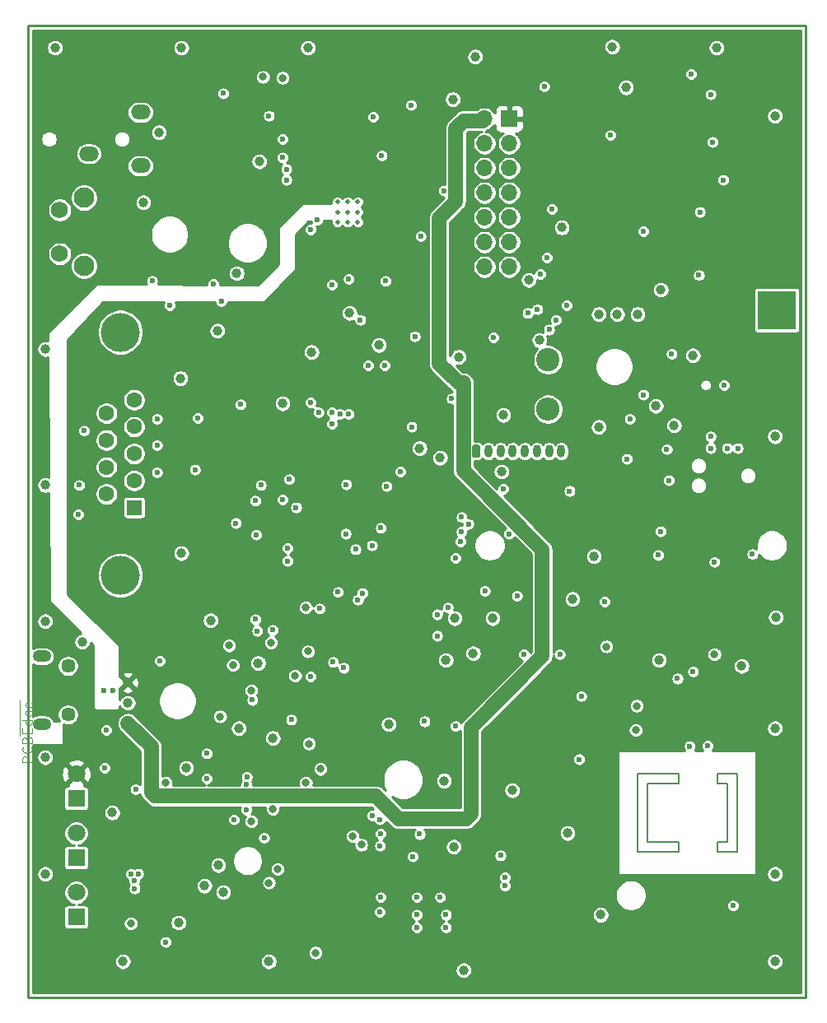
<source format=gbr>
G04 #@! TF.GenerationSoftware,KiCad,Pcbnew,5.1.5+dfsg1-2build2*
G04 #@! TF.CreationDate,2021-09-29T14:40:33+01:00*
G04 #@! TF.ProjectId,OSM_env01,4f534d5f-656e-4763-9031-2e6b69636164,B*
G04 #@! TF.SameCoordinates,Original*
G04 #@! TF.FileFunction,Copper,L3,Inr*
G04 #@! TF.FilePolarity,Positive*
%FSLAX46Y46*%
G04 Gerber Fmt 4.6, Leading zero omitted, Abs format (unit mm)*
G04 Created by KiCad (PCBNEW 5.1.5+dfsg1-2build2) date 2021-09-29 14:40:33*
%MOMM*%
%LPD*%
G04 APERTURE LIST*
%ADD10C,0.150000*%
%ADD11C,0.254000*%
%ADD12C,0.050000*%
%ADD13C,0.100000*%
%ADD14C,1.000000*%
%ADD15O,0.800000X1.300000*%
%ADD16R,4.000000X4.000000*%
%ADD17R,1.800000X1.800000*%
%ADD18C,1.800000*%
%ADD19C,1.450000*%
%ADD20O,1.900000X1.200000*%
%ADD21C,0.500000*%
%ADD22O,2.000000X1.500000*%
%ADD23C,2.100000*%
%ADD24C,1.750000*%
%ADD25O,2.400000X2.400000*%
%ADD26C,2.400000*%
%ADD27O,1.700000X1.700000*%
%ADD28R,1.700000X1.700000*%
%ADD29R,1.600000X1.600000*%
%ADD30C,1.600000*%
%ADD31C,4.000000*%
%ADD32C,0.600000*%
%ADD33C,0.800000*%
%ADD34C,1.500000*%
G04 APERTURE END LIST*
D10*
X155600000Y-113200000D02*
X155600000Y-105200000D01*
X153600000Y-105200000D02*
X155600000Y-105200000D01*
X153600000Y-113200000D02*
X153600000Y-112200000D01*
X153600000Y-113200000D02*
X155600000Y-113200000D01*
X145400000Y-113200000D02*
X145400000Y-105200000D01*
X153600000Y-106200000D02*
X153600000Y-105200000D01*
X149600000Y-106200000D02*
X149600000Y-105200000D01*
X149600000Y-113200000D02*
X145400000Y-113200000D01*
X149600000Y-112200000D02*
X149600000Y-113200000D01*
X147400000Y-112200000D02*
X149600000Y-112200000D01*
X147400000Y-106200000D02*
X149600000Y-106200000D01*
X146400000Y-106200000D02*
X147400000Y-106200000D01*
X146400000Y-112200000D02*
X146400000Y-106200000D01*
X147400000Y-112200000D02*
X146400000Y-112200000D01*
X149600000Y-105200000D02*
X145400000Y-105200000D01*
X153600000Y-112200000D02*
X154600000Y-112200000D01*
X153600000Y-106200000D02*
X154600000Y-106200000D01*
X154600000Y-112200000D02*
X154600000Y-106200000D01*
D11*
X162700000Y-128200000D02*
X162700000Y-28200000D01*
X82700000Y-128200000D02*
X82700000Y-28200000D01*
X82700000Y-28200000D02*
X162700000Y-28200000D01*
X82700000Y-128200000D02*
X162700000Y-128200000D01*
D12*
X83149820Y-104005299D02*
X82149820Y-104005299D01*
X82149820Y-103624346D01*
X82197440Y-103529108D01*
X82245059Y-103481489D01*
X82340297Y-103433870D01*
X82483154Y-103433870D01*
X82578392Y-103481489D01*
X82626011Y-103529108D01*
X82673630Y-103624346D01*
X82673630Y-104005299D01*
X83054582Y-102433870D02*
X83102201Y-102481489D01*
X83149820Y-102624346D01*
X83149820Y-102719584D01*
X83102201Y-102862441D01*
X83006963Y-102957680D01*
X82911725Y-103005299D01*
X82721249Y-103052918D01*
X82578392Y-103052918D01*
X82387916Y-103005299D01*
X82292678Y-102957680D01*
X82197440Y-102862441D01*
X82149820Y-102719584D01*
X82149820Y-102624346D01*
X82197440Y-102481489D01*
X82245059Y-102433870D01*
X82626011Y-101671965D02*
X82673630Y-101529108D01*
X82721249Y-101481489D01*
X82816487Y-101433870D01*
X82959344Y-101433870D01*
X83054582Y-101481489D01*
X83102201Y-101529108D01*
X83149820Y-101624346D01*
X83149820Y-102005299D01*
X82149820Y-102005299D01*
X82149820Y-101671965D01*
X82197440Y-101576727D01*
X82245059Y-101529108D01*
X82340297Y-101481489D01*
X82435535Y-101481489D01*
X82530773Y-101529108D01*
X82578392Y-101576727D01*
X82626011Y-101671965D01*
X82626011Y-102005299D01*
X81912440Y-101243394D02*
X81912440Y-100338632D01*
X82626011Y-101005299D02*
X82626011Y-100671965D01*
X83149820Y-100529108D02*
X83149820Y-101005299D01*
X82149820Y-101005299D01*
X82149820Y-100529108D01*
X81912440Y-100338632D02*
X81912440Y-99433870D01*
X83149820Y-99671965D02*
X82149820Y-99671965D01*
X83102201Y-99671965D02*
X83149820Y-99767203D01*
X83149820Y-99957680D01*
X83102201Y-100052918D01*
X83054582Y-100100537D01*
X82959344Y-100148156D01*
X82673630Y-100148156D01*
X82578392Y-100100537D01*
X82530773Y-100052918D01*
X82483154Y-99957680D01*
X82483154Y-99767203D01*
X82530773Y-99671965D01*
X81912440Y-99433870D02*
X81912440Y-98529108D01*
X82483154Y-98767203D02*
X83292678Y-98767203D01*
X83387916Y-98814822D01*
X83435535Y-98862441D01*
X83483154Y-98957680D01*
X83483154Y-99100537D01*
X83435535Y-99195775D01*
X83102201Y-98767203D02*
X83149820Y-98862441D01*
X83149820Y-99052918D01*
X83102201Y-99148156D01*
X83054582Y-99195775D01*
X82959344Y-99243394D01*
X82673630Y-99243394D01*
X82578392Y-99195775D01*
X82530773Y-99148156D01*
X82483154Y-99052918D01*
X82483154Y-98862441D01*
X82530773Y-98767203D01*
X81912440Y-98529108D02*
X81912440Y-97671965D01*
X83102201Y-97910060D02*
X83149820Y-98005299D01*
X83149820Y-98195775D01*
X83102201Y-98291013D01*
X83006963Y-98338632D01*
X82626011Y-98338632D01*
X82530773Y-98291013D01*
X82483154Y-98195775D01*
X82483154Y-98005299D01*
X82530773Y-97910060D01*
X82626011Y-97862441D01*
X82721249Y-97862441D01*
X82816487Y-98338632D01*
D13*
X84500000Y-92800000D02*
G75*
G02X84500000Y-93400000I0J-300000D01*
G01*
X83800000Y-92800000D02*
X84500000Y-92800000D01*
X84500000Y-93400000D02*
X83800000Y-93400000D01*
X83800000Y-93400000D02*
G75*
G02X83800000Y-92800000I0J300000D01*
G01*
X84500000Y-99800000D02*
G75*
G02X84500000Y-100400000I0J-300000D01*
G01*
X83800000Y-99800000D02*
X84500000Y-99800000D01*
X84500000Y-100400000D02*
X83800000Y-100400000D01*
X83800000Y-100400000D02*
G75*
G02X83800000Y-99800000I0J300000D01*
G01*
D14*
X127000000Y-62300000D03*
X147280000Y-67350000D03*
X151080000Y-62150000D03*
X149150000Y-69350000D03*
D15*
X137550000Y-72000000D03*
X136300000Y-72000000D03*
X135050000Y-72000000D03*
X133800000Y-72000000D03*
X132550000Y-72000000D03*
X131300000Y-72000000D03*
X130050000Y-72000000D03*
G04 #@! TA.AperFunction,ViaPad*
D13*
G36*
X129019603Y-71350963D02*
G01*
X129039018Y-71353843D01*
X129058057Y-71358612D01*
X129076537Y-71365224D01*
X129094279Y-71373616D01*
X129111114Y-71383706D01*
X129126879Y-71395398D01*
X129141421Y-71408579D01*
X129154602Y-71423121D01*
X129166294Y-71438886D01*
X129176384Y-71455721D01*
X129184776Y-71473463D01*
X129191388Y-71491943D01*
X129196157Y-71510982D01*
X129199037Y-71530397D01*
X129200000Y-71550000D01*
X129200000Y-72450000D01*
X129199037Y-72469603D01*
X129196157Y-72489018D01*
X129191388Y-72508057D01*
X129184776Y-72526537D01*
X129176384Y-72544279D01*
X129166294Y-72561114D01*
X129154602Y-72576879D01*
X129141421Y-72591421D01*
X129126879Y-72604602D01*
X129111114Y-72616294D01*
X129094279Y-72626384D01*
X129076537Y-72634776D01*
X129058057Y-72641388D01*
X129039018Y-72646157D01*
X129019603Y-72649037D01*
X129000000Y-72650000D01*
X128600000Y-72650000D01*
X128580397Y-72649037D01*
X128560982Y-72646157D01*
X128541943Y-72641388D01*
X128523463Y-72634776D01*
X128505721Y-72626384D01*
X128488886Y-72616294D01*
X128473121Y-72604602D01*
X128458579Y-72591421D01*
X128445398Y-72576879D01*
X128433706Y-72561114D01*
X128423616Y-72544279D01*
X128415224Y-72526537D01*
X128408612Y-72508057D01*
X128403843Y-72489018D01*
X128400963Y-72469603D01*
X128400000Y-72450000D01*
X128400000Y-71550000D01*
X128400963Y-71530397D01*
X128403843Y-71510982D01*
X128408612Y-71491943D01*
X128415224Y-71473463D01*
X128423616Y-71455721D01*
X128433706Y-71438886D01*
X128445398Y-71423121D01*
X128458579Y-71408579D01*
X128473121Y-71395398D01*
X128488886Y-71383706D01*
X128505721Y-71373616D01*
X128523463Y-71365224D01*
X128541943Y-71358612D01*
X128560982Y-71353843D01*
X128580397Y-71350963D01*
X128600000Y-71350000D01*
X129000000Y-71350000D01*
X129019603Y-71350963D01*
G37*
G04 #@! TD.AperFunction*
D16*
X159700000Y-57500000D03*
D17*
X87700000Y-113840000D03*
D18*
X87700000Y-111300000D03*
D17*
X87700000Y-119940000D03*
D18*
X87700000Y-117400000D03*
D17*
X87700000Y-107740000D03*
D18*
X87700000Y-105200000D03*
D19*
X86850000Y-94100000D03*
X86850000Y-99100000D03*
D20*
X84150000Y-93100000D03*
X84150000Y-100100000D03*
D21*
X116650000Y-46350000D03*
X115600000Y-46350000D03*
X114550000Y-46350000D03*
X116650000Y-47400000D03*
X115600000Y-47400000D03*
X114550000Y-47400000D03*
X116650000Y-48450000D03*
X115600000Y-48450000D03*
X114550000Y-48450000D03*
D22*
X94300002Y-37149818D03*
X94300002Y-42649817D03*
X89000000Y-41400000D03*
D23*
X88490000Y-45940000D03*
D24*
X86000000Y-47200000D03*
X86000000Y-51700000D03*
D23*
X88490000Y-52950000D03*
D14*
X93000000Y-100000000D03*
X93000000Y-95800000D03*
D25*
X136200000Y-67680000D03*
D26*
X136200000Y-62600000D03*
D27*
X129660000Y-53040000D03*
X132200000Y-53040000D03*
X129660000Y-50500000D03*
X132200000Y-50500000D03*
X129660000Y-47960000D03*
X132200000Y-47960000D03*
X129660000Y-45420000D03*
X132200000Y-45420000D03*
X129660000Y-42880000D03*
X132200000Y-42880000D03*
X129660000Y-40340000D03*
X132200000Y-40340000D03*
X129660000Y-37800000D03*
D28*
X132200000Y-37800000D03*
D29*
X93650000Y-77800000D03*
D30*
X93650000Y-75030000D03*
X93650000Y-72260000D03*
X93650000Y-69490000D03*
X93650000Y-66720000D03*
X90810000Y-76415000D03*
X90810000Y-73645000D03*
X90810000Y-70875000D03*
X90810000Y-68105000D03*
D31*
X92230000Y-59760000D03*
X92230000Y-84760000D03*
D14*
X145400000Y-57900000D03*
X141400000Y-57900000D03*
X88300000Y-91600000D03*
X93000000Y-97900000D03*
X137600000Y-49000000D03*
X147800000Y-55400000D03*
X144200000Y-34600000D03*
X131600000Y-68300000D03*
D32*
X107500000Y-37500000D03*
X102800000Y-35200000D03*
X119100000Y-41600000D03*
X122100000Y-36400000D03*
X135800000Y-34500000D03*
X150900000Y-33200000D03*
X152900000Y-35300000D03*
X151700000Y-53900000D03*
X154200000Y-44100000D03*
X153100000Y-40200000D03*
X151800000Y-47400000D03*
X146000000Y-49400000D03*
X136600000Y-47100000D03*
X146000000Y-66200000D03*
X148900000Y-62000000D03*
X152900000Y-70500000D03*
X155700000Y-71700000D03*
X147500000Y-82700000D03*
X157200000Y-82600000D03*
X133700000Y-92900000D03*
X137400000Y-92900000D03*
X139600000Y-97200000D03*
X155200000Y-118750000D03*
X118900000Y-109900000D03*
X131300000Y-113600000D03*
X119000000Y-117900000D03*
X118900000Y-119400000D03*
X96900000Y-122500000D03*
X93700000Y-117000000D03*
X90600000Y-104600000D03*
X93800000Y-106800000D03*
X105200000Y-106300000D03*
X103900000Y-109900000D03*
X107900000Y-90400000D03*
X106100000Y-89300000D03*
X114600000Y-86500000D03*
X106200000Y-80600000D03*
X106093413Y-77106587D03*
X106675000Y-75500000D03*
X99900000Y-73900000D03*
X104100000Y-79400000D03*
X100200000Y-68600000D03*
X114000000Y-69200000D03*
X122200000Y-69500000D03*
X126700000Y-83000000D03*
X104600000Y-67200000D03*
X142600000Y-39500000D03*
X126300000Y-66600000D03*
X130600000Y-60300000D03*
X154300000Y-65200000D03*
X138400000Y-76100000D03*
X139400000Y-103700000D03*
X107000000Y-111800000D03*
X96300000Y-93600000D03*
X90800000Y-100700000D03*
X88500000Y-69900000D03*
X88000000Y-75500000D03*
X87900000Y-78500000D03*
X96000000Y-74200000D03*
X96000000Y-71400000D03*
X96000000Y-68675000D03*
X108900000Y-39900000D03*
X109300000Y-44100000D03*
X109299998Y-43000000D03*
X109424990Y-83300000D03*
X118101469Y-109500000D03*
X112500000Y-48200000D03*
X115450000Y-75425000D03*
D14*
X102800000Y-117375000D03*
X100875000Y-116725000D03*
D32*
X105175000Y-108900000D03*
X105225000Y-105500000D03*
X131750000Y-115850000D03*
X131750000Y-116725000D03*
X118925000Y-112600000D03*
X118975000Y-111375000D03*
X94050000Y-115475000D03*
X93300000Y-115500000D03*
X93650000Y-116175000D03*
X152600000Y-102300000D03*
X150750000Y-102350000D03*
X109800000Y-99630010D03*
D14*
X85500000Y-30500000D03*
X98500000Y-30500000D03*
X111500000Y-30500000D03*
X128700000Y-31400000D03*
X142800000Y-30400000D03*
X153500000Y-30500000D03*
X159500000Y-37500000D03*
X159500000Y-70500000D03*
X159600000Y-89100000D03*
X159500000Y-100500000D03*
X159500000Y-115500000D03*
X159500000Y-124500000D03*
X141600000Y-119700000D03*
X127500000Y-125400000D03*
X107500000Y-124500000D03*
X92500000Y-124500000D03*
X84500000Y-115500000D03*
X84500000Y-103500000D03*
X84500000Y-89500000D03*
X84500000Y-75500000D03*
X84500000Y-61500000D03*
X138700000Y-87200000D03*
X98400000Y-64500000D03*
X111900000Y-61800000D03*
X143300000Y-57900000D03*
X134200000Y-54400000D03*
X135300000Y-60600000D03*
X125100000Y-72700000D03*
X123000000Y-71700000D03*
X131400000Y-74100000D03*
X130500000Y-89200000D03*
X128500000Y-92800000D03*
X104400000Y-100500000D03*
X107900000Y-101500000D03*
X99000000Y-104600000D03*
X91400000Y-109200000D03*
X118800000Y-61100000D03*
X115800000Y-57800000D03*
D32*
X115400000Y-80500000D03*
D14*
X138200000Y-111300000D03*
X104200000Y-53700000D03*
X106500000Y-42200000D03*
X94600000Y-46400000D03*
X96200000Y-39200000D03*
X126400000Y-35800000D03*
X102200000Y-59600000D03*
X108900000Y-67100000D03*
X98500000Y-82500000D03*
X101500000Y-89400000D03*
X126500000Y-112700000D03*
X125500000Y-105900000D03*
X119800000Y-100100000D03*
X106400000Y-93800000D03*
X126600000Y-89200000D03*
X125700000Y-93500000D03*
X141400000Y-69500000D03*
X147600000Y-93500000D03*
X156100000Y-94100000D03*
X132500000Y-106900000D03*
X140900000Y-82800000D03*
D32*
X119600000Y-75600000D03*
X149400000Y-35000000D03*
X135800000Y-37000000D03*
X136700000Y-42300000D03*
X105800000Y-38000000D03*
X124700000Y-42800000D03*
X105200000Y-68800000D03*
X106700000Y-73000000D03*
X114993415Y-69206585D03*
X123000000Y-69500000D03*
X125600000Y-83700000D03*
X110600000Y-86800000D03*
X114900000Y-91700000D03*
X109300000Y-88500000D03*
X138000000Y-81800000D03*
X158000000Y-91100000D03*
X148300000Y-91100000D03*
X157000000Y-118750000D03*
X134600000Y-101000000D03*
X131900000Y-92900000D03*
X94600000Y-93600000D03*
X103500000Y-110900000D03*
X147800000Y-62000000D03*
X151300000Y-70500000D03*
X155900000Y-77000000D03*
X148530000Y-116170000D03*
D33*
X145300000Y-98200000D03*
X145200000Y-100700000D03*
X142200000Y-92100000D03*
X111500000Y-92600000D03*
X103400000Y-92000000D03*
X103800000Y-94000000D03*
X110200000Y-95100000D03*
X153300000Y-92900000D03*
D32*
X108900000Y-41800000D03*
D33*
X105700000Y-110100000D03*
X111600000Y-102100000D03*
D14*
X102300000Y-114600000D03*
D32*
X101100000Y-105700000D03*
X101100000Y-103100000D03*
X97300000Y-57000000D03*
X95500000Y-54500000D03*
D33*
X111300000Y-106100000D03*
X112800000Y-104700000D03*
X106900000Y-33500000D03*
X108900000Y-33600000D03*
D32*
X101800000Y-54800000D03*
X102600000Y-56600000D03*
D33*
X107900000Y-108800000D03*
X107500000Y-116400000D03*
D32*
X111800000Y-95200000D03*
X110300000Y-77800000D03*
D33*
X117000000Y-112499996D03*
X108400000Y-115000000D03*
D32*
X144300000Y-72800000D03*
X119000004Y-79900000D03*
D33*
X116100000Y-111600000D03*
X112300000Y-123600000D03*
D32*
X122700000Y-117900000D03*
X125100000Y-117900000D03*
X125700000Y-119700000D03*
X125700000Y-121000000D03*
X122700000Y-119700000D03*
X122700000Y-121000000D03*
X142000000Y-87500000D03*
X127200000Y-81300000D03*
X153300000Y-83400000D03*
X127300000Y-80300010D03*
X149500000Y-95400000D03*
X115200000Y-94300000D03*
X147750000Y-80250000D03*
X148600000Y-75000000D03*
X137000000Y-58500000D03*
X135100000Y-57400000D03*
X136100000Y-52100000D03*
X114100000Y-93700000D03*
X151100000Y-94700000D03*
X136300000Y-59500000D03*
X134100000Y-57800000D03*
X135400000Y-53800000D03*
X112600000Y-68000000D03*
X114000000Y-68000002D03*
D33*
X111300000Y-88100000D03*
X107700000Y-91700000D03*
X96900000Y-106100000D03*
X102499998Y-99300000D03*
X105705988Y-96612778D03*
D32*
X121000000Y-74100000D03*
X125500000Y-45200000D03*
X122500000Y-60200000D03*
X123100000Y-49900000D03*
X119500000Y-54500000D03*
X114000000Y-54900000D03*
X115706594Y-54306594D03*
X109424990Y-82000000D03*
X128000000Y-79500000D03*
X148400000Y-71800000D03*
X111800000Y-67000000D03*
X111800000Y-49200000D03*
X118200000Y-37600000D03*
X112700000Y-88200000D03*
X116650013Y-87293872D03*
X116400000Y-82100000D03*
X127303642Y-78790865D03*
X144600000Y-68700000D03*
X131600000Y-75900000D03*
X124800000Y-91000000D03*
X124800000Y-88800000D03*
X91450000Y-96650000D03*
X90500000Y-96600000D03*
X125900000Y-88100000D03*
X154600000Y-71699994D03*
X132200000Y-80500000D03*
X152900000Y-71700000D03*
X129700000Y-86400000D03*
X118100000Y-81700000D03*
X133000000Y-86900000D03*
X117099988Y-86600000D03*
X109600000Y-74900000D03*
X105799999Y-97600000D03*
D14*
X98200000Y-120500000D03*
D32*
X114800002Y-68199998D03*
X115700003Y-68199997D03*
X116900000Y-58500000D03*
X117700000Y-63200000D03*
X138100000Y-57000000D03*
X119400000Y-63200000D03*
X126700000Y-100300000D03*
X123500000Y-99800000D03*
D14*
X127500000Y-65000000D03*
X135600000Y-93100000D03*
X127800000Y-109800000D03*
X95400000Y-106400000D03*
D32*
X123000000Y-111400000D03*
X122300000Y-113700000D03*
X106300000Y-90500000D03*
X108900000Y-77000000D03*
D33*
X93300000Y-120600000D03*
D34*
X95400000Y-102400000D02*
X93000000Y-100000000D01*
X95400000Y-106400000D02*
X95400000Y-102400000D01*
X128299999Y-100400001D02*
X135600000Y-93100000D01*
X128299999Y-109300001D02*
X128299999Y-100400001D01*
X127800000Y-109800000D02*
X128299999Y-109300001D01*
X126700001Y-38799999D02*
X127500000Y-38000000D01*
X127500000Y-38000000D02*
X129460000Y-38000000D01*
X125000000Y-48000000D02*
X126700001Y-46299999D01*
X129460000Y-38000000D02*
X129660000Y-37800000D01*
X125000000Y-63000000D02*
X125000000Y-48000000D01*
X126700001Y-46299999D02*
X126700001Y-38799999D01*
X127000000Y-65000000D02*
X125000000Y-63000000D01*
X127500000Y-65000000D02*
X127000000Y-65000000D01*
X135600000Y-82123998D02*
X135600000Y-93100000D01*
X128000000Y-74523998D02*
X135600000Y-82123998D01*
X128000000Y-74500000D02*
X128000000Y-74523998D01*
X127500000Y-74000000D02*
X128000000Y-74500000D01*
X127500000Y-65000000D02*
X127500000Y-74000000D01*
X120800000Y-109800000D02*
X127800000Y-109800000D01*
X118500000Y-107500000D02*
X120800000Y-109800000D01*
X95792894Y-107500000D02*
X118500000Y-107500000D01*
X95400000Y-107107106D02*
X95792894Y-107500000D01*
X95400000Y-106400000D02*
X95400000Y-107107106D01*
D11*
G36*
X162192000Y-127692000D02*
G01*
X83208000Y-127692000D01*
X83208000Y-124413229D01*
X91619000Y-124413229D01*
X91619000Y-124586771D01*
X91652856Y-124756978D01*
X91719268Y-124917310D01*
X91815682Y-125061605D01*
X91938395Y-125184318D01*
X92082690Y-125280732D01*
X92243022Y-125347144D01*
X92413229Y-125381000D01*
X92586771Y-125381000D01*
X92756978Y-125347144D01*
X92917310Y-125280732D01*
X93061605Y-125184318D01*
X93184318Y-125061605D01*
X93280732Y-124917310D01*
X93347144Y-124756978D01*
X93381000Y-124586771D01*
X93381000Y-124413229D01*
X106619000Y-124413229D01*
X106619000Y-124586771D01*
X106652856Y-124756978D01*
X106719268Y-124917310D01*
X106815682Y-125061605D01*
X106938395Y-125184318D01*
X107082690Y-125280732D01*
X107243022Y-125347144D01*
X107413229Y-125381000D01*
X107586771Y-125381000D01*
X107756978Y-125347144D01*
X107838855Y-125313229D01*
X126619000Y-125313229D01*
X126619000Y-125486771D01*
X126652856Y-125656978D01*
X126719268Y-125817310D01*
X126815682Y-125961605D01*
X126938395Y-126084318D01*
X127082690Y-126180732D01*
X127243022Y-126247144D01*
X127413229Y-126281000D01*
X127586771Y-126281000D01*
X127756978Y-126247144D01*
X127917310Y-126180732D01*
X128061605Y-126084318D01*
X128184318Y-125961605D01*
X128280732Y-125817310D01*
X128347144Y-125656978D01*
X128381000Y-125486771D01*
X128381000Y-125313229D01*
X128347144Y-125143022D01*
X128280732Y-124982690D01*
X128184318Y-124838395D01*
X128061605Y-124715682D01*
X127917310Y-124619268D01*
X127756978Y-124552856D01*
X127586771Y-124519000D01*
X127413229Y-124519000D01*
X127243022Y-124552856D01*
X127082690Y-124619268D01*
X126938395Y-124715682D01*
X126815682Y-124838395D01*
X126719268Y-124982690D01*
X126652856Y-125143022D01*
X126619000Y-125313229D01*
X107838855Y-125313229D01*
X107917310Y-125280732D01*
X108061605Y-125184318D01*
X108184318Y-125061605D01*
X108280732Y-124917310D01*
X108347144Y-124756978D01*
X108381000Y-124586771D01*
X108381000Y-124413229D01*
X158619000Y-124413229D01*
X158619000Y-124586771D01*
X158652856Y-124756978D01*
X158719268Y-124917310D01*
X158815682Y-125061605D01*
X158938395Y-125184318D01*
X159082690Y-125280732D01*
X159243022Y-125347144D01*
X159413229Y-125381000D01*
X159586771Y-125381000D01*
X159756978Y-125347144D01*
X159917310Y-125280732D01*
X160061605Y-125184318D01*
X160184318Y-125061605D01*
X160280732Y-124917310D01*
X160347144Y-124756978D01*
X160381000Y-124586771D01*
X160381000Y-124413229D01*
X160347144Y-124243022D01*
X160280732Y-124082690D01*
X160184318Y-123938395D01*
X160061605Y-123815682D01*
X159917310Y-123719268D01*
X159756978Y-123652856D01*
X159586771Y-123619000D01*
X159413229Y-123619000D01*
X159243022Y-123652856D01*
X159082690Y-123719268D01*
X158938395Y-123815682D01*
X158815682Y-123938395D01*
X158719268Y-124082690D01*
X158652856Y-124243022D01*
X158619000Y-124413229D01*
X108381000Y-124413229D01*
X108347144Y-124243022D01*
X108280732Y-124082690D01*
X108184318Y-123938395D01*
X108061605Y-123815682D01*
X107917310Y-123719268D01*
X107756978Y-123652856D01*
X107586771Y-123619000D01*
X107413229Y-123619000D01*
X107243022Y-123652856D01*
X107082690Y-123719268D01*
X106938395Y-123815682D01*
X106815682Y-123938395D01*
X106719268Y-124082690D01*
X106652856Y-124243022D01*
X106619000Y-124413229D01*
X93381000Y-124413229D01*
X93347144Y-124243022D01*
X93280732Y-124082690D01*
X93184318Y-123938395D01*
X93061605Y-123815682D01*
X92917310Y-123719268D01*
X92756978Y-123652856D01*
X92586771Y-123619000D01*
X92413229Y-123619000D01*
X92243022Y-123652856D01*
X92082690Y-123719268D01*
X91938395Y-123815682D01*
X91815682Y-123938395D01*
X91719268Y-124082690D01*
X91652856Y-124243022D01*
X91619000Y-124413229D01*
X83208000Y-124413229D01*
X83208000Y-123523078D01*
X111519000Y-123523078D01*
X111519000Y-123676922D01*
X111549013Y-123827809D01*
X111607887Y-123969942D01*
X111693358Y-124097859D01*
X111802141Y-124206642D01*
X111930058Y-124292113D01*
X112072191Y-124350987D01*
X112223078Y-124381000D01*
X112376922Y-124381000D01*
X112527809Y-124350987D01*
X112669942Y-124292113D01*
X112797859Y-124206642D01*
X112906642Y-124097859D01*
X112992113Y-123969942D01*
X113050987Y-123827809D01*
X113081000Y-123676922D01*
X113081000Y-123523078D01*
X113050987Y-123372191D01*
X112992113Y-123230058D01*
X112906642Y-123102141D01*
X112797859Y-122993358D01*
X112669942Y-122907887D01*
X112527809Y-122849013D01*
X112376922Y-122819000D01*
X112223078Y-122819000D01*
X112072191Y-122849013D01*
X111930058Y-122907887D01*
X111802141Y-122993358D01*
X111693358Y-123102141D01*
X111607887Y-123230058D01*
X111549013Y-123372191D01*
X111519000Y-123523078D01*
X83208000Y-123523078D01*
X83208000Y-122432927D01*
X96219000Y-122432927D01*
X96219000Y-122567073D01*
X96245171Y-122698640D01*
X96296506Y-122822574D01*
X96371033Y-122934112D01*
X96465888Y-123028967D01*
X96577426Y-123103494D01*
X96701360Y-123154829D01*
X96832927Y-123181000D01*
X96967073Y-123181000D01*
X97098640Y-123154829D01*
X97222574Y-123103494D01*
X97334112Y-123028967D01*
X97428967Y-122934112D01*
X97503494Y-122822574D01*
X97554829Y-122698640D01*
X97581000Y-122567073D01*
X97581000Y-122432927D01*
X97554829Y-122301360D01*
X97503494Y-122177426D01*
X97428967Y-122065888D01*
X97334112Y-121971033D01*
X97222574Y-121896506D01*
X97098640Y-121845171D01*
X96967073Y-121819000D01*
X96832927Y-121819000D01*
X96701360Y-121845171D01*
X96577426Y-121896506D01*
X96465888Y-121971033D01*
X96371033Y-122065888D01*
X96296506Y-122177426D01*
X96245171Y-122301360D01*
X96219000Y-122432927D01*
X83208000Y-122432927D01*
X83208000Y-119040000D01*
X86417157Y-119040000D01*
X86417157Y-120840000D01*
X86424513Y-120914689D01*
X86446299Y-120986508D01*
X86481678Y-121052696D01*
X86529289Y-121110711D01*
X86587304Y-121158322D01*
X86653492Y-121193701D01*
X86725311Y-121215487D01*
X86800000Y-121222843D01*
X88600000Y-121222843D01*
X88674689Y-121215487D01*
X88746508Y-121193701D01*
X88812696Y-121158322D01*
X88870711Y-121110711D01*
X88918322Y-121052696D01*
X88953701Y-120986508D01*
X88975487Y-120914689D01*
X88982843Y-120840000D01*
X88982843Y-120523078D01*
X92519000Y-120523078D01*
X92519000Y-120676922D01*
X92549013Y-120827809D01*
X92607887Y-120969942D01*
X92693358Y-121097859D01*
X92802141Y-121206642D01*
X92930058Y-121292113D01*
X93072191Y-121350987D01*
X93223078Y-121381000D01*
X93376922Y-121381000D01*
X93527809Y-121350987D01*
X93669942Y-121292113D01*
X93797859Y-121206642D01*
X93906642Y-121097859D01*
X93992113Y-120969942D01*
X94050987Y-120827809D01*
X94081000Y-120676922D01*
X94081000Y-120523078D01*
X94059150Y-120413229D01*
X97319000Y-120413229D01*
X97319000Y-120586771D01*
X97352856Y-120756978D01*
X97419268Y-120917310D01*
X97515682Y-121061605D01*
X97638395Y-121184318D01*
X97782690Y-121280732D01*
X97943022Y-121347144D01*
X98113229Y-121381000D01*
X98286771Y-121381000D01*
X98456978Y-121347144D01*
X98617310Y-121280732D01*
X98761605Y-121184318D01*
X98884318Y-121061605D01*
X98980732Y-120917310D01*
X99047144Y-120756978D01*
X99081000Y-120586771D01*
X99081000Y-120413229D01*
X99047144Y-120243022D01*
X98980732Y-120082690D01*
X98884318Y-119938395D01*
X98761605Y-119815682D01*
X98617310Y-119719268D01*
X98456978Y-119652856D01*
X98286771Y-119619000D01*
X98113229Y-119619000D01*
X97943022Y-119652856D01*
X97782690Y-119719268D01*
X97638395Y-119815682D01*
X97515682Y-119938395D01*
X97419268Y-120082690D01*
X97352856Y-120243022D01*
X97319000Y-120413229D01*
X94059150Y-120413229D01*
X94050987Y-120372191D01*
X93992113Y-120230058D01*
X93906642Y-120102141D01*
X93797859Y-119993358D01*
X93669942Y-119907887D01*
X93527809Y-119849013D01*
X93376922Y-119819000D01*
X93223078Y-119819000D01*
X93072191Y-119849013D01*
X92930058Y-119907887D01*
X92802141Y-119993358D01*
X92693358Y-120102141D01*
X92607887Y-120230058D01*
X92549013Y-120372191D01*
X92519000Y-120523078D01*
X88982843Y-120523078D01*
X88982843Y-119332927D01*
X118219000Y-119332927D01*
X118219000Y-119467073D01*
X118245171Y-119598640D01*
X118296506Y-119722574D01*
X118371033Y-119834112D01*
X118465888Y-119928967D01*
X118577426Y-120003494D01*
X118701360Y-120054829D01*
X118832927Y-120081000D01*
X118967073Y-120081000D01*
X119098640Y-120054829D01*
X119222574Y-120003494D01*
X119334112Y-119928967D01*
X119428967Y-119834112D01*
X119503494Y-119722574D01*
X119540626Y-119632927D01*
X122019000Y-119632927D01*
X122019000Y-119767073D01*
X122045171Y-119898640D01*
X122096506Y-120022574D01*
X122171033Y-120134112D01*
X122265888Y-120228967D01*
X122377426Y-120303494D01*
X122489702Y-120350000D01*
X122377426Y-120396506D01*
X122265888Y-120471033D01*
X122171033Y-120565888D01*
X122096506Y-120677426D01*
X122045171Y-120801360D01*
X122019000Y-120932927D01*
X122019000Y-121067073D01*
X122045171Y-121198640D01*
X122096506Y-121322574D01*
X122171033Y-121434112D01*
X122265888Y-121528967D01*
X122377426Y-121603494D01*
X122501360Y-121654829D01*
X122632927Y-121681000D01*
X122767073Y-121681000D01*
X122898640Y-121654829D01*
X123022574Y-121603494D01*
X123134112Y-121528967D01*
X123228967Y-121434112D01*
X123303494Y-121322574D01*
X123354829Y-121198640D01*
X123381000Y-121067073D01*
X123381000Y-120932927D01*
X123354829Y-120801360D01*
X123303494Y-120677426D01*
X123228967Y-120565888D01*
X123134112Y-120471033D01*
X123022574Y-120396506D01*
X122910298Y-120350000D01*
X123022574Y-120303494D01*
X123134112Y-120228967D01*
X123228967Y-120134112D01*
X123303494Y-120022574D01*
X123354829Y-119898640D01*
X123381000Y-119767073D01*
X123381000Y-119632927D01*
X125019000Y-119632927D01*
X125019000Y-119767073D01*
X125045171Y-119898640D01*
X125096506Y-120022574D01*
X125171033Y-120134112D01*
X125265888Y-120228967D01*
X125377426Y-120303494D01*
X125489702Y-120350000D01*
X125377426Y-120396506D01*
X125265888Y-120471033D01*
X125171033Y-120565888D01*
X125096506Y-120677426D01*
X125045171Y-120801360D01*
X125019000Y-120932927D01*
X125019000Y-121067073D01*
X125045171Y-121198640D01*
X125096506Y-121322574D01*
X125171033Y-121434112D01*
X125265888Y-121528967D01*
X125377426Y-121603494D01*
X125501360Y-121654829D01*
X125632927Y-121681000D01*
X125767073Y-121681000D01*
X125898640Y-121654829D01*
X126022574Y-121603494D01*
X126134112Y-121528967D01*
X126228967Y-121434112D01*
X126303494Y-121322574D01*
X126354829Y-121198640D01*
X126381000Y-121067073D01*
X126381000Y-120932927D01*
X126354829Y-120801360D01*
X126303494Y-120677426D01*
X126228967Y-120565888D01*
X126134112Y-120471033D01*
X126022574Y-120396506D01*
X125910298Y-120350000D01*
X126022574Y-120303494D01*
X126134112Y-120228967D01*
X126228967Y-120134112D01*
X126303494Y-120022574D01*
X126354829Y-119898640D01*
X126381000Y-119767073D01*
X126381000Y-119632927D01*
X126377082Y-119613229D01*
X140719000Y-119613229D01*
X140719000Y-119786771D01*
X140752856Y-119956978D01*
X140819268Y-120117310D01*
X140915682Y-120261605D01*
X141038395Y-120384318D01*
X141182690Y-120480732D01*
X141343022Y-120547144D01*
X141513229Y-120581000D01*
X141686771Y-120581000D01*
X141856978Y-120547144D01*
X142017310Y-120480732D01*
X142161605Y-120384318D01*
X142284318Y-120261605D01*
X142380732Y-120117310D01*
X142447144Y-119956978D01*
X142481000Y-119786771D01*
X142481000Y-119613229D01*
X142447144Y-119443022D01*
X142380732Y-119282690D01*
X142284318Y-119138395D01*
X142161605Y-119015682D01*
X142017310Y-118919268D01*
X141856978Y-118852856D01*
X141686771Y-118819000D01*
X141513229Y-118819000D01*
X141343022Y-118852856D01*
X141182690Y-118919268D01*
X141038395Y-119015682D01*
X140915682Y-119138395D01*
X140819268Y-119282690D01*
X140752856Y-119443022D01*
X140719000Y-119613229D01*
X126377082Y-119613229D01*
X126354829Y-119501360D01*
X126303494Y-119377426D01*
X126228967Y-119265888D01*
X126134112Y-119171033D01*
X126022574Y-119096506D01*
X125898640Y-119045171D01*
X125767073Y-119019000D01*
X125632927Y-119019000D01*
X125501360Y-119045171D01*
X125377426Y-119096506D01*
X125265888Y-119171033D01*
X125171033Y-119265888D01*
X125096506Y-119377426D01*
X125045171Y-119501360D01*
X125019000Y-119632927D01*
X123381000Y-119632927D01*
X123354829Y-119501360D01*
X123303494Y-119377426D01*
X123228967Y-119265888D01*
X123134112Y-119171033D01*
X123022574Y-119096506D01*
X122898640Y-119045171D01*
X122767073Y-119019000D01*
X122632927Y-119019000D01*
X122501360Y-119045171D01*
X122377426Y-119096506D01*
X122265888Y-119171033D01*
X122171033Y-119265888D01*
X122096506Y-119377426D01*
X122045171Y-119501360D01*
X122019000Y-119632927D01*
X119540626Y-119632927D01*
X119554829Y-119598640D01*
X119581000Y-119467073D01*
X119581000Y-119332927D01*
X119554829Y-119201360D01*
X119503494Y-119077426D01*
X119428967Y-118965888D01*
X119334112Y-118871033D01*
X119222574Y-118796506D01*
X119098640Y-118745171D01*
X118967073Y-118719000D01*
X118832927Y-118719000D01*
X118701360Y-118745171D01*
X118577426Y-118796506D01*
X118465888Y-118871033D01*
X118371033Y-118965888D01*
X118296506Y-119077426D01*
X118245171Y-119201360D01*
X118219000Y-119332927D01*
X88982843Y-119332927D01*
X88982843Y-119040000D01*
X88975487Y-118965311D01*
X88953701Y-118893492D01*
X88918322Y-118827304D01*
X88870711Y-118769289D01*
X88812696Y-118721678D01*
X88746508Y-118686299D01*
X88674689Y-118664513D01*
X88600000Y-118657157D01*
X87946034Y-118657157D01*
X88073654Y-118631772D01*
X88306781Y-118535207D01*
X88516590Y-118395018D01*
X88695018Y-118216590D01*
X88835207Y-118006781D01*
X88931772Y-117773654D01*
X88981000Y-117526167D01*
X88981000Y-117273833D01*
X88931772Y-117026346D01*
X88835207Y-116793219D01*
X88695018Y-116583410D01*
X88516590Y-116404982D01*
X88306781Y-116264793D01*
X88073654Y-116168228D01*
X87826167Y-116119000D01*
X87573833Y-116119000D01*
X87326346Y-116168228D01*
X87093219Y-116264793D01*
X86883410Y-116404982D01*
X86704982Y-116583410D01*
X86564793Y-116793219D01*
X86468228Y-117026346D01*
X86419000Y-117273833D01*
X86419000Y-117526167D01*
X86468228Y-117773654D01*
X86564793Y-118006781D01*
X86704982Y-118216590D01*
X86883410Y-118395018D01*
X87093219Y-118535207D01*
X87326346Y-118631772D01*
X87453966Y-118657157D01*
X86800000Y-118657157D01*
X86725311Y-118664513D01*
X86653492Y-118686299D01*
X86587304Y-118721678D01*
X86529289Y-118769289D01*
X86481678Y-118827304D01*
X86446299Y-118893492D01*
X86424513Y-118965311D01*
X86417157Y-119040000D01*
X83208000Y-119040000D01*
X83208000Y-115413229D01*
X83619000Y-115413229D01*
X83619000Y-115586771D01*
X83652856Y-115756978D01*
X83719268Y-115917310D01*
X83815682Y-116061605D01*
X83938395Y-116184318D01*
X84082690Y-116280732D01*
X84243022Y-116347144D01*
X84413229Y-116381000D01*
X84586771Y-116381000D01*
X84756978Y-116347144D01*
X84917310Y-116280732D01*
X85061605Y-116184318D01*
X85184318Y-116061605D01*
X85280732Y-115917310D01*
X85347144Y-115756978D01*
X85381000Y-115586771D01*
X85381000Y-115432927D01*
X92619000Y-115432927D01*
X92619000Y-115567073D01*
X92645171Y-115698640D01*
X92696506Y-115822574D01*
X92771033Y-115934112D01*
X92865888Y-116028967D01*
X92970767Y-116099045D01*
X92969000Y-116107927D01*
X92969000Y-116242073D01*
X92995171Y-116373640D01*
X93046506Y-116497574D01*
X93121033Y-116609112D01*
X93133693Y-116621772D01*
X93096506Y-116677426D01*
X93045171Y-116801360D01*
X93019000Y-116932927D01*
X93019000Y-117067073D01*
X93045171Y-117198640D01*
X93096506Y-117322574D01*
X93171033Y-117434112D01*
X93265888Y-117528967D01*
X93377426Y-117603494D01*
X93501360Y-117654829D01*
X93632927Y-117681000D01*
X93767073Y-117681000D01*
X93898640Y-117654829D01*
X94022574Y-117603494D01*
X94134112Y-117528967D01*
X94228967Y-117434112D01*
X94303494Y-117322574D01*
X94354829Y-117198640D01*
X94381000Y-117067073D01*
X94381000Y-116932927D01*
X94354829Y-116801360D01*
X94303494Y-116677426D01*
X94277304Y-116638229D01*
X99994000Y-116638229D01*
X99994000Y-116811771D01*
X100027856Y-116981978D01*
X100094268Y-117142310D01*
X100190682Y-117286605D01*
X100313395Y-117409318D01*
X100457690Y-117505732D01*
X100618022Y-117572144D01*
X100788229Y-117606000D01*
X100961771Y-117606000D01*
X101131978Y-117572144D01*
X101292310Y-117505732D01*
X101436605Y-117409318D01*
X101557694Y-117288229D01*
X101919000Y-117288229D01*
X101919000Y-117461771D01*
X101952856Y-117631978D01*
X102019268Y-117792310D01*
X102115682Y-117936605D01*
X102238395Y-118059318D01*
X102382690Y-118155732D01*
X102543022Y-118222144D01*
X102713229Y-118256000D01*
X102886771Y-118256000D01*
X103056978Y-118222144D01*
X103217310Y-118155732D01*
X103361605Y-118059318D01*
X103484318Y-117936605D01*
X103553592Y-117832927D01*
X118319000Y-117832927D01*
X118319000Y-117967073D01*
X118345171Y-118098640D01*
X118396506Y-118222574D01*
X118471033Y-118334112D01*
X118565888Y-118428967D01*
X118677426Y-118503494D01*
X118801360Y-118554829D01*
X118932927Y-118581000D01*
X119067073Y-118581000D01*
X119198640Y-118554829D01*
X119322574Y-118503494D01*
X119434112Y-118428967D01*
X119528967Y-118334112D01*
X119603494Y-118222574D01*
X119654829Y-118098640D01*
X119681000Y-117967073D01*
X119681000Y-117832927D01*
X122019000Y-117832927D01*
X122019000Y-117967073D01*
X122045171Y-118098640D01*
X122096506Y-118222574D01*
X122171033Y-118334112D01*
X122265888Y-118428967D01*
X122377426Y-118503494D01*
X122501360Y-118554829D01*
X122632927Y-118581000D01*
X122767073Y-118581000D01*
X122898640Y-118554829D01*
X123022574Y-118503494D01*
X123134112Y-118428967D01*
X123228967Y-118334112D01*
X123303494Y-118222574D01*
X123354829Y-118098640D01*
X123381000Y-117967073D01*
X123381000Y-117832927D01*
X124419000Y-117832927D01*
X124419000Y-117967073D01*
X124445171Y-118098640D01*
X124496506Y-118222574D01*
X124571033Y-118334112D01*
X124665888Y-118428967D01*
X124777426Y-118503494D01*
X124901360Y-118554829D01*
X125032927Y-118581000D01*
X125167073Y-118581000D01*
X125298640Y-118554829D01*
X125422574Y-118503494D01*
X125534112Y-118428967D01*
X125628967Y-118334112D01*
X125703494Y-118222574D01*
X125754829Y-118098640D01*
X125781000Y-117967073D01*
X125781000Y-117832927D01*
X125754829Y-117701360D01*
X125703494Y-117577426D01*
X125678060Y-117539360D01*
X143069000Y-117539360D01*
X143069000Y-117860640D01*
X143131678Y-118175745D01*
X143254626Y-118472568D01*
X143433119Y-118739702D01*
X143660298Y-118966881D01*
X143927432Y-119145374D01*
X144224255Y-119268322D01*
X144539360Y-119331000D01*
X144860640Y-119331000D01*
X145175745Y-119268322D01*
X145472568Y-119145374D01*
X145739702Y-118966881D01*
X145966881Y-118739702D01*
X146004816Y-118682927D01*
X154519000Y-118682927D01*
X154519000Y-118817073D01*
X154545171Y-118948640D01*
X154596506Y-119072574D01*
X154671033Y-119184112D01*
X154765888Y-119278967D01*
X154877426Y-119353494D01*
X155001360Y-119404829D01*
X155132927Y-119431000D01*
X155267073Y-119431000D01*
X155398640Y-119404829D01*
X155522574Y-119353494D01*
X155634112Y-119278967D01*
X155728967Y-119184112D01*
X155803494Y-119072574D01*
X155854829Y-118948640D01*
X155881000Y-118817073D01*
X155881000Y-118682927D01*
X155854829Y-118551360D01*
X155803494Y-118427426D01*
X155728967Y-118315888D01*
X155634112Y-118221033D01*
X155522574Y-118146506D01*
X155398640Y-118095171D01*
X155267073Y-118069000D01*
X155132927Y-118069000D01*
X155001360Y-118095171D01*
X154877426Y-118146506D01*
X154765888Y-118221033D01*
X154671033Y-118315888D01*
X154596506Y-118427426D01*
X154545171Y-118551360D01*
X154519000Y-118682927D01*
X146004816Y-118682927D01*
X146145374Y-118472568D01*
X146268322Y-118175745D01*
X146331000Y-117860640D01*
X146331000Y-117539360D01*
X146268322Y-117224255D01*
X146145374Y-116927432D01*
X145966881Y-116660298D01*
X145739702Y-116433119D01*
X145472568Y-116254626D01*
X145175745Y-116131678D01*
X144860640Y-116069000D01*
X144539360Y-116069000D01*
X144224255Y-116131678D01*
X143927432Y-116254626D01*
X143660298Y-116433119D01*
X143433119Y-116660298D01*
X143254626Y-116927432D01*
X143131678Y-117224255D01*
X143069000Y-117539360D01*
X125678060Y-117539360D01*
X125628967Y-117465888D01*
X125534112Y-117371033D01*
X125422574Y-117296506D01*
X125298640Y-117245171D01*
X125167073Y-117219000D01*
X125032927Y-117219000D01*
X124901360Y-117245171D01*
X124777426Y-117296506D01*
X124665888Y-117371033D01*
X124571033Y-117465888D01*
X124496506Y-117577426D01*
X124445171Y-117701360D01*
X124419000Y-117832927D01*
X123381000Y-117832927D01*
X123354829Y-117701360D01*
X123303494Y-117577426D01*
X123228967Y-117465888D01*
X123134112Y-117371033D01*
X123022574Y-117296506D01*
X122898640Y-117245171D01*
X122767073Y-117219000D01*
X122632927Y-117219000D01*
X122501360Y-117245171D01*
X122377426Y-117296506D01*
X122265888Y-117371033D01*
X122171033Y-117465888D01*
X122096506Y-117577426D01*
X122045171Y-117701360D01*
X122019000Y-117832927D01*
X119681000Y-117832927D01*
X119654829Y-117701360D01*
X119603494Y-117577426D01*
X119528967Y-117465888D01*
X119434112Y-117371033D01*
X119322574Y-117296506D01*
X119198640Y-117245171D01*
X119067073Y-117219000D01*
X118932927Y-117219000D01*
X118801360Y-117245171D01*
X118677426Y-117296506D01*
X118565888Y-117371033D01*
X118471033Y-117465888D01*
X118396506Y-117577426D01*
X118345171Y-117701360D01*
X118319000Y-117832927D01*
X103553592Y-117832927D01*
X103580732Y-117792310D01*
X103647144Y-117631978D01*
X103681000Y-117461771D01*
X103681000Y-117288229D01*
X103647144Y-117118022D01*
X103580732Y-116957690D01*
X103484318Y-116813395D01*
X103361605Y-116690682D01*
X103217310Y-116594268D01*
X103056978Y-116527856D01*
X102886771Y-116494000D01*
X102713229Y-116494000D01*
X102543022Y-116527856D01*
X102382690Y-116594268D01*
X102238395Y-116690682D01*
X102115682Y-116813395D01*
X102019268Y-116957690D01*
X101952856Y-117118022D01*
X101919000Y-117288229D01*
X101557694Y-117288229D01*
X101559318Y-117286605D01*
X101655732Y-117142310D01*
X101722144Y-116981978D01*
X101756000Y-116811771D01*
X101756000Y-116638229D01*
X101722144Y-116468022D01*
X101662106Y-116323078D01*
X106719000Y-116323078D01*
X106719000Y-116476922D01*
X106749013Y-116627809D01*
X106807887Y-116769942D01*
X106893358Y-116897859D01*
X107002141Y-117006642D01*
X107130058Y-117092113D01*
X107272191Y-117150987D01*
X107423078Y-117181000D01*
X107576922Y-117181000D01*
X107727809Y-117150987D01*
X107869942Y-117092113D01*
X107997859Y-117006642D01*
X108106642Y-116897859D01*
X108192113Y-116769942D01*
X108250987Y-116627809D01*
X108281000Y-116476922D01*
X108281000Y-116323078D01*
X108250987Y-116172191D01*
X108192113Y-116030058D01*
X108106642Y-115902141D01*
X107997859Y-115793358D01*
X107982248Y-115782927D01*
X131069000Y-115782927D01*
X131069000Y-115917073D01*
X131095171Y-116048640D01*
X131146506Y-116172574D01*
X131221033Y-116284112D01*
X131224421Y-116287500D01*
X131221033Y-116290888D01*
X131146506Y-116402426D01*
X131095171Y-116526360D01*
X131069000Y-116657927D01*
X131069000Y-116792073D01*
X131095171Y-116923640D01*
X131146506Y-117047574D01*
X131221033Y-117159112D01*
X131315888Y-117253967D01*
X131427426Y-117328494D01*
X131551360Y-117379829D01*
X131682927Y-117406000D01*
X131817073Y-117406000D01*
X131948640Y-117379829D01*
X132072574Y-117328494D01*
X132184112Y-117253967D01*
X132278967Y-117159112D01*
X132353494Y-117047574D01*
X132404829Y-116923640D01*
X132431000Y-116792073D01*
X132431000Y-116657927D01*
X132404829Y-116526360D01*
X132353494Y-116402426D01*
X132278967Y-116290888D01*
X132275579Y-116287500D01*
X132278967Y-116284112D01*
X132353494Y-116172574D01*
X132404829Y-116048640D01*
X132431000Y-115917073D01*
X132431000Y-115782927D01*
X132404829Y-115651360D01*
X132353494Y-115527426D01*
X132278967Y-115415888D01*
X132184112Y-115321033D01*
X132072574Y-115246506D01*
X131948640Y-115195171D01*
X131817073Y-115169000D01*
X131682927Y-115169000D01*
X131551360Y-115195171D01*
X131427426Y-115246506D01*
X131315888Y-115321033D01*
X131221033Y-115415888D01*
X131146506Y-115527426D01*
X131095171Y-115651360D01*
X131069000Y-115782927D01*
X107982248Y-115782927D01*
X107869942Y-115707887D01*
X107727809Y-115649013D01*
X107576922Y-115619000D01*
X107423078Y-115619000D01*
X107272191Y-115649013D01*
X107130058Y-115707887D01*
X107002141Y-115793358D01*
X106893358Y-115902141D01*
X106807887Y-116030058D01*
X106749013Y-116172191D01*
X106719000Y-116323078D01*
X101662106Y-116323078D01*
X101655732Y-116307690D01*
X101559318Y-116163395D01*
X101436605Y-116040682D01*
X101292310Y-115944268D01*
X101131978Y-115877856D01*
X100961771Y-115844000D01*
X100788229Y-115844000D01*
X100618022Y-115877856D01*
X100457690Y-115944268D01*
X100313395Y-116040682D01*
X100190682Y-116163395D01*
X100094268Y-116307690D01*
X100027856Y-116468022D01*
X99994000Y-116638229D01*
X94277304Y-116638229D01*
X94228967Y-116565888D01*
X94216307Y-116553228D01*
X94253494Y-116497574D01*
X94304829Y-116373640D01*
X94331000Y-116242073D01*
X94331000Y-116107927D01*
X94328756Y-116096644D01*
X94372574Y-116078494D01*
X94484112Y-116003967D01*
X94578967Y-115909112D01*
X94653494Y-115797574D01*
X94704829Y-115673640D01*
X94731000Y-115542073D01*
X94731000Y-115407927D01*
X94704829Y-115276360D01*
X94653494Y-115152426D01*
X94578967Y-115040888D01*
X94484112Y-114946033D01*
X94372574Y-114871506D01*
X94248640Y-114820171D01*
X94117073Y-114794000D01*
X93982927Y-114794000D01*
X93851360Y-114820171D01*
X93727426Y-114871506D01*
X93656292Y-114919036D01*
X93622574Y-114896506D01*
X93498640Y-114845171D01*
X93367073Y-114819000D01*
X93232927Y-114819000D01*
X93101360Y-114845171D01*
X92977426Y-114896506D01*
X92865888Y-114971033D01*
X92771033Y-115065888D01*
X92696506Y-115177426D01*
X92645171Y-115301360D01*
X92619000Y-115432927D01*
X85381000Y-115432927D01*
X85381000Y-115413229D01*
X85347144Y-115243022D01*
X85280732Y-115082690D01*
X85184318Y-114938395D01*
X85061605Y-114815682D01*
X84917310Y-114719268D01*
X84756978Y-114652856D01*
X84586771Y-114619000D01*
X84413229Y-114619000D01*
X84243022Y-114652856D01*
X84082690Y-114719268D01*
X83938395Y-114815682D01*
X83815682Y-114938395D01*
X83719268Y-115082690D01*
X83652856Y-115243022D01*
X83619000Y-115413229D01*
X83208000Y-115413229D01*
X83208000Y-112940000D01*
X86417157Y-112940000D01*
X86417157Y-114740000D01*
X86424513Y-114814689D01*
X86446299Y-114886508D01*
X86481678Y-114952696D01*
X86529289Y-115010711D01*
X86587304Y-115058322D01*
X86653492Y-115093701D01*
X86725311Y-115115487D01*
X86800000Y-115122843D01*
X88600000Y-115122843D01*
X88674689Y-115115487D01*
X88746508Y-115093701D01*
X88812696Y-115058322D01*
X88870711Y-115010711D01*
X88918322Y-114952696D01*
X88953701Y-114886508D01*
X88975487Y-114814689D01*
X88982843Y-114740000D01*
X88982843Y-114513229D01*
X101419000Y-114513229D01*
X101419000Y-114686771D01*
X101452856Y-114856978D01*
X101519268Y-115017310D01*
X101615682Y-115161605D01*
X101738395Y-115284318D01*
X101882690Y-115380732D01*
X102043022Y-115447144D01*
X102213229Y-115481000D01*
X102386771Y-115481000D01*
X102556978Y-115447144D01*
X102717310Y-115380732D01*
X102861605Y-115284318D01*
X102984318Y-115161605D01*
X103080732Y-115017310D01*
X103147144Y-114856978D01*
X103181000Y-114686771D01*
X103181000Y-114513229D01*
X103147144Y-114343022D01*
X103080732Y-114182690D01*
X102984318Y-114038395D01*
X102920701Y-113974778D01*
X103724000Y-113974778D01*
X103724000Y-114285222D01*
X103784564Y-114589702D01*
X103903367Y-114876516D01*
X104075841Y-115134642D01*
X104295358Y-115354159D01*
X104553484Y-115526633D01*
X104840298Y-115645436D01*
X105144778Y-115706000D01*
X105455222Y-115706000D01*
X105759702Y-115645436D01*
X106046516Y-115526633D01*
X106304642Y-115354159D01*
X106524159Y-115134642D01*
X106665521Y-114923078D01*
X107619000Y-114923078D01*
X107619000Y-115076922D01*
X107649013Y-115227809D01*
X107707887Y-115369942D01*
X107793358Y-115497859D01*
X107902141Y-115606642D01*
X108030058Y-115692113D01*
X108172191Y-115750987D01*
X108323078Y-115781000D01*
X108476922Y-115781000D01*
X108627809Y-115750987D01*
X108769942Y-115692113D01*
X108897859Y-115606642D01*
X109006642Y-115497859D01*
X109092113Y-115369942D01*
X109150987Y-115227809D01*
X109181000Y-115076922D01*
X109181000Y-114923078D01*
X109150987Y-114772191D01*
X109092113Y-114630058D01*
X109006642Y-114502141D01*
X108897859Y-114393358D01*
X108769942Y-114307887D01*
X108627809Y-114249013D01*
X108476922Y-114219000D01*
X108323078Y-114219000D01*
X108172191Y-114249013D01*
X108030058Y-114307887D01*
X107902141Y-114393358D01*
X107793358Y-114502141D01*
X107707887Y-114630058D01*
X107649013Y-114772191D01*
X107619000Y-114923078D01*
X106665521Y-114923078D01*
X106696633Y-114876516D01*
X106815436Y-114589702D01*
X106876000Y-114285222D01*
X106876000Y-113974778D01*
X106815436Y-113670298D01*
X106799957Y-113632927D01*
X121619000Y-113632927D01*
X121619000Y-113767073D01*
X121645171Y-113898640D01*
X121696506Y-114022574D01*
X121771033Y-114134112D01*
X121865888Y-114228967D01*
X121977426Y-114303494D01*
X122101360Y-114354829D01*
X122232927Y-114381000D01*
X122367073Y-114381000D01*
X122498640Y-114354829D01*
X122622574Y-114303494D01*
X122734112Y-114228967D01*
X122828967Y-114134112D01*
X122903494Y-114022574D01*
X122954829Y-113898640D01*
X122981000Y-113767073D01*
X122981000Y-113632927D01*
X122954829Y-113501360D01*
X122903494Y-113377426D01*
X122828967Y-113265888D01*
X122734112Y-113171033D01*
X122622574Y-113096506D01*
X122498640Y-113045171D01*
X122367073Y-113019000D01*
X122232927Y-113019000D01*
X122101360Y-113045171D01*
X121977426Y-113096506D01*
X121865888Y-113171033D01*
X121771033Y-113265888D01*
X121696506Y-113377426D01*
X121645171Y-113501360D01*
X121619000Y-113632927D01*
X106799957Y-113632927D01*
X106696633Y-113383484D01*
X106524159Y-113125358D01*
X106304642Y-112905841D01*
X106046516Y-112733367D01*
X105759702Y-112614564D01*
X105455222Y-112554000D01*
X105144778Y-112554000D01*
X104840298Y-112614564D01*
X104553484Y-112733367D01*
X104295358Y-112905841D01*
X104075841Y-113125358D01*
X103903367Y-113383484D01*
X103784564Y-113670298D01*
X103724000Y-113974778D01*
X102920701Y-113974778D01*
X102861605Y-113915682D01*
X102717310Y-113819268D01*
X102556978Y-113752856D01*
X102386771Y-113719000D01*
X102213229Y-113719000D01*
X102043022Y-113752856D01*
X101882690Y-113819268D01*
X101738395Y-113915682D01*
X101615682Y-114038395D01*
X101519268Y-114182690D01*
X101452856Y-114343022D01*
X101419000Y-114513229D01*
X88982843Y-114513229D01*
X88982843Y-112940000D01*
X88975487Y-112865311D01*
X88953701Y-112793492D01*
X88918322Y-112727304D01*
X88870711Y-112669289D01*
X88812696Y-112621678D01*
X88746508Y-112586299D01*
X88674689Y-112564513D01*
X88600000Y-112557157D01*
X87946034Y-112557157D01*
X88073654Y-112531772D01*
X88306781Y-112435207D01*
X88516590Y-112295018D01*
X88695018Y-112116590D01*
X88835207Y-111906781D01*
X88907220Y-111732927D01*
X106319000Y-111732927D01*
X106319000Y-111867073D01*
X106345171Y-111998640D01*
X106396506Y-112122574D01*
X106471033Y-112234112D01*
X106565888Y-112328967D01*
X106677426Y-112403494D01*
X106801360Y-112454829D01*
X106932927Y-112481000D01*
X107067073Y-112481000D01*
X107198640Y-112454829D01*
X107322574Y-112403494D01*
X107434112Y-112328967D01*
X107528967Y-112234112D01*
X107603494Y-112122574D01*
X107654829Y-111998640D01*
X107681000Y-111867073D01*
X107681000Y-111732927D01*
X107654829Y-111601360D01*
X107622404Y-111523078D01*
X115319000Y-111523078D01*
X115319000Y-111676922D01*
X115349013Y-111827809D01*
X115407887Y-111969942D01*
X115493358Y-112097859D01*
X115602141Y-112206642D01*
X115730058Y-112292113D01*
X115872191Y-112350987D01*
X116023078Y-112381000D01*
X116176922Y-112381000D01*
X116229447Y-112370552D01*
X116219000Y-112423074D01*
X116219000Y-112576918D01*
X116249013Y-112727805D01*
X116307887Y-112869938D01*
X116393358Y-112997855D01*
X116502141Y-113106638D01*
X116630058Y-113192109D01*
X116772191Y-113250983D01*
X116923078Y-113280996D01*
X117076922Y-113280996D01*
X117227809Y-113250983D01*
X117369942Y-113192109D01*
X117497859Y-113106638D01*
X117606642Y-112997855D01*
X117692113Y-112869938D01*
X117750987Y-112727805D01*
X117781000Y-112576918D01*
X117781000Y-112532927D01*
X118244000Y-112532927D01*
X118244000Y-112667073D01*
X118270171Y-112798640D01*
X118321506Y-112922574D01*
X118396033Y-113034112D01*
X118490888Y-113128967D01*
X118602426Y-113203494D01*
X118726360Y-113254829D01*
X118857927Y-113281000D01*
X118992073Y-113281000D01*
X119123640Y-113254829D01*
X119247574Y-113203494D01*
X119359112Y-113128967D01*
X119453967Y-113034112D01*
X119528494Y-112922574D01*
X119579829Y-112798640D01*
X119606000Y-112667073D01*
X119606000Y-112613229D01*
X125619000Y-112613229D01*
X125619000Y-112786771D01*
X125652856Y-112956978D01*
X125719268Y-113117310D01*
X125815682Y-113261605D01*
X125938395Y-113384318D01*
X126082690Y-113480732D01*
X126243022Y-113547144D01*
X126413229Y-113581000D01*
X126586771Y-113581000D01*
X126756978Y-113547144D01*
X126791300Y-113532927D01*
X130619000Y-113532927D01*
X130619000Y-113667073D01*
X130645171Y-113798640D01*
X130696506Y-113922574D01*
X130771033Y-114034112D01*
X130865888Y-114128967D01*
X130977426Y-114203494D01*
X131101360Y-114254829D01*
X131232927Y-114281000D01*
X131367073Y-114281000D01*
X131498640Y-114254829D01*
X131622574Y-114203494D01*
X131734112Y-114128967D01*
X131828967Y-114034112D01*
X131903494Y-113922574D01*
X131954829Y-113798640D01*
X131981000Y-113667073D01*
X131981000Y-113532927D01*
X131954829Y-113401360D01*
X131903494Y-113277426D01*
X131828967Y-113165888D01*
X131734112Y-113071033D01*
X131622574Y-112996506D01*
X131498640Y-112945171D01*
X131367073Y-112919000D01*
X131232927Y-112919000D01*
X131101360Y-112945171D01*
X130977426Y-112996506D01*
X130865888Y-113071033D01*
X130771033Y-113165888D01*
X130696506Y-113277426D01*
X130645171Y-113401360D01*
X130619000Y-113532927D01*
X126791300Y-113532927D01*
X126917310Y-113480732D01*
X127061605Y-113384318D01*
X127184318Y-113261605D01*
X127280732Y-113117310D01*
X127347144Y-112956978D01*
X127381000Y-112786771D01*
X127381000Y-112613229D01*
X127347144Y-112443022D01*
X127280732Y-112282690D01*
X127184318Y-112138395D01*
X127061605Y-112015682D01*
X126917310Y-111919268D01*
X126756978Y-111852856D01*
X126586771Y-111819000D01*
X126413229Y-111819000D01*
X126243022Y-111852856D01*
X126082690Y-111919268D01*
X125938395Y-112015682D01*
X125815682Y-112138395D01*
X125719268Y-112282690D01*
X125652856Y-112443022D01*
X125619000Y-112613229D01*
X119606000Y-112613229D01*
X119606000Y-112532927D01*
X119579829Y-112401360D01*
X119528494Y-112277426D01*
X119453967Y-112165888D01*
X119359112Y-112071033D01*
X119250067Y-111998172D01*
X119297574Y-111978494D01*
X119409112Y-111903967D01*
X119503967Y-111809112D01*
X119578494Y-111697574D01*
X119629829Y-111573640D01*
X119656000Y-111442073D01*
X119656000Y-111307927D01*
X119629829Y-111176360D01*
X119578494Y-111052426D01*
X119503967Y-110940888D01*
X119409112Y-110846033D01*
X119297574Y-110771506D01*
X119173640Y-110720171D01*
X119042073Y-110694000D01*
X118907927Y-110694000D01*
X118776360Y-110720171D01*
X118652426Y-110771506D01*
X118540888Y-110846033D01*
X118446033Y-110940888D01*
X118371506Y-111052426D01*
X118320171Y-111176360D01*
X118294000Y-111307927D01*
X118294000Y-111442073D01*
X118320171Y-111573640D01*
X118371506Y-111697574D01*
X118446033Y-111809112D01*
X118540888Y-111903967D01*
X118649933Y-111976828D01*
X118602426Y-111996506D01*
X118490888Y-112071033D01*
X118396033Y-112165888D01*
X118321506Y-112277426D01*
X118270171Y-112401360D01*
X118244000Y-112532927D01*
X117781000Y-112532927D01*
X117781000Y-112423074D01*
X117750987Y-112272187D01*
X117692113Y-112130054D01*
X117606642Y-112002137D01*
X117497859Y-111893354D01*
X117369942Y-111807883D01*
X117227809Y-111749009D01*
X117076922Y-111718996D01*
X116923078Y-111718996D01*
X116870553Y-111729444D01*
X116881000Y-111676922D01*
X116881000Y-111523078D01*
X116850987Y-111372191D01*
X116792113Y-111230058D01*
X116706642Y-111102141D01*
X116597859Y-110993358D01*
X116469942Y-110907887D01*
X116327809Y-110849013D01*
X116176922Y-110819000D01*
X116023078Y-110819000D01*
X115872191Y-110849013D01*
X115730058Y-110907887D01*
X115602141Y-110993358D01*
X115493358Y-111102141D01*
X115407887Y-111230058D01*
X115349013Y-111372191D01*
X115319000Y-111523078D01*
X107622404Y-111523078D01*
X107603494Y-111477426D01*
X107528967Y-111365888D01*
X107434112Y-111271033D01*
X107322574Y-111196506D01*
X107198640Y-111145171D01*
X107067073Y-111119000D01*
X106932927Y-111119000D01*
X106801360Y-111145171D01*
X106677426Y-111196506D01*
X106565888Y-111271033D01*
X106471033Y-111365888D01*
X106396506Y-111477426D01*
X106345171Y-111601360D01*
X106319000Y-111732927D01*
X88907220Y-111732927D01*
X88931772Y-111673654D01*
X88981000Y-111426167D01*
X88981000Y-111173833D01*
X88931772Y-110926346D01*
X88835207Y-110693219D01*
X88695018Y-110483410D01*
X88516590Y-110304982D01*
X88306781Y-110164793D01*
X88073654Y-110068228D01*
X87826167Y-110019000D01*
X87573833Y-110019000D01*
X87326346Y-110068228D01*
X87093219Y-110164793D01*
X86883410Y-110304982D01*
X86704982Y-110483410D01*
X86564793Y-110693219D01*
X86468228Y-110926346D01*
X86419000Y-111173833D01*
X86419000Y-111426167D01*
X86468228Y-111673654D01*
X86564793Y-111906781D01*
X86704982Y-112116590D01*
X86883410Y-112295018D01*
X87093219Y-112435207D01*
X87326346Y-112531772D01*
X87453966Y-112557157D01*
X86800000Y-112557157D01*
X86725311Y-112564513D01*
X86653492Y-112586299D01*
X86587304Y-112621678D01*
X86529289Y-112669289D01*
X86481678Y-112727304D01*
X86446299Y-112793492D01*
X86424513Y-112865311D01*
X86417157Y-112940000D01*
X83208000Y-112940000D01*
X83208000Y-109113229D01*
X90519000Y-109113229D01*
X90519000Y-109286771D01*
X90552856Y-109456978D01*
X90619268Y-109617310D01*
X90715682Y-109761605D01*
X90838395Y-109884318D01*
X90982690Y-109980732D01*
X91143022Y-110047144D01*
X91313229Y-110081000D01*
X91486771Y-110081000D01*
X91656978Y-110047144D01*
X91817310Y-109980732D01*
X91961605Y-109884318D01*
X92012996Y-109832927D01*
X103219000Y-109832927D01*
X103219000Y-109967073D01*
X103245171Y-110098640D01*
X103296506Y-110222574D01*
X103371033Y-110334112D01*
X103465888Y-110428967D01*
X103577426Y-110503494D01*
X103701360Y-110554829D01*
X103832927Y-110581000D01*
X103967073Y-110581000D01*
X104098640Y-110554829D01*
X104222574Y-110503494D01*
X104334112Y-110428967D01*
X104428967Y-110334112D01*
X104503494Y-110222574D01*
X104554829Y-110098640D01*
X104581000Y-109967073D01*
X104581000Y-109832927D01*
X104554829Y-109701360D01*
X104503494Y-109577426D01*
X104428967Y-109465888D01*
X104334112Y-109371033D01*
X104222574Y-109296506D01*
X104098640Y-109245171D01*
X103967073Y-109219000D01*
X103832927Y-109219000D01*
X103701360Y-109245171D01*
X103577426Y-109296506D01*
X103465888Y-109371033D01*
X103371033Y-109465888D01*
X103296506Y-109577426D01*
X103245171Y-109701360D01*
X103219000Y-109832927D01*
X92012996Y-109832927D01*
X92084318Y-109761605D01*
X92180732Y-109617310D01*
X92247144Y-109456978D01*
X92281000Y-109286771D01*
X92281000Y-109113229D01*
X92247144Y-108943022D01*
X92180732Y-108782690D01*
X92084318Y-108638395D01*
X91961605Y-108515682D01*
X91817310Y-108419268D01*
X91656978Y-108352856D01*
X91486771Y-108319000D01*
X91313229Y-108319000D01*
X91143022Y-108352856D01*
X90982690Y-108419268D01*
X90838395Y-108515682D01*
X90715682Y-108638395D01*
X90619268Y-108782690D01*
X90552856Y-108943022D01*
X90519000Y-109113229D01*
X83208000Y-109113229D01*
X83208000Y-106840000D01*
X86417157Y-106840000D01*
X86417157Y-108640000D01*
X86424513Y-108714689D01*
X86446299Y-108786508D01*
X86481678Y-108852696D01*
X86529289Y-108910711D01*
X86587304Y-108958322D01*
X86653492Y-108993701D01*
X86725311Y-109015487D01*
X86800000Y-109022843D01*
X88600000Y-109022843D01*
X88674689Y-109015487D01*
X88746508Y-108993701D01*
X88812696Y-108958322D01*
X88870711Y-108910711D01*
X88918322Y-108852696D01*
X88953701Y-108786508D01*
X88975487Y-108714689D01*
X88982843Y-108640000D01*
X88982843Y-106840000D01*
X88975487Y-106765311D01*
X88953701Y-106693492D01*
X88918322Y-106627304D01*
X88870711Y-106569289D01*
X88812696Y-106521678D01*
X88746508Y-106486299D01*
X88674689Y-106464513D01*
X88600000Y-106457157D01*
X88520909Y-106457157D01*
X88584475Y-106264080D01*
X87700000Y-105379605D01*
X86815525Y-106264080D01*
X86879091Y-106457157D01*
X86800000Y-106457157D01*
X86725311Y-106464513D01*
X86653492Y-106486299D01*
X86587304Y-106521678D01*
X86529289Y-106569289D01*
X86481678Y-106627304D01*
X86446299Y-106693492D01*
X86424513Y-106765311D01*
X86417157Y-106840000D01*
X83208000Y-106840000D01*
X83208000Y-105266553D01*
X86159009Y-105266553D01*
X86201603Y-105565907D01*
X86301778Y-105851199D01*
X86381739Y-106000792D01*
X86635920Y-106084475D01*
X87520395Y-105200000D01*
X87879605Y-105200000D01*
X88764080Y-106084475D01*
X89018261Y-106000792D01*
X89149158Y-105728225D01*
X89224365Y-105435358D01*
X89240991Y-105133447D01*
X89198397Y-104834093D01*
X89098222Y-104548801D01*
X89089737Y-104532927D01*
X89919000Y-104532927D01*
X89919000Y-104667073D01*
X89945171Y-104798640D01*
X89996506Y-104922574D01*
X90071033Y-105034112D01*
X90165888Y-105128967D01*
X90277426Y-105203494D01*
X90401360Y-105254829D01*
X90532927Y-105281000D01*
X90667073Y-105281000D01*
X90798640Y-105254829D01*
X90922574Y-105203494D01*
X91034112Y-105128967D01*
X91128967Y-105034112D01*
X91203494Y-104922574D01*
X91254829Y-104798640D01*
X91281000Y-104667073D01*
X91281000Y-104532927D01*
X91254829Y-104401360D01*
X91203494Y-104277426D01*
X91128967Y-104165888D01*
X91034112Y-104071033D01*
X90922574Y-103996506D01*
X90798640Y-103945171D01*
X90667073Y-103919000D01*
X90532927Y-103919000D01*
X90401360Y-103945171D01*
X90277426Y-103996506D01*
X90165888Y-104071033D01*
X90071033Y-104165888D01*
X89996506Y-104277426D01*
X89945171Y-104401360D01*
X89919000Y-104532927D01*
X89089737Y-104532927D01*
X89018261Y-104399208D01*
X88764080Y-104315525D01*
X87879605Y-105200000D01*
X87520395Y-105200000D01*
X86635920Y-104315525D01*
X86381739Y-104399208D01*
X86250842Y-104671775D01*
X86175635Y-104964642D01*
X86159009Y-105266553D01*
X83208000Y-105266553D01*
X83208000Y-103413229D01*
X83619000Y-103413229D01*
X83619000Y-103586771D01*
X83652856Y-103756978D01*
X83719268Y-103917310D01*
X83815682Y-104061605D01*
X83938395Y-104184318D01*
X84082690Y-104280732D01*
X84243022Y-104347144D01*
X84413229Y-104381000D01*
X84586771Y-104381000D01*
X84756978Y-104347144D01*
X84917310Y-104280732D01*
X85061605Y-104184318D01*
X85110003Y-104135920D01*
X86815525Y-104135920D01*
X87700000Y-105020395D01*
X88584475Y-104135920D01*
X88500792Y-103881739D01*
X88228225Y-103750842D01*
X87935358Y-103675635D01*
X87633447Y-103659009D01*
X87334093Y-103701603D01*
X87048801Y-103801778D01*
X86899208Y-103881739D01*
X86815525Y-104135920D01*
X85110003Y-104135920D01*
X85184318Y-104061605D01*
X85280732Y-103917310D01*
X85347144Y-103756978D01*
X85381000Y-103586771D01*
X85381000Y-103413229D01*
X85347144Y-103243022D01*
X85280732Y-103082690D01*
X85184318Y-102938395D01*
X85061605Y-102815682D01*
X84917310Y-102719268D01*
X84756978Y-102652856D01*
X84586771Y-102619000D01*
X84413229Y-102619000D01*
X84243022Y-102652856D01*
X84082690Y-102719268D01*
X83938395Y-102815682D01*
X83815682Y-102938395D01*
X83719268Y-103082690D01*
X83652856Y-103243022D01*
X83619000Y-103413229D01*
X83208000Y-103413229D01*
X83208000Y-102216180D01*
X86389154Y-102216180D01*
X86389154Y-100632927D01*
X90119000Y-100632927D01*
X90119000Y-100767073D01*
X90145171Y-100898640D01*
X90196506Y-101022574D01*
X90271033Y-101134112D01*
X90365888Y-101228967D01*
X90477426Y-101303494D01*
X90601360Y-101354829D01*
X90732927Y-101381000D01*
X90867073Y-101381000D01*
X90998640Y-101354829D01*
X91122574Y-101303494D01*
X91234112Y-101228967D01*
X91328967Y-101134112D01*
X91403494Y-101022574D01*
X91454829Y-100898640D01*
X91481000Y-100767073D01*
X91481000Y-100632927D01*
X91454829Y-100501360D01*
X91403494Y-100377426D01*
X91328967Y-100265888D01*
X91234112Y-100171033D01*
X91122574Y-100096506D01*
X90998640Y-100045171D01*
X90867073Y-100019000D01*
X90732927Y-100019000D01*
X90601360Y-100045171D01*
X90477426Y-100096506D01*
X90365888Y-100171033D01*
X90271033Y-100265888D01*
X90196506Y-100377426D01*
X90145171Y-100501360D01*
X90119000Y-100632927D01*
X86389154Y-100632927D01*
X86389154Y-100106237D01*
X86527392Y-100163497D01*
X86741069Y-100206000D01*
X86958931Y-100206000D01*
X87172608Y-100163497D01*
X87373887Y-100080124D01*
X87493801Y-100000000D01*
X91863529Y-100000000D01*
X91885365Y-100221714D01*
X91950037Y-100434908D01*
X92055058Y-100631389D01*
X92160977Y-100760452D01*
X94269001Y-102868477D01*
X94269000Y-106305921D01*
X94234112Y-106271033D01*
X94122574Y-106196506D01*
X93998640Y-106145171D01*
X93867073Y-106119000D01*
X93732927Y-106119000D01*
X93601360Y-106145171D01*
X93477426Y-106196506D01*
X93365888Y-106271033D01*
X93271033Y-106365888D01*
X93196506Y-106477426D01*
X93145171Y-106601360D01*
X93119000Y-106732927D01*
X93119000Y-106867073D01*
X93145171Y-106998640D01*
X93196506Y-107122574D01*
X93271033Y-107234112D01*
X93365888Y-107328967D01*
X93477426Y-107403494D01*
X93601360Y-107454829D01*
X93732927Y-107481000D01*
X93867073Y-107481000D01*
X93998640Y-107454829D01*
X94122574Y-107403494D01*
X94234112Y-107328967D01*
X94280783Y-107282296D01*
X94285365Y-107328821D01*
X94350037Y-107542015D01*
X94372649Y-107584318D01*
X94455058Y-107738495D01*
X94560977Y-107867558D01*
X94560980Y-107867561D01*
X94596394Y-107910713D01*
X94639546Y-107946127D01*
X94953869Y-108260450D01*
X94989287Y-108303607D01*
X95161504Y-108444942D01*
X95357985Y-108549963D01*
X95571179Y-108614635D01*
X95737336Y-108631000D01*
X95737343Y-108631000D01*
X95792893Y-108636471D01*
X95848444Y-108631000D01*
X104549315Y-108631000D01*
X104520171Y-108701360D01*
X104494000Y-108832927D01*
X104494000Y-108967073D01*
X104520171Y-109098640D01*
X104571506Y-109222574D01*
X104646033Y-109334112D01*
X104740888Y-109428967D01*
X104852426Y-109503494D01*
X104976360Y-109554829D01*
X105107927Y-109581000D01*
X105114499Y-109581000D01*
X105093358Y-109602141D01*
X105007887Y-109730058D01*
X104949013Y-109872191D01*
X104919000Y-110023078D01*
X104919000Y-110176922D01*
X104949013Y-110327809D01*
X105007887Y-110469942D01*
X105093358Y-110597859D01*
X105202141Y-110706642D01*
X105330058Y-110792113D01*
X105472191Y-110850987D01*
X105623078Y-110881000D01*
X105776922Y-110881000D01*
X105927809Y-110850987D01*
X106069942Y-110792113D01*
X106197859Y-110706642D01*
X106306642Y-110597859D01*
X106392113Y-110469942D01*
X106450987Y-110327809D01*
X106481000Y-110176922D01*
X106481000Y-110023078D01*
X106450987Y-109872191D01*
X106392113Y-109730058D01*
X106306642Y-109602141D01*
X106197859Y-109493358D01*
X106069942Y-109407887D01*
X105927809Y-109349013D01*
X105776922Y-109319000D01*
X105714064Y-109319000D01*
X105778494Y-109222574D01*
X105829829Y-109098640D01*
X105856000Y-108967073D01*
X105856000Y-108832927D01*
X105829829Y-108701360D01*
X105800685Y-108631000D01*
X107137315Y-108631000D01*
X107119000Y-108723078D01*
X107119000Y-108876922D01*
X107149013Y-109027809D01*
X107207887Y-109169942D01*
X107293358Y-109297859D01*
X107402141Y-109406642D01*
X107530058Y-109492113D01*
X107672191Y-109550987D01*
X107823078Y-109581000D01*
X107976922Y-109581000D01*
X108127809Y-109550987D01*
X108269942Y-109492113D01*
X108397859Y-109406642D01*
X108506642Y-109297859D01*
X108592113Y-109169942D01*
X108650987Y-109027809D01*
X108681000Y-108876922D01*
X108681000Y-108723078D01*
X108662685Y-108631000D01*
X118031525Y-108631000D01*
X118232184Y-108831660D01*
X118168542Y-108819000D01*
X118034396Y-108819000D01*
X117902829Y-108845171D01*
X117778895Y-108896506D01*
X117667357Y-108971033D01*
X117572502Y-109065888D01*
X117497975Y-109177426D01*
X117446640Y-109301360D01*
X117420469Y-109432927D01*
X117420469Y-109567073D01*
X117446640Y-109698640D01*
X117497975Y-109822574D01*
X117572502Y-109934112D01*
X117667357Y-110028967D01*
X117778895Y-110103494D01*
X117902829Y-110154829D01*
X118034396Y-110181000D01*
X118168542Y-110181000D01*
X118270855Y-110160648D01*
X118296506Y-110222574D01*
X118371033Y-110334112D01*
X118465888Y-110428967D01*
X118577426Y-110503494D01*
X118701360Y-110554829D01*
X118832927Y-110581000D01*
X118967073Y-110581000D01*
X119098640Y-110554829D01*
X119222574Y-110503494D01*
X119334112Y-110428967D01*
X119428967Y-110334112D01*
X119503494Y-110222574D01*
X119538525Y-110138001D01*
X119960979Y-110560455D01*
X119996393Y-110603607D01*
X120039545Y-110639021D01*
X120039547Y-110639023D01*
X120105585Y-110693219D01*
X120168610Y-110744942D01*
X120365091Y-110849963D01*
X120578285Y-110914635D01*
X120744442Y-110931000D01*
X120744451Y-110931000D01*
X120799999Y-110936471D01*
X120855547Y-110931000D01*
X122505921Y-110931000D01*
X122471033Y-110965888D01*
X122396506Y-111077426D01*
X122345171Y-111201360D01*
X122319000Y-111332927D01*
X122319000Y-111467073D01*
X122345171Y-111598640D01*
X122396506Y-111722574D01*
X122471033Y-111834112D01*
X122565888Y-111928967D01*
X122677426Y-112003494D01*
X122801360Y-112054829D01*
X122932927Y-112081000D01*
X123067073Y-112081000D01*
X123198640Y-112054829D01*
X123322574Y-112003494D01*
X123434112Y-111928967D01*
X123528967Y-111834112D01*
X123603494Y-111722574D01*
X123654829Y-111598640D01*
X123681000Y-111467073D01*
X123681000Y-111332927D01*
X123657190Y-111213229D01*
X137319000Y-111213229D01*
X137319000Y-111386771D01*
X137352856Y-111556978D01*
X137419268Y-111717310D01*
X137515682Y-111861605D01*
X137638395Y-111984318D01*
X137782690Y-112080732D01*
X137943022Y-112147144D01*
X138113229Y-112181000D01*
X138286771Y-112181000D01*
X138456978Y-112147144D01*
X138617310Y-112080732D01*
X138761605Y-111984318D01*
X138884318Y-111861605D01*
X138980732Y-111717310D01*
X139047144Y-111556978D01*
X139081000Y-111386771D01*
X139081000Y-111213229D01*
X139047144Y-111043022D01*
X138980732Y-110882690D01*
X138884318Y-110738395D01*
X138761605Y-110615682D01*
X138617310Y-110519268D01*
X138456978Y-110452856D01*
X138286771Y-110419000D01*
X138113229Y-110419000D01*
X137943022Y-110452856D01*
X137782690Y-110519268D01*
X137638395Y-110615682D01*
X137515682Y-110738395D01*
X137419268Y-110882690D01*
X137352856Y-111043022D01*
X137319000Y-111213229D01*
X123657190Y-111213229D01*
X123654829Y-111201360D01*
X123603494Y-111077426D01*
X123528967Y-110965888D01*
X123494079Y-110931000D01*
X127744450Y-110931000D01*
X127800000Y-110936471D01*
X127855550Y-110931000D01*
X127855558Y-110931000D01*
X128021715Y-110914635D01*
X128234909Y-110849963D01*
X128431390Y-110744942D01*
X128603607Y-110603607D01*
X128639026Y-110560449D01*
X129060444Y-110139030D01*
X129103606Y-110103608D01*
X129244941Y-109931391D01*
X129349962Y-109734910D01*
X129414634Y-109521716D01*
X129430999Y-109355559D01*
X129430999Y-109355550D01*
X129436470Y-109300002D01*
X129430999Y-109244454D01*
X129430999Y-106813229D01*
X131619000Y-106813229D01*
X131619000Y-106986771D01*
X131652856Y-107156978D01*
X131719268Y-107317310D01*
X131815682Y-107461605D01*
X131938395Y-107584318D01*
X132082690Y-107680732D01*
X132243022Y-107747144D01*
X132413229Y-107781000D01*
X132586771Y-107781000D01*
X132756978Y-107747144D01*
X132917310Y-107680732D01*
X133061605Y-107584318D01*
X133184318Y-107461605D01*
X133280732Y-107317310D01*
X133347144Y-107156978D01*
X133381000Y-106986771D01*
X133381000Y-106813229D01*
X133347144Y-106643022D01*
X133280732Y-106482690D01*
X133184318Y-106338395D01*
X133061605Y-106215682D01*
X132917310Y-106119268D01*
X132756978Y-106052856D01*
X132586771Y-106019000D01*
X132413229Y-106019000D01*
X132243022Y-106052856D01*
X132082690Y-106119268D01*
X131938395Y-106215682D01*
X131815682Y-106338395D01*
X131719268Y-106482690D01*
X131652856Y-106643022D01*
X131619000Y-106813229D01*
X129430999Y-106813229D01*
X129430999Y-103632927D01*
X138719000Y-103632927D01*
X138719000Y-103767073D01*
X138745171Y-103898640D01*
X138796506Y-104022574D01*
X138871033Y-104134112D01*
X138965888Y-104228967D01*
X139077426Y-104303494D01*
X139201360Y-104354829D01*
X139332927Y-104381000D01*
X139467073Y-104381000D01*
X139598640Y-104354829D01*
X139722574Y-104303494D01*
X139834112Y-104228967D01*
X139928967Y-104134112D01*
X140003494Y-104022574D01*
X140054829Y-103898640D01*
X140081000Y-103767073D01*
X140081000Y-103632927D01*
X140054829Y-103501360D01*
X140003494Y-103377426D01*
X139928967Y-103265888D01*
X139834112Y-103171033D01*
X139722574Y-103096506D01*
X139598640Y-103045171D01*
X139467073Y-103019000D01*
X139332927Y-103019000D01*
X139201360Y-103045171D01*
X139077426Y-103096506D01*
X138965888Y-103171033D01*
X138871033Y-103265888D01*
X138796506Y-103377426D01*
X138745171Y-103501360D01*
X138719000Y-103632927D01*
X129430999Y-103632927D01*
X129430999Y-102900000D01*
X143373000Y-102900000D01*
X143373000Y-115500000D01*
X143375440Y-115524776D01*
X143382667Y-115548601D01*
X143394403Y-115570557D01*
X143410197Y-115589803D01*
X143429443Y-115605597D01*
X143451399Y-115617333D01*
X143475224Y-115624560D01*
X143500000Y-115627000D01*
X157500000Y-115627000D01*
X157524776Y-115624560D01*
X157548601Y-115617333D01*
X157570557Y-115605597D01*
X157589803Y-115589803D01*
X157605597Y-115570557D01*
X157617333Y-115548601D01*
X157624560Y-115524776D01*
X157627000Y-115500000D01*
X157627000Y-115413229D01*
X158619000Y-115413229D01*
X158619000Y-115586771D01*
X158652856Y-115756978D01*
X158719268Y-115917310D01*
X158815682Y-116061605D01*
X158938395Y-116184318D01*
X159082690Y-116280732D01*
X159243022Y-116347144D01*
X159413229Y-116381000D01*
X159586771Y-116381000D01*
X159756978Y-116347144D01*
X159917310Y-116280732D01*
X160061605Y-116184318D01*
X160184318Y-116061605D01*
X160280732Y-115917310D01*
X160347144Y-115756978D01*
X160381000Y-115586771D01*
X160381000Y-115413229D01*
X160347144Y-115243022D01*
X160280732Y-115082690D01*
X160184318Y-114938395D01*
X160061605Y-114815682D01*
X159917310Y-114719268D01*
X159756978Y-114652856D01*
X159586771Y-114619000D01*
X159413229Y-114619000D01*
X159243022Y-114652856D01*
X159082690Y-114719268D01*
X158938395Y-114815682D01*
X158815682Y-114938395D01*
X158719268Y-115082690D01*
X158652856Y-115243022D01*
X158619000Y-115413229D01*
X157627000Y-115413229D01*
X157627000Y-102900000D01*
X157624560Y-102875224D01*
X157617333Y-102851399D01*
X157605597Y-102829443D01*
X157589803Y-102810197D01*
X157570557Y-102794403D01*
X157548601Y-102782667D01*
X157524776Y-102775440D01*
X157500000Y-102773000D01*
X153090079Y-102773000D01*
X153128967Y-102734112D01*
X153203494Y-102622574D01*
X153254829Y-102498640D01*
X153281000Y-102367073D01*
X153281000Y-102232927D01*
X153254829Y-102101360D01*
X153203494Y-101977426D01*
X153128967Y-101865888D01*
X153034112Y-101771033D01*
X152922574Y-101696506D01*
X152798640Y-101645171D01*
X152667073Y-101619000D01*
X152532927Y-101619000D01*
X152401360Y-101645171D01*
X152277426Y-101696506D01*
X152165888Y-101771033D01*
X152071033Y-101865888D01*
X151996506Y-101977426D01*
X151945171Y-102101360D01*
X151919000Y-102232927D01*
X151919000Y-102367073D01*
X151945171Y-102498640D01*
X151996506Y-102622574D01*
X152071033Y-102734112D01*
X152109921Y-102773000D01*
X151286392Y-102773000D01*
X151353494Y-102672574D01*
X151404829Y-102548640D01*
X151431000Y-102417073D01*
X151431000Y-102282927D01*
X151404829Y-102151360D01*
X151353494Y-102027426D01*
X151278967Y-101915888D01*
X151184112Y-101821033D01*
X151072574Y-101746506D01*
X150948640Y-101695171D01*
X150817073Y-101669000D01*
X150682927Y-101669000D01*
X150551360Y-101695171D01*
X150427426Y-101746506D01*
X150315888Y-101821033D01*
X150221033Y-101915888D01*
X150146506Y-102027426D01*
X150095171Y-102151360D01*
X150069000Y-102282927D01*
X150069000Y-102417073D01*
X150095171Y-102548640D01*
X150146506Y-102672574D01*
X150213608Y-102773000D01*
X143500000Y-102773000D01*
X143475224Y-102775440D01*
X143451399Y-102782667D01*
X143429443Y-102794403D01*
X143410197Y-102810197D01*
X143394403Y-102829443D01*
X143382667Y-102851399D01*
X143375440Y-102875224D01*
X143373000Y-102900000D01*
X129430999Y-102900000D01*
X129430999Y-100868476D01*
X129676397Y-100623078D01*
X144419000Y-100623078D01*
X144419000Y-100776922D01*
X144449013Y-100927809D01*
X144507887Y-101069942D01*
X144593358Y-101197859D01*
X144702141Y-101306642D01*
X144830058Y-101392113D01*
X144972191Y-101450987D01*
X145123078Y-101481000D01*
X145276922Y-101481000D01*
X145427809Y-101450987D01*
X145569942Y-101392113D01*
X145697859Y-101306642D01*
X145806642Y-101197859D01*
X145892113Y-101069942D01*
X145950987Y-100927809D01*
X145981000Y-100776922D01*
X145981000Y-100623078D01*
X145950987Y-100472191D01*
X145926564Y-100413229D01*
X158619000Y-100413229D01*
X158619000Y-100586771D01*
X158652856Y-100756978D01*
X158719268Y-100917310D01*
X158815682Y-101061605D01*
X158938395Y-101184318D01*
X159082690Y-101280732D01*
X159243022Y-101347144D01*
X159413229Y-101381000D01*
X159586771Y-101381000D01*
X159756978Y-101347144D01*
X159917310Y-101280732D01*
X160061605Y-101184318D01*
X160184318Y-101061605D01*
X160280732Y-100917310D01*
X160347144Y-100756978D01*
X160381000Y-100586771D01*
X160381000Y-100413229D01*
X160347144Y-100243022D01*
X160280732Y-100082690D01*
X160184318Y-99938395D01*
X160061605Y-99815682D01*
X159917310Y-99719268D01*
X159756978Y-99652856D01*
X159586771Y-99619000D01*
X159413229Y-99619000D01*
X159243022Y-99652856D01*
X159082690Y-99719268D01*
X158938395Y-99815682D01*
X158815682Y-99938395D01*
X158719268Y-100082690D01*
X158652856Y-100243022D01*
X158619000Y-100413229D01*
X145926564Y-100413229D01*
X145892113Y-100330058D01*
X145806642Y-100202141D01*
X145697859Y-100093358D01*
X145569942Y-100007887D01*
X145427809Y-99949013D01*
X145276922Y-99919000D01*
X145123078Y-99919000D01*
X144972191Y-99949013D01*
X144830058Y-100007887D01*
X144702141Y-100093358D01*
X144593358Y-100202141D01*
X144507887Y-100330058D01*
X144449013Y-100472191D01*
X144419000Y-100623078D01*
X129676397Y-100623078D01*
X132176397Y-98123078D01*
X144519000Y-98123078D01*
X144519000Y-98276922D01*
X144549013Y-98427809D01*
X144607887Y-98569942D01*
X144693358Y-98697859D01*
X144802141Y-98806642D01*
X144930058Y-98892113D01*
X145072191Y-98950987D01*
X145223078Y-98981000D01*
X145376922Y-98981000D01*
X145527809Y-98950987D01*
X145669942Y-98892113D01*
X145797859Y-98806642D01*
X145906642Y-98697859D01*
X145992113Y-98569942D01*
X146050987Y-98427809D01*
X146081000Y-98276922D01*
X146081000Y-98123078D01*
X146050987Y-97972191D01*
X145992113Y-97830058D01*
X145906642Y-97702141D01*
X145797859Y-97593358D01*
X145669942Y-97507887D01*
X145527809Y-97449013D01*
X145376922Y-97419000D01*
X145223078Y-97419000D01*
X145072191Y-97449013D01*
X144930058Y-97507887D01*
X144802141Y-97593358D01*
X144693358Y-97702141D01*
X144607887Y-97830058D01*
X144549013Y-97972191D01*
X144519000Y-98123078D01*
X132176397Y-98123078D01*
X133166548Y-97132927D01*
X138919000Y-97132927D01*
X138919000Y-97267073D01*
X138945171Y-97398640D01*
X138996506Y-97522574D01*
X139071033Y-97634112D01*
X139165888Y-97728967D01*
X139277426Y-97803494D01*
X139401360Y-97854829D01*
X139532927Y-97881000D01*
X139667073Y-97881000D01*
X139798640Y-97854829D01*
X139922574Y-97803494D01*
X140034112Y-97728967D01*
X140128967Y-97634112D01*
X140203494Y-97522574D01*
X140254829Y-97398640D01*
X140281000Y-97267073D01*
X140281000Y-97132927D01*
X140254829Y-97001360D01*
X140203494Y-96877426D01*
X140128967Y-96765888D01*
X140034112Y-96671033D01*
X139922574Y-96596506D01*
X139798640Y-96545171D01*
X139667073Y-96519000D01*
X139532927Y-96519000D01*
X139401360Y-96545171D01*
X139277426Y-96596506D01*
X139165888Y-96671033D01*
X139071033Y-96765888D01*
X138996506Y-96877426D01*
X138945171Y-97001360D01*
X138919000Y-97132927D01*
X133166548Y-97132927D01*
X134966548Y-95332927D01*
X148819000Y-95332927D01*
X148819000Y-95467073D01*
X148845171Y-95598640D01*
X148896506Y-95722574D01*
X148971033Y-95834112D01*
X149065888Y-95928967D01*
X149177426Y-96003494D01*
X149301360Y-96054829D01*
X149432927Y-96081000D01*
X149567073Y-96081000D01*
X149698640Y-96054829D01*
X149822574Y-96003494D01*
X149934112Y-95928967D01*
X150028967Y-95834112D01*
X150103494Y-95722574D01*
X150154829Y-95598640D01*
X150181000Y-95467073D01*
X150181000Y-95332927D01*
X150154829Y-95201360D01*
X150103494Y-95077426D01*
X150028967Y-94965888D01*
X149934112Y-94871033D01*
X149822574Y-94796506D01*
X149698640Y-94745171D01*
X149567073Y-94719000D01*
X149432927Y-94719000D01*
X149301360Y-94745171D01*
X149177426Y-94796506D01*
X149065888Y-94871033D01*
X148971033Y-94965888D01*
X148896506Y-95077426D01*
X148845171Y-95201360D01*
X148819000Y-95332927D01*
X134966548Y-95332927D01*
X135666548Y-94632927D01*
X150419000Y-94632927D01*
X150419000Y-94767073D01*
X150445171Y-94898640D01*
X150496506Y-95022574D01*
X150571033Y-95134112D01*
X150665888Y-95228967D01*
X150777426Y-95303494D01*
X150901360Y-95354829D01*
X151032927Y-95381000D01*
X151167073Y-95381000D01*
X151298640Y-95354829D01*
X151422574Y-95303494D01*
X151534112Y-95228967D01*
X151628967Y-95134112D01*
X151703494Y-95022574D01*
X151754829Y-94898640D01*
X151781000Y-94767073D01*
X151781000Y-94632927D01*
X151754829Y-94501360D01*
X151703494Y-94377426D01*
X151628967Y-94265888D01*
X151534112Y-94171033D01*
X151422574Y-94096506D01*
X151298640Y-94045171D01*
X151167073Y-94019000D01*
X151032927Y-94019000D01*
X150901360Y-94045171D01*
X150777426Y-94096506D01*
X150665888Y-94171033D01*
X150571033Y-94265888D01*
X150496506Y-94377426D01*
X150445171Y-94501360D01*
X150419000Y-94632927D01*
X135666548Y-94632927D01*
X136360450Y-93939025D01*
X136403607Y-93903607D01*
X136544942Y-93731390D01*
X136649963Y-93534909D01*
X136714635Y-93321715D01*
X136731000Y-93155558D01*
X136731000Y-93155549D01*
X136736471Y-93100001D01*
X136731000Y-93044453D01*
X136731000Y-93027399D01*
X136745171Y-93098640D01*
X136796506Y-93222574D01*
X136871033Y-93334112D01*
X136965888Y-93428967D01*
X137077426Y-93503494D01*
X137201360Y-93554829D01*
X137332927Y-93581000D01*
X137467073Y-93581000D01*
X137598640Y-93554829D01*
X137722574Y-93503494D01*
X137834112Y-93428967D01*
X137849850Y-93413229D01*
X146719000Y-93413229D01*
X146719000Y-93586771D01*
X146752856Y-93756978D01*
X146819268Y-93917310D01*
X146915682Y-94061605D01*
X147038395Y-94184318D01*
X147182690Y-94280732D01*
X147343022Y-94347144D01*
X147513229Y-94381000D01*
X147686771Y-94381000D01*
X147856978Y-94347144D01*
X148017310Y-94280732D01*
X148161605Y-94184318D01*
X148284318Y-94061605D01*
X148316641Y-94013229D01*
X155219000Y-94013229D01*
X155219000Y-94186771D01*
X155252856Y-94356978D01*
X155319268Y-94517310D01*
X155415682Y-94661605D01*
X155538395Y-94784318D01*
X155682690Y-94880732D01*
X155843022Y-94947144D01*
X156013229Y-94981000D01*
X156186771Y-94981000D01*
X156356978Y-94947144D01*
X156517310Y-94880732D01*
X156661605Y-94784318D01*
X156784318Y-94661605D01*
X156880732Y-94517310D01*
X156947144Y-94356978D01*
X156981000Y-94186771D01*
X156981000Y-94013229D01*
X156947144Y-93843022D01*
X156880732Y-93682690D01*
X156784318Y-93538395D01*
X156661605Y-93415682D01*
X156517310Y-93319268D01*
X156356978Y-93252856D01*
X156186771Y-93219000D01*
X156013229Y-93219000D01*
X155843022Y-93252856D01*
X155682690Y-93319268D01*
X155538395Y-93415682D01*
X155415682Y-93538395D01*
X155319268Y-93682690D01*
X155252856Y-93843022D01*
X155219000Y-94013229D01*
X148316641Y-94013229D01*
X148380732Y-93917310D01*
X148447144Y-93756978D01*
X148481000Y-93586771D01*
X148481000Y-93413229D01*
X148447144Y-93243022D01*
X148380732Y-93082690D01*
X148284318Y-92938395D01*
X148169001Y-92823078D01*
X152519000Y-92823078D01*
X152519000Y-92976922D01*
X152549013Y-93127809D01*
X152607887Y-93269942D01*
X152693358Y-93397859D01*
X152802141Y-93506642D01*
X152930058Y-93592113D01*
X153072191Y-93650987D01*
X153223078Y-93681000D01*
X153376922Y-93681000D01*
X153527809Y-93650987D01*
X153669942Y-93592113D01*
X153797859Y-93506642D01*
X153906642Y-93397859D01*
X153992113Y-93269942D01*
X154050987Y-93127809D01*
X154081000Y-92976922D01*
X154081000Y-92823078D01*
X154050987Y-92672191D01*
X153992113Y-92530058D01*
X153906642Y-92402141D01*
X153797859Y-92293358D01*
X153669942Y-92207887D01*
X153527809Y-92149013D01*
X153376922Y-92119000D01*
X153223078Y-92119000D01*
X153072191Y-92149013D01*
X152930058Y-92207887D01*
X152802141Y-92293358D01*
X152693358Y-92402141D01*
X152607887Y-92530058D01*
X152549013Y-92672191D01*
X152519000Y-92823078D01*
X148169001Y-92823078D01*
X148161605Y-92815682D01*
X148017310Y-92719268D01*
X147856978Y-92652856D01*
X147686771Y-92619000D01*
X147513229Y-92619000D01*
X147343022Y-92652856D01*
X147182690Y-92719268D01*
X147038395Y-92815682D01*
X146915682Y-92938395D01*
X146819268Y-93082690D01*
X146752856Y-93243022D01*
X146719000Y-93413229D01*
X137849850Y-93413229D01*
X137928967Y-93334112D01*
X138003494Y-93222574D01*
X138054829Y-93098640D01*
X138081000Y-92967073D01*
X138081000Y-92832927D01*
X138054829Y-92701360D01*
X138003494Y-92577426D01*
X137928967Y-92465888D01*
X137834112Y-92371033D01*
X137722574Y-92296506D01*
X137598640Y-92245171D01*
X137467073Y-92219000D01*
X137332927Y-92219000D01*
X137201360Y-92245171D01*
X137077426Y-92296506D01*
X136965888Y-92371033D01*
X136871033Y-92465888D01*
X136796506Y-92577426D01*
X136745171Y-92701360D01*
X136731000Y-92772601D01*
X136731000Y-92023078D01*
X141419000Y-92023078D01*
X141419000Y-92176922D01*
X141449013Y-92327809D01*
X141507887Y-92469942D01*
X141593358Y-92597859D01*
X141702141Y-92706642D01*
X141830058Y-92792113D01*
X141972191Y-92850987D01*
X142123078Y-92881000D01*
X142276922Y-92881000D01*
X142427809Y-92850987D01*
X142569942Y-92792113D01*
X142697859Y-92706642D01*
X142806642Y-92597859D01*
X142892113Y-92469942D01*
X142950987Y-92327809D01*
X142981000Y-92176922D01*
X142981000Y-92023078D01*
X142950987Y-91872191D01*
X142892113Y-91730058D01*
X142806642Y-91602141D01*
X142697859Y-91493358D01*
X142569942Y-91407887D01*
X142427809Y-91349013D01*
X142276922Y-91319000D01*
X142123078Y-91319000D01*
X141972191Y-91349013D01*
X141830058Y-91407887D01*
X141702141Y-91493358D01*
X141593358Y-91602141D01*
X141507887Y-91730058D01*
X141449013Y-91872191D01*
X141419000Y-92023078D01*
X136731000Y-92023078D01*
X136731000Y-89013229D01*
X158719000Y-89013229D01*
X158719000Y-89186771D01*
X158752856Y-89356978D01*
X158819268Y-89517310D01*
X158915682Y-89661605D01*
X159038395Y-89784318D01*
X159182690Y-89880732D01*
X159343022Y-89947144D01*
X159513229Y-89981000D01*
X159686771Y-89981000D01*
X159856978Y-89947144D01*
X160017310Y-89880732D01*
X160161605Y-89784318D01*
X160284318Y-89661605D01*
X160380732Y-89517310D01*
X160447144Y-89356978D01*
X160481000Y-89186771D01*
X160481000Y-89013229D01*
X160447144Y-88843022D01*
X160380732Y-88682690D01*
X160284318Y-88538395D01*
X160161605Y-88415682D01*
X160017310Y-88319268D01*
X159856978Y-88252856D01*
X159686771Y-88219000D01*
X159513229Y-88219000D01*
X159343022Y-88252856D01*
X159182690Y-88319268D01*
X159038395Y-88415682D01*
X158915682Y-88538395D01*
X158819268Y-88682690D01*
X158752856Y-88843022D01*
X158719000Y-89013229D01*
X136731000Y-89013229D01*
X136731000Y-87113229D01*
X137819000Y-87113229D01*
X137819000Y-87286771D01*
X137852856Y-87456978D01*
X137919268Y-87617310D01*
X138015682Y-87761605D01*
X138138395Y-87884318D01*
X138282690Y-87980732D01*
X138443022Y-88047144D01*
X138613229Y-88081000D01*
X138786771Y-88081000D01*
X138956978Y-88047144D01*
X139117310Y-87980732D01*
X139261605Y-87884318D01*
X139384318Y-87761605D01*
X139480732Y-87617310D01*
X139547144Y-87456978D01*
X139551928Y-87432927D01*
X141319000Y-87432927D01*
X141319000Y-87567073D01*
X141345171Y-87698640D01*
X141396506Y-87822574D01*
X141471033Y-87934112D01*
X141565888Y-88028967D01*
X141677426Y-88103494D01*
X141801360Y-88154829D01*
X141932927Y-88181000D01*
X142067073Y-88181000D01*
X142198640Y-88154829D01*
X142322574Y-88103494D01*
X142434112Y-88028967D01*
X142528967Y-87934112D01*
X142603494Y-87822574D01*
X142654829Y-87698640D01*
X142681000Y-87567073D01*
X142681000Y-87432927D01*
X142654829Y-87301360D01*
X142603494Y-87177426D01*
X142528967Y-87065888D01*
X142434112Y-86971033D01*
X142322574Y-86896506D01*
X142198640Y-86845171D01*
X142067073Y-86819000D01*
X141932927Y-86819000D01*
X141801360Y-86845171D01*
X141677426Y-86896506D01*
X141565888Y-86971033D01*
X141471033Y-87065888D01*
X141396506Y-87177426D01*
X141345171Y-87301360D01*
X141319000Y-87432927D01*
X139551928Y-87432927D01*
X139581000Y-87286771D01*
X139581000Y-87113229D01*
X139547144Y-86943022D01*
X139480732Y-86782690D01*
X139384318Y-86638395D01*
X139261605Y-86515682D01*
X139117310Y-86419268D01*
X138956978Y-86352856D01*
X138786771Y-86319000D01*
X138613229Y-86319000D01*
X138443022Y-86352856D01*
X138282690Y-86419268D01*
X138138395Y-86515682D01*
X138015682Y-86638395D01*
X137919268Y-86782690D01*
X137852856Y-86943022D01*
X137819000Y-87113229D01*
X136731000Y-87113229D01*
X136731000Y-82713229D01*
X140019000Y-82713229D01*
X140019000Y-82886771D01*
X140052856Y-83056978D01*
X140119268Y-83217310D01*
X140215682Y-83361605D01*
X140338395Y-83484318D01*
X140482690Y-83580732D01*
X140643022Y-83647144D01*
X140813229Y-83681000D01*
X140986771Y-83681000D01*
X141156978Y-83647144D01*
X141317310Y-83580732D01*
X141461605Y-83484318D01*
X141584318Y-83361605D01*
X141680732Y-83217310D01*
X141747144Y-83056978D01*
X141781000Y-82886771D01*
X141781000Y-82713229D01*
X141765028Y-82632927D01*
X146819000Y-82632927D01*
X146819000Y-82767073D01*
X146845171Y-82898640D01*
X146896506Y-83022574D01*
X146971033Y-83134112D01*
X147065888Y-83228967D01*
X147177426Y-83303494D01*
X147301360Y-83354829D01*
X147432927Y-83381000D01*
X147567073Y-83381000D01*
X147698640Y-83354829D01*
X147751516Y-83332927D01*
X152619000Y-83332927D01*
X152619000Y-83467073D01*
X152645171Y-83598640D01*
X152696506Y-83722574D01*
X152771033Y-83834112D01*
X152865888Y-83928967D01*
X152977426Y-84003494D01*
X153101360Y-84054829D01*
X153232927Y-84081000D01*
X153367073Y-84081000D01*
X153498640Y-84054829D01*
X153622574Y-84003494D01*
X153734112Y-83928967D01*
X153828967Y-83834112D01*
X153903494Y-83722574D01*
X153954829Y-83598640D01*
X153981000Y-83467073D01*
X153981000Y-83332927D01*
X153954829Y-83201360D01*
X153903494Y-83077426D01*
X153828967Y-82965888D01*
X153734112Y-82871033D01*
X153622574Y-82796506D01*
X153498640Y-82745171D01*
X153367073Y-82719000D01*
X153232927Y-82719000D01*
X153101360Y-82745171D01*
X152977426Y-82796506D01*
X152865888Y-82871033D01*
X152771033Y-82965888D01*
X152696506Y-83077426D01*
X152645171Y-83201360D01*
X152619000Y-83332927D01*
X147751516Y-83332927D01*
X147822574Y-83303494D01*
X147934112Y-83228967D01*
X148028967Y-83134112D01*
X148103494Y-83022574D01*
X148154829Y-82898640D01*
X148181000Y-82767073D01*
X148181000Y-82632927D01*
X148161109Y-82532927D01*
X156519000Y-82532927D01*
X156519000Y-82667073D01*
X156545171Y-82798640D01*
X156596506Y-82922574D01*
X156671033Y-83034112D01*
X156765888Y-83128967D01*
X156877426Y-83203494D01*
X157001360Y-83254829D01*
X157132927Y-83281000D01*
X157267073Y-83281000D01*
X157398640Y-83254829D01*
X157522574Y-83203494D01*
X157634112Y-83128967D01*
X157728967Y-83034112D01*
X157803494Y-82922574D01*
X157854829Y-82798640D01*
X157881000Y-82667073D01*
X157881000Y-82661700D01*
X157933119Y-82739702D01*
X158160298Y-82966881D01*
X158427432Y-83145374D01*
X158724255Y-83268322D01*
X159039360Y-83331000D01*
X159360640Y-83331000D01*
X159675745Y-83268322D01*
X159972568Y-83145374D01*
X160239702Y-82966881D01*
X160466881Y-82739702D01*
X160645374Y-82472568D01*
X160768322Y-82175745D01*
X160831000Y-81860640D01*
X160831000Y-81539360D01*
X160768322Y-81224255D01*
X160645374Y-80927432D01*
X160466881Y-80660298D01*
X160239702Y-80433119D01*
X159972568Y-80254626D01*
X159675745Y-80131678D01*
X159360640Y-80069000D01*
X159039360Y-80069000D01*
X158724255Y-80131678D01*
X158427432Y-80254626D01*
X158160298Y-80433119D01*
X157933119Y-80660298D01*
X157754626Y-80927432D01*
X157631678Y-81224255D01*
X157569000Y-81539360D01*
X157569000Y-81860640D01*
X157607284Y-82053107D01*
X157522574Y-81996506D01*
X157398640Y-81945171D01*
X157267073Y-81919000D01*
X157132927Y-81919000D01*
X157001360Y-81945171D01*
X156877426Y-81996506D01*
X156765888Y-82071033D01*
X156671033Y-82165888D01*
X156596506Y-82277426D01*
X156545171Y-82401360D01*
X156519000Y-82532927D01*
X148161109Y-82532927D01*
X148154829Y-82501360D01*
X148103494Y-82377426D01*
X148028967Y-82265888D01*
X147934112Y-82171033D01*
X147822574Y-82096506D01*
X147698640Y-82045171D01*
X147567073Y-82019000D01*
X147432927Y-82019000D01*
X147301360Y-82045171D01*
X147177426Y-82096506D01*
X147065888Y-82171033D01*
X146971033Y-82265888D01*
X146896506Y-82377426D01*
X146845171Y-82501360D01*
X146819000Y-82632927D01*
X141765028Y-82632927D01*
X141747144Y-82543022D01*
X141680732Y-82382690D01*
X141584318Y-82238395D01*
X141461605Y-82115682D01*
X141317310Y-82019268D01*
X141156978Y-81952856D01*
X140986771Y-81919000D01*
X140813229Y-81919000D01*
X140643022Y-81952856D01*
X140482690Y-82019268D01*
X140338395Y-82115682D01*
X140215682Y-82238395D01*
X140119268Y-82382690D01*
X140052856Y-82543022D01*
X140019000Y-82713229D01*
X136731000Y-82713229D01*
X136731000Y-82179545D01*
X136736471Y-82123997D01*
X136731000Y-82068449D01*
X136731000Y-82068440D01*
X136714635Y-81902283D01*
X136649963Y-81689089D01*
X136544942Y-81492608D01*
X136527236Y-81471033D01*
X136439023Y-81363545D01*
X136439021Y-81363543D01*
X136403607Y-81320391D01*
X136360455Y-81284977D01*
X135258405Y-80182927D01*
X147069000Y-80182927D01*
X147069000Y-80317073D01*
X147095171Y-80448640D01*
X147146506Y-80572574D01*
X147221033Y-80684112D01*
X147315888Y-80778967D01*
X147427426Y-80853494D01*
X147551360Y-80904829D01*
X147682927Y-80931000D01*
X147817073Y-80931000D01*
X147948640Y-80904829D01*
X148072574Y-80853494D01*
X148184112Y-80778967D01*
X148278967Y-80684112D01*
X148353494Y-80572574D01*
X148404829Y-80448640D01*
X148431000Y-80317073D01*
X148431000Y-80182927D01*
X148404829Y-80051360D01*
X148353494Y-79927426D01*
X148278967Y-79815888D01*
X148184112Y-79721033D01*
X148072574Y-79646506D01*
X147948640Y-79595171D01*
X147817073Y-79569000D01*
X147682927Y-79569000D01*
X147551360Y-79595171D01*
X147427426Y-79646506D01*
X147315888Y-79721033D01*
X147221033Y-79815888D01*
X147146506Y-79927426D01*
X147095171Y-80051360D01*
X147069000Y-80182927D01*
X135258405Y-80182927D01*
X131656477Y-76581000D01*
X131667073Y-76581000D01*
X131798640Y-76554829D01*
X131922574Y-76503494D01*
X132034112Y-76428967D01*
X132128967Y-76334112D01*
X132203494Y-76222574D01*
X132254829Y-76098640D01*
X132267900Y-76032927D01*
X137719000Y-76032927D01*
X137719000Y-76167073D01*
X137745171Y-76298640D01*
X137796506Y-76422574D01*
X137871033Y-76534112D01*
X137965888Y-76628967D01*
X138077426Y-76703494D01*
X138201360Y-76754829D01*
X138332927Y-76781000D01*
X138467073Y-76781000D01*
X138598640Y-76754829D01*
X138722574Y-76703494D01*
X138834112Y-76628967D01*
X138928967Y-76534112D01*
X139003494Y-76422574D01*
X139054829Y-76298640D01*
X139081000Y-76167073D01*
X139081000Y-76032927D01*
X139054829Y-75901360D01*
X139003494Y-75777426D01*
X138928967Y-75665888D01*
X138834112Y-75571033D01*
X138722574Y-75496506D01*
X138598640Y-75445171D01*
X138467073Y-75419000D01*
X138332927Y-75419000D01*
X138201360Y-75445171D01*
X138077426Y-75496506D01*
X137965888Y-75571033D01*
X137871033Y-75665888D01*
X137796506Y-75777426D01*
X137745171Y-75901360D01*
X137719000Y-76032927D01*
X132267900Y-76032927D01*
X132281000Y-75967073D01*
X132281000Y-75832927D01*
X132254829Y-75701360D01*
X132203494Y-75577426D01*
X132128967Y-75465888D01*
X132034112Y-75371033D01*
X131922574Y-75296506D01*
X131798640Y-75245171D01*
X131667073Y-75219000D01*
X131532927Y-75219000D01*
X131401360Y-75245171D01*
X131277426Y-75296506D01*
X131165888Y-75371033D01*
X131071033Y-75465888D01*
X130996506Y-75577426D01*
X130945171Y-75701360D01*
X130919000Y-75832927D01*
X130919000Y-75843523D01*
X129088706Y-74013229D01*
X130519000Y-74013229D01*
X130519000Y-74186771D01*
X130552856Y-74356978D01*
X130619268Y-74517310D01*
X130715682Y-74661605D01*
X130838395Y-74784318D01*
X130982690Y-74880732D01*
X131143022Y-74947144D01*
X131313229Y-74981000D01*
X131486771Y-74981000D01*
X131656978Y-74947144D01*
X131691300Y-74932927D01*
X147919000Y-74932927D01*
X147919000Y-75067073D01*
X147945171Y-75198640D01*
X147996506Y-75322574D01*
X148071033Y-75434112D01*
X148165888Y-75528967D01*
X148277426Y-75603494D01*
X148401360Y-75654829D01*
X148532927Y-75681000D01*
X148667073Y-75681000D01*
X148798640Y-75654829D01*
X148922574Y-75603494D01*
X149034112Y-75528967D01*
X149128967Y-75434112D01*
X149131920Y-75429692D01*
X150783700Y-75429692D01*
X150783700Y-75602308D01*
X150817376Y-75771607D01*
X150883433Y-75931084D01*
X150979333Y-76074609D01*
X151101391Y-76196667D01*
X151244916Y-76292567D01*
X151404393Y-76358624D01*
X151573692Y-76392300D01*
X151746308Y-76392300D01*
X151915607Y-76358624D01*
X152075084Y-76292567D01*
X152218609Y-76196667D01*
X152340667Y-76074609D01*
X152436567Y-75931084D01*
X152502624Y-75771607D01*
X152536300Y-75602308D01*
X152536300Y-75429692D01*
X152502624Y-75260393D01*
X152436567Y-75100916D01*
X152340667Y-74957391D01*
X152218609Y-74835333D01*
X152075084Y-74739433D01*
X151915607Y-74673376D01*
X151746308Y-74639700D01*
X151573692Y-74639700D01*
X151404393Y-74673376D01*
X151244916Y-74739433D01*
X151101391Y-74835333D01*
X150979333Y-74957391D01*
X150883433Y-75100916D01*
X150817376Y-75260393D01*
X150783700Y-75429692D01*
X149131920Y-75429692D01*
X149203494Y-75322574D01*
X149254829Y-75198640D01*
X149281000Y-75067073D01*
X149281000Y-74932927D01*
X149254829Y-74801360D01*
X149203494Y-74677426D01*
X149128967Y-74565888D01*
X149034112Y-74471033D01*
X148948295Y-74413692D01*
X155863700Y-74413692D01*
X155863700Y-74586308D01*
X155897376Y-74755607D01*
X155963433Y-74915084D01*
X156059333Y-75058609D01*
X156181391Y-75180667D01*
X156324916Y-75276567D01*
X156484393Y-75342624D01*
X156653692Y-75376300D01*
X156826308Y-75376300D01*
X156995607Y-75342624D01*
X157155084Y-75276567D01*
X157298609Y-75180667D01*
X157420667Y-75058609D01*
X157516567Y-74915084D01*
X157582624Y-74755607D01*
X157616300Y-74586308D01*
X157616300Y-74413692D01*
X157582624Y-74244393D01*
X157516567Y-74084916D01*
X157420667Y-73941391D01*
X157298609Y-73819333D01*
X157155084Y-73723433D01*
X156995607Y-73657376D01*
X156826308Y-73623700D01*
X156653692Y-73623700D01*
X156484393Y-73657376D01*
X156324916Y-73723433D01*
X156181391Y-73819333D01*
X156059333Y-73941391D01*
X155963433Y-74084916D01*
X155897376Y-74244393D01*
X155863700Y-74413692D01*
X148948295Y-74413692D01*
X148922574Y-74396506D01*
X148798640Y-74345171D01*
X148667073Y-74319000D01*
X148532927Y-74319000D01*
X148401360Y-74345171D01*
X148277426Y-74396506D01*
X148165888Y-74471033D01*
X148071033Y-74565888D01*
X147996506Y-74677426D01*
X147945171Y-74801360D01*
X147919000Y-74932927D01*
X131691300Y-74932927D01*
X131817310Y-74880732D01*
X131961605Y-74784318D01*
X132084318Y-74661605D01*
X132180732Y-74517310D01*
X132247144Y-74356978D01*
X132281000Y-74186771D01*
X132281000Y-74013229D01*
X132247144Y-73843022D01*
X132180732Y-73682690D01*
X132084318Y-73538395D01*
X131961605Y-73415682D01*
X131817310Y-73319268D01*
X131656978Y-73252856D01*
X131486771Y-73219000D01*
X131313229Y-73219000D01*
X131143022Y-73252856D01*
X130982690Y-73319268D01*
X130838395Y-73415682D01*
X130715682Y-73538395D01*
X130619268Y-73682690D01*
X130552856Y-73843022D01*
X130519000Y-74013229D01*
X129088706Y-74013229D01*
X128945924Y-73870447D01*
X128944942Y-73868610D01*
X128803607Y-73696393D01*
X128760450Y-73660975D01*
X128631000Y-73531525D01*
X128631000Y-73032843D01*
X129000000Y-73032843D01*
X129113707Y-73021644D01*
X129223044Y-72988477D01*
X129323810Y-72934616D01*
X129412132Y-72862132D01*
X129477081Y-72782991D01*
X129495079Y-72804922D01*
X129614002Y-72902519D01*
X129749679Y-72975040D01*
X129896898Y-73019699D01*
X130050000Y-73034778D01*
X130203103Y-73019699D01*
X130350322Y-72975040D01*
X130485999Y-72902519D01*
X130604922Y-72804922D01*
X130675000Y-72719531D01*
X130745079Y-72804922D01*
X130864002Y-72902519D01*
X130999679Y-72975040D01*
X131146898Y-73019699D01*
X131300000Y-73034778D01*
X131453103Y-73019699D01*
X131600322Y-72975040D01*
X131735999Y-72902519D01*
X131854922Y-72804922D01*
X131925000Y-72719531D01*
X131995079Y-72804922D01*
X132114002Y-72902519D01*
X132249679Y-72975040D01*
X132396898Y-73019699D01*
X132550000Y-73034778D01*
X132703103Y-73019699D01*
X132850322Y-72975040D01*
X132985999Y-72902519D01*
X133104922Y-72804922D01*
X133175000Y-72719531D01*
X133245079Y-72804922D01*
X133364002Y-72902519D01*
X133499679Y-72975040D01*
X133646898Y-73019699D01*
X133800000Y-73034778D01*
X133953103Y-73019699D01*
X134100322Y-72975040D01*
X134235999Y-72902519D01*
X134354922Y-72804922D01*
X134425000Y-72719531D01*
X134495079Y-72804922D01*
X134614002Y-72902519D01*
X134749679Y-72975040D01*
X134896898Y-73019699D01*
X135050000Y-73034778D01*
X135203103Y-73019699D01*
X135350322Y-72975040D01*
X135485999Y-72902519D01*
X135604922Y-72804922D01*
X135675000Y-72719531D01*
X135745079Y-72804922D01*
X135864002Y-72902519D01*
X135999679Y-72975040D01*
X136146898Y-73019699D01*
X136300000Y-73034778D01*
X136453103Y-73019699D01*
X136600322Y-72975040D01*
X136735999Y-72902519D01*
X136854922Y-72804922D01*
X136925000Y-72719531D01*
X136995079Y-72804922D01*
X137114002Y-72902519D01*
X137249679Y-72975040D01*
X137396898Y-73019699D01*
X137550000Y-73034778D01*
X137703103Y-73019699D01*
X137850322Y-72975040D01*
X137985999Y-72902519D01*
X138104922Y-72804922D01*
X138164006Y-72732927D01*
X143619000Y-72732927D01*
X143619000Y-72867073D01*
X143645171Y-72998640D01*
X143696506Y-73122574D01*
X143771033Y-73234112D01*
X143865888Y-73328967D01*
X143977426Y-73403494D01*
X144101360Y-73454829D01*
X144232927Y-73481000D01*
X144367073Y-73481000D01*
X144498640Y-73454829D01*
X144622574Y-73403494D01*
X144631257Y-73397692D01*
X150783700Y-73397692D01*
X150783700Y-73570308D01*
X150817376Y-73739607D01*
X150883433Y-73899084D01*
X150979333Y-74042609D01*
X151101391Y-74164667D01*
X151244916Y-74260567D01*
X151404393Y-74326624D01*
X151573692Y-74360300D01*
X151746308Y-74360300D01*
X151915607Y-74326624D01*
X152075084Y-74260567D01*
X152218609Y-74164667D01*
X152340667Y-74042609D01*
X152436567Y-73899084D01*
X152502624Y-73739607D01*
X152536300Y-73570308D01*
X152536300Y-73397692D01*
X152502624Y-73228393D01*
X152436567Y-73068916D01*
X152340667Y-72925391D01*
X152218609Y-72803333D01*
X152075084Y-72707433D01*
X151915607Y-72641376D01*
X151746308Y-72607700D01*
X151573692Y-72607700D01*
X151404393Y-72641376D01*
X151244916Y-72707433D01*
X151101391Y-72803333D01*
X150979333Y-72925391D01*
X150883433Y-73068916D01*
X150817376Y-73228393D01*
X150783700Y-73397692D01*
X144631257Y-73397692D01*
X144734112Y-73328967D01*
X144828967Y-73234112D01*
X144903494Y-73122574D01*
X144954829Y-72998640D01*
X144981000Y-72867073D01*
X144981000Y-72732927D01*
X144954829Y-72601360D01*
X144903494Y-72477426D01*
X144828967Y-72365888D01*
X144734112Y-72271033D01*
X144622574Y-72196506D01*
X144498640Y-72145171D01*
X144367073Y-72119000D01*
X144232927Y-72119000D01*
X144101360Y-72145171D01*
X143977426Y-72196506D01*
X143865888Y-72271033D01*
X143771033Y-72365888D01*
X143696506Y-72477426D01*
X143645171Y-72601360D01*
X143619000Y-72732927D01*
X138164006Y-72732927D01*
X138202519Y-72685999D01*
X138275040Y-72550322D01*
X138319699Y-72403103D01*
X138331000Y-72288360D01*
X138331000Y-71732927D01*
X147719000Y-71732927D01*
X147719000Y-71867073D01*
X147745171Y-71998640D01*
X147796506Y-72122574D01*
X147871033Y-72234112D01*
X147965888Y-72328967D01*
X148077426Y-72403494D01*
X148201360Y-72454829D01*
X148332927Y-72481000D01*
X148467073Y-72481000D01*
X148598640Y-72454829D01*
X148722574Y-72403494D01*
X148834112Y-72328967D01*
X148928967Y-72234112D01*
X149003494Y-72122574D01*
X149054829Y-71998640D01*
X149081000Y-71867073D01*
X149081000Y-71732927D01*
X149054829Y-71601360D01*
X149003494Y-71477426D01*
X148928967Y-71365888D01*
X148834112Y-71271033D01*
X148722574Y-71196506D01*
X148598640Y-71145171D01*
X148467073Y-71119000D01*
X148332927Y-71119000D01*
X148201360Y-71145171D01*
X148077426Y-71196506D01*
X147965888Y-71271033D01*
X147871033Y-71365888D01*
X147796506Y-71477426D01*
X147745171Y-71601360D01*
X147719000Y-71732927D01*
X138331000Y-71732927D01*
X138331000Y-71711640D01*
X138319699Y-71596897D01*
X138275040Y-71449678D01*
X138202519Y-71314001D01*
X138104922Y-71195078D01*
X137985998Y-71097481D01*
X137850321Y-71024960D01*
X137703102Y-70980301D01*
X137550000Y-70965222D01*
X137396897Y-70980301D01*
X137249678Y-71024960D01*
X137114001Y-71097481D01*
X136995078Y-71195078D01*
X136925000Y-71280469D01*
X136854922Y-71195078D01*
X136735998Y-71097481D01*
X136600321Y-71024960D01*
X136453102Y-70980301D01*
X136300000Y-70965222D01*
X136146897Y-70980301D01*
X135999678Y-71024960D01*
X135864001Y-71097481D01*
X135745078Y-71195078D01*
X135675000Y-71280469D01*
X135604922Y-71195078D01*
X135485998Y-71097481D01*
X135350321Y-71024960D01*
X135203102Y-70980301D01*
X135050000Y-70965222D01*
X134896897Y-70980301D01*
X134749678Y-71024960D01*
X134614001Y-71097481D01*
X134495078Y-71195078D01*
X134425000Y-71280469D01*
X134354922Y-71195078D01*
X134235998Y-71097481D01*
X134100321Y-71024960D01*
X133953102Y-70980301D01*
X133800000Y-70965222D01*
X133646897Y-70980301D01*
X133499678Y-71024960D01*
X133364001Y-71097481D01*
X133245078Y-71195078D01*
X133175000Y-71280469D01*
X133104922Y-71195078D01*
X132985998Y-71097481D01*
X132850321Y-71024960D01*
X132703102Y-70980301D01*
X132550000Y-70965222D01*
X132396897Y-70980301D01*
X132249678Y-71024960D01*
X132114001Y-71097481D01*
X131995078Y-71195078D01*
X131925000Y-71280469D01*
X131854922Y-71195078D01*
X131735998Y-71097481D01*
X131600321Y-71024960D01*
X131453102Y-70980301D01*
X131300000Y-70965222D01*
X131146897Y-70980301D01*
X130999678Y-71024960D01*
X130864001Y-71097481D01*
X130745078Y-71195078D01*
X130675000Y-71280469D01*
X130604922Y-71195078D01*
X130485998Y-71097481D01*
X130350321Y-71024960D01*
X130203102Y-70980301D01*
X130050000Y-70965222D01*
X129896897Y-70980301D01*
X129749678Y-71024960D01*
X129614001Y-71097481D01*
X129495078Y-71195078D01*
X129477081Y-71217008D01*
X129412132Y-71137868D01*
X129323810Y-71065384D01*
X129223044Y-71011523D01*
X129113707Y-70978356D01*
X129000000Y-70967157D01*
X128631000Y-70967157D01*
X128631000Y-70432927D01*
X152219000Y-70432927D01*
X152219000Y-70567073D01*
X152245171Y-70698640D01*
X152296506Y-70822574D01*
X152371033Y-70934112D01*
X152465888Y-71028967D01*
X152572197Y-71100000D01*
X152465888Y-71171033D01*
X152371033Y-71265888D01*
X152296506Y-71377426D01*
X152245171Y-71501360D01*
X152219000Y-71632927D01*
X152219000Y-71767073D01*
X152245171Y-71898640D01*
X152296506Y-72022574D01*
X152371033Y-72134112D01*
X152465888Y-72228967D01*
X152577426Y-72303494D01*
X152701360Y-72354829D01*
X152832927Y-72381000D01*
X152967073Y-72381000D01*
X153098640Y-72354829D01*
X153222574Y-72303494D01*
X153334112Y-72228967D01*
X153428967Y-72134112D01*
X153503494Y-72022574D01*
X153554829Y-71898640D01*
X153581000Y-71767073D01*
X153581000Y-71632927D01*
X153580999Y-71632921D01*
X153919000Y-71632921D01*
X153919000Y-71767067D01*
X153945171Y-71898634D01*
X153996506Y-72022568D01*
X154071033Y-72134106D01*
X154165888Y-72228961D01*
X154277426Y-72303488D01*
X154401360Y-72354823D01*
X154532927Y-72380994D01*
X154667073Y-72380994D01*
X154798640Y-72354823D01*
X154922574Y-72303488D01*
X155034112Y-72228961D01*
X155128967Y-72134106D01*
X155149998Y-72102631D01*
X155171033Y-72134112D01*
X155265888Y-72228967D01*
X155377426Y-72303494D01*
X155501360Y-72354829D01*
X155632927Y-72381000D01*
X155767073Y-72381000D01*
X155898640Y-72354829D01*
X156022574Y-72303494D01*
X156134112Y-72228967D01*
X156228967Y-72134112D01*
X156303494Y-72022574D01*
X156354829Y-71898640D01*
X156381000Y-71767073D01*
X156381000Y-71632927D01*
X156354829Y-71501360D01*
X156303494Y-71377426D01*
X156228967Y-71265888D01*
X156134112Y-71171033D01*
X156022574Y-71096506D01*
X155898640Y-71045171D01*
X155767073Y-71019000D01*
X155632927Y-71019000D01*
X155501360Y-71045171D01*
X155377426Y-71096506D01*
X155265888Y-71171033D01*
X155171033Y-71265888D01*
X155150002Y-71297363D01*
X155128967Y-71265882D01*
X155034112Y-71171027D01*
X154922574Y-71096500D01*
X154798640Y-71045165D01*
X154667073Y-71018994D01*
X154532927Y-71018994D01*
X154401360Y-71045165D01*
X154277426Y-71096500D01*
X154165888Y-71171027D01*
X154071033Y-71265882D01*
X153996506Y-71377420D01*
X153945171Y-71501354D01*
X153919000Y-71632921D01*
X153580999Y-71632921D01*
X153554829Y-71501360D01*
X153503494Y-71377426D01*
X153428967Y-71265888D01*
X153334112Y-71171033D01*
X153227803Y-71100000D01*
X153334112Y-71028967D01*
X153428967Y-70934112D01*
X153503494Y-70822574D01*
X153554829Y-70698640D01*
X153581000Y-70567073D01*
X153581000Y-70432927D01*
X153577082Y-70413229D01*
X158619000Y-70413229D01*
X158619000Y-70586771D01*
X158652856Y-70756978D01*
X158719268Y-70917310D01*
X158815682Y-71061605D01*
X158938395Y-71184318D01*
X159082690Y-71280732D01*
X159243022Y-71347144D01*
X159413229Y-71381000D01*
X159586771Y-71381000D01*
X159756978Y-71347144D01*
X159917310Y-71280732D01*
X160061605Y-71184318D01*
X160184318Y-71061605D01*
X160280732Y-70917310D01*
X160347144Y-70756978D01*
X160381000Y-70586771D01*
X160381000Y-70413229D01*
X160347144Y-70243022D01*
X160280732Y-70082690D01*
X160184318Y-69938395D01*
X160061605Y-69815682D01*
X159917310Y-69719268D01*
X159756978Y-69652856D01*
X159586771Y-69619000D01*
X159413229Y-69619000D01*
X159243022Y-69652856D01*
X159082690Y-69719268D01*
X158938395Y-69815682D01*
X158815682Y-69938395D01*
X158719268Y-70082690D01*
X158652856Y-70243022D01*
X158619000Y-70413229D01*
X153577082Y-70413229D01*
X153554829Y-70301360D01*
X153503494Y-70177426D01*
X153428967Y-70065888D01*
X153334112Y-69971033D01*
X153222574Y-69896506D01*
X153098640Y-69845171D01*
X152967073Y-69819000D01*
X152832927Y-69819000D01*
X152701360Y-69845171D01*
X152577426Y-69896506D01*
X152465888Y-69971033D01*
X152371033Y-70065888D01*
X152296506Y-70177426D01*
X152245171Y-70301360D01*
X152219000Y-70432927D01*
X128631000Y-70432927D01*
X128631000Y-69413229D01*
X140519000Y-69413229D01*
X140519000Y-69586771D01*
X140552856Y-69756978D01*
X140619268Y-69917310D01*
X140715682Y-70061605D01*
X140838395Y-70184318D01*
X140982690Y-70280732D01*
X141143022Y-70347144D01*
X141313229Y-70381000D01*
X141486771Y-70381000D01*
X141656978Y-70347144D01*
X141817310Y-70280732D01*
X141961605Y-70184318D01*
X142084318Y-70061605D01*
X142180732Y-69917310D01*
X142247144Y-69756978D01*
X142281000Y-69586771D01*
X142281000Y-69413229D01*
X142247144Y-69243022D01*
X142180732Y-69082690D01*
X142084318Y-68938395D01*
X141961605Y-68815682D01*
X141817310Y-68719268D01*
X141656978Y-68652856D01*
X141556788Y-68632927D01*
X143919000Y-68632927D01*
X143919000Y-68767073D01*
X143945171Y-68898640D01*
X143996506Y-69022574D01*
X144071033Y-69134112D01*
X144165888Y-69228967D01*
X144277426Y-69303494D01*
X144401360Y-69354829D01*
X144532927Y-69381000D01*
X144667073Y-69381000D01*
X144798640Y-69354829D01*
X144922574Y-69303494D01*
X144982835Y-69263229D01*
X148269000Y-69263229D01*
X148269000Y-69436771D01*
X148302856Y-69606978D01*
X148369268Y-69767310D01*
X148465682Y-69911605D01*
X148588395Y-70034318D01*
X148732690Y-70130732D01*
X148893022Y-70197144D01*
X149063229Y-70231000D01*
X149236771Y-70231000D01*
X149406978Y-70197144D01*
X149567310Y-70130732D01*
X149711605Y-70034318D01*
X149834318Y-69911605D01*
X149930732Y-69767310D01*
X149997144Y-69606978D01*
X150031000Y-69436771D01*
X150031000Y-69263229D01*
X149997144Y-69093022D01*
X149930732Y-68932690D01*
X149834318Y-68788395D01*
X149711605Y-68665682D01*
X149567310Y-68569268D01*
X149406978Y-68502856D01*
X149236771Y-68469000D01*
X149063229Y-68469000D01*
X148893022Y-68502856D01*
X148732690Y-68569268D01*
X148588395Y-68665682D01*
X148465682Y-68788395D01*
X148369268Y-68932690D01*
X148302856Y-69093022D01*
X148269000Y-69263229D01*
X144982835Y-69263229D01*
X145034112Y-69228967D01*
X145128967Y-69134112D01*
X145203494Y-69022574D01*
X145254829Y-68898640D01*
X145281000Y-68767073D01*
X145281000Y-68632927D01*
X145254829Y-68501360D01*
X145203494Y-68377426D01*
X145128967Y-68265888D01*
X145034112Y-68171033D01*
X144922574Y-68096506D01*
X144798640Y-68045171D01*
X144667073Y-68019000D01*
X144532927Y-68019000D01*
X144401360Y-68045171D01*
X144277426Y-68096506D01*
X144165888Y-68171033D01*
X144071033Y-68265888D01*
X143996506Y-68377426D01*
X143945171Y-68501360D01*
X143919000Y-68632927D01*
X141556788Y-68632927D01*
X141486771Y-68619000D01*
X141313229Y-68619000D01*
X141143022Y-68652856D01*
X140982690Y-68719268D01*
X140838395Y-68815682D01*
X140715682Y-68938395D01*
X140619268Y-69082690D01*
X140552856Y-69243022D01*
X140519000Y-69413229D01*
X128631000Y-69413229D01*
X128631000Y-68213229D01*
X130719000Y-68213229D01*
X130719000Y-68386771D01*
X130752856Y-68556978D01*
X130819268Y-68717310D01*
X130915682Y-68861605D01*
X131038395Y-68984318D01*
X131182690Y-69080732D01*
X131343022Y-69147144D01*
X131513229Y-69181000D01*
X131686771Y-69181000D01*
X131856978Y-69147144D01*
X132017310Y-69080732D01*
X132161605Y-68984318D01*
X132284318Y-68861605D01*
X132380732Y-68717310D01*
X132447144Y-68556978D01*
X132481000Y-68386771D01*
X132481000Y-68213229D01*
X132447144Y-68043022D01*
X132380732Y-67882690D01*
X132284318Y-67738395D01*
X132161605Y-67615682D01*
X132024819Y-67524285D01*
X134619000Y-67524285D01*
X134619000Y-67835715D01*
X134679757Y-68141161D01*
X134798936Y-68428884D01*
X134971957Y-68687829D01*
X135192171Y-68908043D01*
X135451116Y-69081064D01*
X135738839Y-69200243D01*
X136044285Y-69261000D01*
X136355715Y-69261000D01*
X136661161Y-69200243D01*
X136948884Y-69081064D01*
X137207829Y-68908043D01*
X137428043Y-68687829D01*
X137601064Y-68428884D01*
X137720243Y-68141161D01*
X137781000Y-67835715D01*
X137781000Y-67524285D01*
X137729073Y-67263229D01*
X146399000Y-67263229D01*
X146399000Y-67436771D01*
X146432856Y-67606978D01*
X146499268Y-67767310D01*
X146595682Y-67911605D01*
X146718395Y-68034318D01*
X146862690Y-68130732D01*
X147023022Y-68197144D01*
X147193229Y-68231000D01*
X147366771Y-68231000D01*
X147536978Y-68197144D01*
X147697310Y-68130732D01*
X147841605Y-68034318D01*
X147964318Y-67911605D01*
X148060732Y-67767310D01*
X148127144Y-67606978D01*
X148161000Y-67436771D01*
X148161000Y-67263229D01*
X148127144Y-67093022D01*
X148060732Y-66932690D01*
X147964318Y-66788395D01*
X147841605Y-66665682D01*
X147697310Y-66569268D01*
X147536978Y-66502856D01*
X147366771Y-66469000D01*
X147193229Y-66469000D01*
X147023022Y-66502856D01*
X146862690Y-66569268D01*
X146718395Y-66665682D01*
X146595682Y-66788395D01*
X146499268Y-66932690D01*
X146432856Y-67093022D01*
X146399000Y-67263229D01*
X137729073Y-67263229D01*
X137720243Y-67218839D01*
X137601064Y-66931116D01*
X137428043Y-66672171D01*
X137207829Y-66451957D01*
X136948884Y-66278936D01*
X136661161Y-66159757D01*
X136526278Y-66132927D01*
X145319000Y-66132927D01*
X145319000Y-66267073D01*
X145345171Y-66398640D01*
X145396506Y-66522574D01*
X145471033Y-66634112D01*
X145565888Y-66728967D01*
X145677426Y-66803494D01*
X145801360Y-66854829D01*
X145932927Y-66881000D01*
X146067073Y-66881000D01*
X146198640Y-66854829D01*
X146322574Y-66803494D01*
X146434112Y-66728967D01*
X146528967Y-66634112D01*
X146603494Y-66522574D01*
X146654829Y-66398640D01*
X146681000Y-66267073D01*
X146681000Y-66132927D01*
X146654829Y-66001360D01*
X146603494Y-65877426D01*
X146528967Y-65765888D01*
X146434112Y-65671033D01*
X146322574Y-65596506D01*
X146198640Y-65545171D01*
X146067073Y-65519000D01*
X145932927Y-65519000D01*
X145801360Y-65545171D01*
X145677426Y-65596506D01*
X145565888Y-65671033D01*
X145471033Y-65765888D01*
X145396506Y-65877426D01*
X145345171Y-66001360D01*
X145319000Y-66132927D01*
X136526278Y-66132927D01*
X136355715Y-66099000D01*
X136044285Y-66099000D01*
X135738839Y-66159757D01*
X135451116Y-66278936D01*
X135192171Y-66451957D01*
X134971957Y-66672171D01*
X134798936Y-66931116D01*
X134679757Y-67218839D01*
X134619000Y-67524285D01*
X132024819Y-67524285D01*
X132017310Y-67519268D01*
X131856978Y-67452856D01*
X131686771Y-67419000D01*
X131513229Y-67419000D01*
X131343022Y-67452856D01*
X131182690Y-67519268D01*
X131038395Y-67615682D01*
X130915682Y-67738395D01*
X130819268Y-67882690D01*
X130752856Y-68043022D01*
X130719000Y-68213229D01*
X128631000Y-68213229D01*
X128631000Y-65055558D01*
X128636472Y-65000000D01*
X128614635Y-64778285D01*
X128549963Y-64565091D01*
X128444942Y-64368610D01*
X128303607Y-64196393D01*
X128131390Y-64055058D01*
X127934909Y-63950037D01*
X127721715Y-63885365D01*
X127555558Y-63869000D01*
X127500000Y-63863528D01*
X127466321Y-63866845D01*
X126747513Y-63148037D01*
X126913229Y-63181000D01*
X127086771Y-63181000D01*
X127256978Y-63147144D01*
X127417310Y-63080732D01*
X127561605Y-62984318D01*
X127684318Y-62861605D01*
X127780732Y-62717310D01*
X127847144Y-62556978D01*
X127881000Y-62386771D01*
X127881000Y-62213229D01*
X127847144Y-62043022D01*
X127780732Y-61882690D01*
X127684318Y-61738395D01*
X127561605Y-61615682D01*
X127417310Y-61519268D01*
X127256978Y-61452856D01*
X127086771Y-61419000D01*
X126913229Y-61419000D01*
X126743022Y-61452856D01*
X126582690Y-61519268D01*
X126438395Y-61615682D01*
X126315682Y-61738395D01*
X126219268Y-61882690D01*
X126152856Y-62043022D01*
X126131000Y-62152900D01*
X126131000Y-60232927D01*
X129919000Y-60232927D01*
X129919000Y-60367073D01*
X129945171Y-60498640D01*
X129996506Y-60622574D01*
X130071033Y-60734112D01*
X130165888Y-60828967D01*
X130277426Y-60903494D01*
X130401360Y-60954829D01*
X130532927Y-60981000D01*
X130667073Y-60981000D01*
X130798640Y-60954829D01*
X130922574Y-60903494D01*
X131034112Y-60828967D01*
X131128967Y-60734112D01*
X131203494Y-60622574D01*
X131248786Y-60513229D01*
X134419000Y-60513229D01*
X134419000Y-60686771D01*
X134452856Y-60856978D01*
X134519268Y-61017310D01*
X134615682Y-61161605D01*
X134738395Y-61284318D01*
X134882690Y-61380732D01*
X135043022Y-61447144D01*
X135104713Y-61459415D01*
X134971957Y-61592171D01*
X134798936Y-61851116D01*
X134679757Y-62138839D01*
X134619000Y-62444285D01*
X134619000Y-62755715D01*
X134679757Y-63061161D01*
X134798936Y-63348884D01*
X134971957Y-63607829D01*
X135192171Y-63828043D01*
X135451116Y-64001064D01*
X135738839Y-64120243D01*
X136044285Y-64181000D01*
X136355715Y-64181000D01*
X136661161Y-64120243D01*
X136948884Y-64001064D01*
X137207829Y-63828043D01*
X137428043Y-63607829D01*
X137601064Y-63348884D01*
X137702130Y-63104889D01*
X141019000Y-63104889D01*
X141019000Y-63495111D01*
X141095129Y-63877836D01*
X141244461Y-64238355D01*
X141461257Y-64562814D01*
X141737186Y-64838743D01*
X142061645Y-65055539D01*
X142422164Y-65204871D01*
X142804889Y-65281000D01*
X143195111Y-65281000D01*
X143577836Y-65204871D01*
X143739634Y-65137852D01*
X151782000Y-65137852D01*
X151782000Y-65262148D01*
X151806249Y-65384056D01*
X151853815Y-65498891D01*
X151922870Y-65602239D01*
X152010761Y-65690130D01*
X152114109Y-65759185D01*
X152228944Y-65806751D01*
X152350852Y-65831000D01*
X152475148Y-65831000D01*
X152597056Y-65806751D01*
X152711891Y-65759185D01*
X152815239Y-65690130D01*
X152903130Y-65602239D01*
X152972185Y-65498891D01*
X153019751Y-65384056D01*
X153044000Y-65262148D01*
X153044000Y-65137852D01*
X153043021Y-65132927D01*
X153619000Y-65132927D01*
X153619000Y-65267073D01*
X153645171Y-65398640D01*
X153696506Y-65522574D01*
X153771033Y-65634112D01*
X153865888Y-65728967D01*
X153977426Y-65803494D01*
X154101360Y-65854829D01*
X154232927Y-65881000D01*
X154367073Y-65881000D01*
X154498640Y-65854829D01*
X154622574Y-65803494D01*
X154734112Y-65728967D01*
X154828967Y-65634112D01*
X154903494Y-65522574D01*
X154954829Y-65398640D01*
X154981000Y-65267073D01*
X154981000Y-65132927D01*
X154954829Y-65001360D01*
X154903494Y-64877426D01*
X154828967Y-64765888D01*
X154734112Y-64671033D01*
X154622574Y-64596506D01*
X154498640Y-64545171D01*
X154367073Y-64519000D01*
X154232927Y-64519000D01*
X154101360Y-64545171D01*
X153977426Y-64596506D01*
X153865888Y-64671033D01*
X153771033Y-64765888D01*
X153696506Y-64877426D01*
X153645171Y-65001360D01*
X153619000Y-65132927D01*
X153043021Y-65132927D01*
X153019751Y-65015944D01*
X152972185Y-64901109D01*
X152903130Y-64797761D01*
X152815239Y-64709870D01*
X152711891Y-64640815D01*
X152597056Y-64593249D01*
X152475148Y-64569000D01*
X152350852Y-64569000D01*
X152228944Y-64593249D01*
X152114109Y-64640815D01*
X152010761Y-64709870D01*
X151922870Y-64797761D01*
X151853815Y-64901109D01*
X151806249Y-65015944D01*
X151782000Y-65137852D01*
X143739634Y-65137852D01*
X143938355Y-65055539D01*
X144262814Y-64838743D01*
X144538743Y-64562814D01*
X144755539Y-64238355D01*
X144904871Y-63877836D01*
X144981000Y-63495111D01*
X144981000Y-63104889D01*
X144904871Y-62722164D01*
X144755539Y-62361645D01*
X144538743Y-62037186D01*
X144434484Y-61932927D01*
X148219000Y-61932927D01*
X148219000Y-62067073D01*
X148245171Y-62198640D01*
X148296506Y-62322574D01*
X148371033Y-62434112D01*
X148465888Y-62528967D01*
X148577426Y-62603494D01*
X148701360Y-62654829D01*
X148832927Y-62681000D01*
X148967073Y-62681000D01*
X149098640Y-62654829D01*
X149222574Y-62603494D01*
X149334112Y-62528967D01*
X149428967Y-62434112D01*
X149503494Y-62322574D01*
X149554829Y-62198640D01*
X149581000Y-62067073D01*
X149581000Y-62063229D01*
X150199000Y-62063229D01*
X150199000Y-62236771D01*
X150232856Y-62406978D01*
X150299268Y-62567310D01*
X150395682Y-62711605D01*
X150518395Y-62834318D01*
X150662690Y-62930732D01*
X150823022Y-62997144D01*
X150993229Y-63031000D01*
X151166771Y-63031000D01*
X151336978Y-62997144D01*
X151497310Y-62930732D01*
X151641605Y-62834318D01*
X151764318Y-62711605D01*
X151860732Y-62567310D01*
X151927144Y-62406978D01*
X151961000Y-62236771D01*
X151961000Y-62063229D01*
X151927144Y-61893022D01*
X151860732Y-61732690D01*
X151764318Y-61588395D01*
X151641605Y-61465682D01*
X151497310Y-61369268D01*
X151336978Y-61302856D01*
X151166771Y-61269000D01*
X150993229Y-61269000D01*
X150823022Y-61302856D01*
X150662690Y-61369268D01*
X150518395Y-61465682D01*
X150395682Y-61588395D01*
X150299268Y-61732690D01*
X150232856Y-61893022D01*
X150199000Y-62063229D01*
X149581000Y-62063229D01*
X149581000Y-61932927D01*
X149554829Y-61801360D01*
X149503494Y-61677426D01*
X149428967Y-61565888D01*
X149334112Y-61471033D01*
X149222574Y-61396506D01*
X149098640Y-61345171D01*
X148967073Y-61319000D01*
X148832927Y-61319000D01*
X148701360Y-61345171D01*
X148577426Y-61396506D01*
X148465888Y-61471033D01*
X148371033Y-61565888D01*
X148296506Y-61677426D01*
X148245171Y-61801360D01*
X148219000Y-61932927D01*
X144434484Y-61932927D01*
X144262814Y-61761257D01*
X143938355Y-61544461D01*
X143577836Y-61395129D01*
X143195111Y-61319000D01*
X142804889Y-61319000D01*
X142422164Y-61395129D01*
X142061645Y-61544461D01*
X141737186Y-61761257D01*
X141461257Y-62037186D01*
X141244461Y-62361645D01*
X141095129Y-62722164D01*
X141019000Y-63104889D01*
X137702130Y-63104889D01*
X137720243Y-63061161D01*
X137781000Y-62755715D01*
X137781000Y-62444285D01*
X137720243Y-62138839D01*
X137601064Y-61851116D01*
X137428043Y-61592171D01*
X137207829Y-61371957D01*
X136948884Y-61198936D01*
X136661161Y-61079757D01*
X136355715Y-61019000D01*
X136079603Y-61019000D01*
X136080732Y-61017310D01*
X136147144Y-60856978D01*
X136181000Y-60686771D01*
X136181000Y-60513229D01*
X136147144Y-60343022D01*
X136080732Y-60182690D01*
X136047098Y-60132353D01*
X136101360Y-60154829D01*
X136232927Y-60181000D01*
X136367073Y-60181000D01*
X136498640Y-60154829D01*
X136622574Y-60103494D01*
X136734112Y-60028967D01*
X136828967Y-59934112D01*
X136903494Y-59822574D01*
X136954829Y-59698640D01*
X136981000Y-59567073D01*
X136981000Y-59432927D01*
X136954829Y-59301360D01*
X136903494Y-59177426D01*
X136901736Y-59174796D01*
X136932927Y-59181000D01*
X137067073Y-59181000D01*
X137198640Y-59154829D01*
X137322574Y-59103494D01*
X137434112Y-59028967D01*
X137528967Y-58934112D01*
X137603494Y-58822574D01*
X137654829Y-58698640D01*
X137681000Y-58567073D01*
X137681000Y-58432927D01*
X137654829Y-58301360D01*
X137603494Y-58177426D01*
X137528967Y-58065888D01*
X137434112Y-57971033D01*
X137322574Y-57896506D01*
X137198640Y-57845171D01*
X137067073Y-57819000D01*
X136932927Y-57819000D01*
X136801360Y-57845171D01*
X136677426Y-57896506D01*
X136565888Y-57971033D01*
X136471033Y-58065888D01*
X136396506Y-58177426D01*
X136345171Y-58301360D01*
X136319000Y-58432927D01*
X136319000Y-58567073D01*
X136345171Y-58698640D01*
X136396506Y-58822574D01*
X136398264Y-58825204D01*
X136367073Y-58819000D01*
X136232927Y-58819000D01*
X136101360Y-58845171D01*
X135977426Y-58896506D01*
X135865888Y-58971033D01*
X135771033Y-59065888D01*
X135696506Y-59177426D01*
X135645171Y-59301360D01*
X135619000Y-59432927D01*
X135619000Y-59567073D01*
X135645171Y-59698640D01*
X135690544Y-59808181D01*
X135556978Y-59752856D01*
X135386771Y-59719000D01*
X135213229Y-59719000D01*
X135043022Y-59752856D01*
X134882690Y-59819268D01*
X134738395Y-59915682D01*
X134615682Y-60038395D01*
X134519268Y-60182690D01*
X134452856Y-60343022D01*
X134419000Y-60513229D01*
X131248786Y-60513229D01*
X131254829Y-60498640D01*
X131281000Y-60367073D01*
X131281000Y-60232927D01*
X131254829Y-60101360D01*
X131203494Y-59977426D01*
X131128967Y-59865888D01*
X131034112Y-59771033D01*
X130922574Y-59696506D01*
X130798640Y-59645171D01*
X130667073Y-59619000D01*
X130532927Y-59619000D01*
X130401360Y-59645171D01*
X130277426Y-59696506D01*
X130165888Y-59771033D01*
X130071033Y-59865888D01*
X129996506Y-59977426D01*
X129945171Y-60101360D01*
X129919000Y-60232927D01*
X126131000Y-60232927D01*
X126131000Y-57732927D01*
X133419000Y-57732927D01*
X133419000Y-57867073D01*
X133445171Y-57998640D01*
X133496506Y-58122574D01*
X133571033Y-58234112D01*
X133665888Y-58328967D01*
X133777426Y-58403494D01*
X133901360Y-58454829D01*
X134032927Y-58481000D01*
X134167073Y-58481000D01*
X134298640Y-58454829D01*
X134422574Y-58403494D01*
X134534112Y-58328967D01*
X134628967Y-58234112D01*
X134703494Y-58122574D01*
X134754829Y-57998640D01*
X134756628Y-57989597D01*
X134777426Y-58003494D01*
X134901360Y-58054829D01*
X135032927Y-58081000D01*
X135167073Y-58081000D01*
X135298640Y-58054829D01*
X135422574Y-58003494D01*
X135534112Y-57928967D01*
X135628967Y-57834112D01*
X135642920Y-57813229D01*
X140519000Y-57813229D01*
X140519000Y-57986771D01*
X140552856Y-58156978D01*
X140619268Y-58317310D01*
X140715682Y-58461605D01*
X140838395Y-58584318D01*
X140982690Y-58680732D01*
X141143022Y-58747144D01*
X141313229Y-58781000D01*
X141486771Y-58781000D01*
X141656978Y-58747144D01*
X141817310Y-58680732D01*
X141961605Y-58584318D01*
X142084318Y-58461605D01*
X142180732Y-58317310D01*
X142247144Y-58156978D01*
X142281000Y-57986771D01*
X142281000Y-57813229D01*
X142419000Y-57813229D01*
X142419000Y-57986771D01*
X142452856Y-58156978D01*
X142519268Y-58317310D01*
X142615682Y-58461605D01*
X142738395Y-58584318D01*
X142882690Y-58680732D01*
X143043022Y-58747144D01*
X143213229Y-58781000D01*
X143386771Y-58781000D01*
X143556978Y-58747144D01*
X143717310Y-58680732D01*
X143861605Y-58584318D01*
X143984318Y-58461605D01*
X144080732Y-58317310D01*
X144147144Y-58156978D01*
X144181000Y-57986771D01*
X144181000Y-57813229D01*
X144519000Y-57813229D01*
X144519000Y-57986771D01*
X144552856Y-58156978D01*
X144619268Y-58317310D01*
X144715682Y-58461605D01*
X144838395Y-58584318D01*
X144982690Y-58680732D01*
X145143022Y-58747144D01*
X145313229Y-58781000D01*
X145486771Y-58781000D01*
X145656978Y-58747144D01*
X145817310Y-58680732D01*
X145961605Y-58584318D01*
X146084318Y-58461605D01*
X146180732Y-58317310D01*
X146247144Y-58156978D01*
X146281000Y-57986771D01*
X146281000Y-57813229D01*
X146247144Y-57643022D01*
X146180732Y-57482690D01*
X146084318Y-57338395D01*
X145961605Y-57215682D01*
X145817310Y-57119268D01*
X145656978Y-57052856D01*
X145486771Y-57019000D01*
X145313229Y-57019000D01*
X145143022Y-57052856D01*
X144982690Y-57119268D01*
X144838395Y-57215682D01*
X144715682Y-57338395D01*
X144619268Y-57482690D01*
X144552856Y-57643022D01*
X144519000Y-57813229D01*
X144181000Y-57813229D01*
X144147144Y-57643022D01*
X144080732Y-57482690D01*
X143984318Y-57338395D01*
X143861605Y-57215682D01*
X143717310Y-57119268D01*
X143556978Y-57052856D01*
X143386771Y-57019000D01*
X143213229Y-57019000D01*
X143043022Y-57052856D01*
X142882690Y-57119268D01*
X142738395Y-57215682D01*
X142615682Y-57338395D01*
X142519268Y-57482690D01*
X142452856Y-57643022D01*
X142419000Y-57813229D01*
X142281000Y-57813229D01*
X142247144Y-57643022D01*
X142180732Y-57482690D01*
X142084318Y-57338395D01*
X141961605Y-57215682D01*
X141817310Y-57119268D01*
X141656978Y-57052856D01*
X141486771Y-57019000D01*
X141313229Y-57019000D01*
X141143022Y-57052856D01*
X140982690Y-57119268D01*
X140838395Y-57215682D01*
X140715682Y-57338395D01*
X140619268Y-57482690D01*
X140552856Y-57643022D01*
X140519000Y-57813229D01*
X135642920Y-57813229D01*
X135703494Y-57722574D01*
X135754829Y-57598640D01*
X135781000Y-57467073D01*
X135781000Y-57332927D01*
X135754829Y-57201360D01*
X135703494Y-57077426D01*
X135628967Y-56965888D01*
X135596006Y-56932927D01*
X137419000Y-56932927D01*
X137419000Y-57067073D01*
X137445171Y-57198640D01*
X137496506Y-57322574D01*
X137571033Y-57434112D01*
X137665888Y-57528967D01*
X137777426Y-57603494D01*
X137901360Y-57654829D01*
X138032927Y-57681000D01*
X138167073Y-57681000D01*
X138298640Y-57654829D01*
X138422574Y-57603494D01*
X138534112Y-57528967D01*
X138628967Y-57434112D01*
X138703494Y-57322574D01*
X138754829Y-57198640D01*
X138781000Y-57067073D01*
X138781000Y-56932927D01*
X138754829Y-56801360D01*
X138703494Y-56677426D01*
X138628967Y-56565888D01*
X138534112Y-56471033D01*
X138422574Y-56396506D01*
X138298640Y-56345171D01*
X138167073Y-56319000D01*
X138032927Y-56319000D01*
X137901360Y-56345171D01*
X137777426Y-56396506D01*
X137665888Y-56471033D01*
X137571033Y-56565888D01*
X137496506Y-56677426D01*
X137445171Y-56801360D01*
X137419000Y-56932927D01*
X135596006Y-56932927D01*
X135534112Y-56871033D01*
X135422574Y-56796506D01*
X135298640Y-56745171D01*
X135167073Y-56719000D01*
X135032927Y-56719000D01*
X134901360Y-56745171D01*
X134777426Y-56796506D01*
X134665888Y-56871033D01*
X134571033Y-56965888D01*
X134496506Y-57077426D01*
X134445171Y-57201360D01*
X134443372Y-57210403D01*
X134422574Y-57196506D01*
X134298640Y-57145171D01*
X134167073Y-57119000D01*
X134032927Y-57119000D01*
X133901360Y-57145171D01*
X133777426Y-57196506D01*
X133665888Y-57271033D01*
X133571033Y-57365888D01*
X133496506Y-57477426D01*
X133445171Y-57601360D01*
X133419000Y-57732927D01*
X126131000Y-57732927D01*
X126131000Y-55313229D01*
X146919000Y-55313229D01*
X146919000Y-55486771D01*
X146952856Y-55656978D01*
X147019268Y-55817310D01*
X147115682Y-55961605D01*
X147238395Y-56084318D01*
X147382690Y-56180732D01*
X147543022Y-56247144D01*
X147713229Y-56281000D01*
X147886771Y-56281000D01*
X148056978Y-56247144D01*
X148217310Y-56180732D01*
X148361605Y-56084318D01*
X148484318Y-55961605D01*
X148580732Y-55817310D01*
X148647144Y-55656978D01*
X148678368Y-55500000D01*
X157317157Y-55500000D01*
X157317157Y-59500000D01*
X157324513Y-59574689D01*
X157346299Y-59646508D01*
X157381678Y-59712696D01*
X157429289Y-59770711D01*
X157487304Y-59818322D01*
X157553492Y-59853701D01*
X157625311Y-59875487D01*
X157700000Y-59882843D01*
X161700000Y-59882843D01*
X161774689Y-59875487D01*
X161846508Y-59853701D01*
X161912696Y-59818322D01*
X161970711Y-59770711D01*
X162018322Y-59712696D01*
X162053701Y-59646508D01*
X162075487Y-59574689D01*
X162082843Y-59500000D01*
X162082843Y-55500000D01*
X162075487Y-55425311D01*
X162053701Y-55353492D01*
X162018322Y-55287304D01*
X161970711Y-55229289D01*
X161912696Y-55181678D01*
X161846508Y-55146299D01*
X161774689Y-55124513D01*
X161700000Y-55117157D01*
X157700000Y-55117157D01*
X157625311Y-55124513D01*
X157553492Y-55146299D01*
X157487304Y-55181678D01*
X157429289Y-55229289D01*
X157381678Y-55287304D01*
X157346299Y-55353492D01*
X157324513Y-55425311D01*
X157317157Y-55500000D01*
X148678368Y-55500000D01*
X148681000Y-55486771D01*
X148681000Y-55313229D01*
X148647144Y-55143022D01*
X148580732Y-54982690D01*
X148484318Y-54838395D01*
X148361605Y-54715682D01*
X148217310Y-54619268D01*
X148056978Y-54552856D01*
X147886771Y-54519000D01*
X147713229Y-54519000D01*
X147543022Y-54552856D01*
X147382690Y-54619268D01*
X147238395Y-54715682D01*
X147115682Y-54838395D01*
X147019268Y-54982690D01*
X146952856Y-55143022D01*
X146919000Y-55313229D01*
X126131000Y-55313229D01*
X126131000Y-54313229D01*
X133319000Y-54313229D01*
X133319000Y-54486771D01*
X133352856Y-54656978D01*
X133419268Y-54817310D01*
X133515682Y-54961605D01*
X133638395Y-55084318D01*
X133782690Y-55180732D01*
X133943022Y-55247144D01*
X134113229Y-55281000D01*
X134286771Y-55281000D01*
X134456978Y-55247144D01*
X134617310Y-55180732D01*
X134761605Y-55084318D01*
X134884318Y-54961605D01*
X134980732Y-54817310D01*
X135047144Y-54656978D01*
X135081000Y-54486771D01*
X135081000Y-54404974D01*
X135201360Y-54454829D01*
X135332927Y-54481000D01*
X135467073Y-54481000D01*
X135598640Y-54454829D01*
X135722574Y-54403494D01*
X135834112Y-54328967D01*
X135928967Y-54234112D01*
X136003494Y-54122574D01*
X136054829Y-53998640D01*
X136081000Y-53867073D01*
X136081000Y-53832927D01*
X151019000Y-53832927D01*
X151019000Y-53967073D01*
X151045171Y-54098640D01*
X151096506Y-54222574D01*
X151171033Y-54334112D01*
X151265888Y-54428967D01*
X151377426Y-54503494D01*
X151501360Y-54554829D01*
X151632927Y-54581000D01*
X151767073Y-54581000D01*
X151898640Y-54554829D01*
X152022574Y-54503494D01*
X152134112Y-54428967D01*
X152228967Y-54334112D01*
X152303494Y-54222574D01*
X152354829Y-54098640D01*
X152381000Y-53967073D01*
X152381000Y-53832927D01*
X152354829Y-53701360D01*
X152303494Y-53577426D01*
X152228967Y-53465888D01*
X152134112Y-53371033D01*
X152022574Y-53296506D01*
X151898640Y-53245171D01*
X151767073Y-53219000D01*
X151632927Y-53219000D01*
X151501360Y-53245171D01*
X151377426Y-53296506D01*
X151265888Y-53371033D01*
X151171033Y-53465888D01*
X151096506Y-53577426D01*
X151045171Y-53701360D01*
X151019000Y-53832927D01*
X136081000Y-53832927D01*
X136081000Y-53732927D01*
X136054829Y-53601360D01*
X136003494Y-53477426D01*
X135928967Y-53365888D01*
X135834112Y-53271033D01*
X135722574Y-53196506D01*
X135598640Y-53145171D01*
X135467073Y-53119000D01*
X135332927Y-53119000D01*
X135201360Y-53145171D01*
X135077426Y-53196506D01*
X134965888Y-53271033D01*
X134871033Y-53365888D01*
X134796506Y-53477426D01*
X134745171Y-53601360D01*
X134727026Y-53692577D01*
X134617310Y-53619268D01*
X134456978Y-53552856D01*
X134286771Y-53519000D01*
X134113229Y-53519000D01*
X133943022Y-53552856D01*
X133782690Y-53619268D01*
X133638395Y-53715682D01*
X133515682Y-53838395D01*
X133419268Y-53982690D01*
X133352856Y-54143022D01*
X133319000Y-54313229D01*
X126131000Y-54313229D01*
X126131000Y-52918757D01*
X128429000Y-52918757D01*
X128429000Y-53161243D01*
X128476307Y-53399069D01*
X128569102Y-53623097D01*
X128703820Y-53824717D01*
X128875283Y-53996180D01*
X129076903Y-54130898D01*
X129300931Y-54223693D01*
X129538757Y-54271000D01*
X129781243Y-54271000D01*
X130019069Y-54223693D01*
X130243097Y-54130898D01*
X130444717Y-53996180D01*
X130616180Y-53824717D01*
X130750898Y-53623097D01*
X130843693Y-53399069D01*
X130891000Y-53161243D01*
X130891000Y-52918757D01*
X130969000Y-52918757D01*
X130969000Y-53161243D01*
X131016307Y-53399069D01*
X131109102Y-53623097D01*
X131243820Y-53824717D01*
X131415283Y-53996180D01*
X131616903Y-54130898D01*
X131840931Y-54223693D01*
X132078757Y-54271000D01*
X132321243Y-54271000D01*
X132559069Y-54223693D01*
X132783097Y-54130898D01*
X132984717Y-53996180D01*
X133156180Y-53824717D01*
X133290898Y-53623097D01*
X133383693Y-53399069D01*
X133431000Y-53161243D01*
X133431000Y-52918757D01*
X133383693Y-52680931D01*
X133290898Y-52456903D01*
X133156180Y-52255283D01*
X132984717Y-52083820D01*
X132908551Y-52032927D01*
X135419000Y-52032927D01*
X135419000Y-52167073D01*
X135445171Y-52298640D01*
X135496506Y-52422574D01*
X135571033Y-52534112D01*
X135665888Y-52628967D01*
X135777426Y-52703494D01*
X135901360Y-52754829D01*
X136032927Y-52781000D01*
X136167073Y-52781000D01*
X136298640Y-52754829D01*
X136422574Y-52703494D01*
X136534112Y-52628967D01*
X136628967Y-52534112D01*
X136703494Y-52422574D01*
X136754829Y-52298640D01*
X136781000Y-52167073D01*
X136781000Y-52032927D01*
X136754829Y-51901360D01*
X136703494Y-51777426D01*
X136628967Y-51665888D01*
X136534112Y-51571033D01*
X136422574Y-51496506D01*
X136298640Y-51445171D01*
X136167073Y-51419000D01*
X136032927Y-51419000D01*
X135901360Y-51445171D01*
X135777426Y-51496506D01*
X135665888Y-51571033D01*
X135571033Y-51665888D01*
X135496506Y-51777426D01*
X135445171Y-51901360D01*
X135419000Y-52032927D01*
X132908551Y-52032927D01*
X132783097Y-51949102D01*
X132559069Y-51856307D01*
X132321243Y-51809000D01*
X132078757Y-51809000D01*
X131840931Y-51856307D01*
X131616903Y-51949102D01*
X131415283Y-52083820D01*
X131243820Y-52255283D01*
X131109102Y-52456903D01*
X131016307Y-52680931D01*
X130969000Y-52918757D01*
X130891000Y-52918757D01*
X130843693Y-52680931D01*
X130750898Y-52456903D01*
X130616180Y-52255283D01*
X130444717Y-52083820D01*
X130243097Y-51949102D01*
X130019069Y-51856307D01*
X129781243Y-51809000D01*
X129538757Y-51809000D01*
X129300931Y-51856307D01*
X129076903Y-51949102D01*
X128875283Y-52083820D01*
X128703820Y-52255283D01*
X128569102Y-52456903D01*
X128476307Y-52680931D01*
X128429000Y-52918757D01*
X126131000Y-52918757D01*
X126131000Y-50378757D01*
X128429000Y-50378757D01*
X128429000Y-50621243D01*
X128476307Y-50859069D01*
X128569102Y-51083097D01*
X128703820Y-51284717D01*
X128875283Y-51456180D01*
X129076903Y-51590898D01*
X129300931Y-51683693D01*
X129538757Y-51731000D01*
X129781243Y-51731000D01*
X130019069Y-51683693D01*
X130243097Y-51590898D01*
X130444717Y-51456180D01*
X130616180Y-51284717D01*
X130750898Y-51083097D01*
X130843693Y-50859069D01*
X130891000Y-50621243D01*
X130891000Y-50378757D01*
X130969000Y-50378757D01*
X130969000Y-50621243D01*
X131016307Y-50859069D01*
X131109102Y-51083097D01*
X131243820Y-51284717D01*
X131415283Y-51456180D01*
X131616903Y-51590898D01*
X131840931Y-51683693D01*
X132078757Y-51731000D01*
X132321243Y-51731000D01*
X132559069Y-51683693D01*
X132783097Y-51590898D01*
X132984717Y-51456180D01*
X133156180Y-51284717D01*
X133290898Y-51083097D01*
X133383693Y-50859069D01*
X133431000Y-50621243D01*
X133431000Y-50378757D01*
X133383693Y-50140931D01*
X133290898Y-49916903D01*
X133156180Y-49715283D01*
X132984717Y-49543820D01*
X132783097Y-49409102D01*
X132559069Y-49316307D01*
X132321243Y-49269000D01*
X132078757Y-49269000D01*
X131840931Y-49316307D01*
X131616903Y-49409102D01*
X131415283Y-49543820D01*
X131243820Y-49715283D01*
X131109102Y-49916903D01*
X131016307Y-50140931D01*
X130969000Y-50378757D01*
X130891000Y-50378757D01*
X130843693Y-50140931D01*
X130750898Y-49916903D01*
X130616180Y-49715283D01*
X130444717Y-49543820D01*
X130243097Y-49409102D01*
X130019069Y-49316307D01*
X129781243Y-49269000D01*
X129538757Y-49269000D01*
X129300931Y-49316307D01*
X129076903Y-49409102D01*
X128875283Y-49543820D01*
X128703820Y-49715283D01*
X128569102Y-49916903D01*
X128476307Y-50140931D01*
X128429000Y-50378757D01*
X126131000Y-50378757D01*
X126131000Y-48468475D01*
X126760718Y-47838757D01*
X128429000Y-47838757D01*
X128429000Y-48081243D01*
X128476307Y-48319069D01*
X128569102Y-48543097D01*
X128703820Y-48744717D01*
X128875283Y-48916180D01*
X129076903Y-49050898D01*
X129300931Y-49143693D01*
X129538757Y-49191000D01*
X129781243Y-49191000D01*
X130019069Y-49143693D01*
X130243097Y-49050898D01*
X130444717Y-48916180D01*
X130616180Y-48744717D01*
X130750898Y-48543097D01*
X130843693Y-48319069D01*
X130891000Y-48081243D01*
X130891000Y-47838757D01*
X130969000Y-47838757D01*
X130969000Y-48081243D01*
X131016307Y-48319069D01*
X131109102Y-48543097D01*
X131243820Y-48744717D01*
X131415283Y-48916180D01*
X131616903Y-49050898D01*
X131840931Y-49143693D01*
X132078757Y-49191000D01*
X132321243Y-49191000D01*
X132559069Y-49143693D01*
X132783097Y-49050898D01*
X132984717Y-48916180D01*
X132987668Y-48913229D01*
X136719000Y-48913229D01*
X136719000Y-49086771D01*
X136752856Y-49256978D01*
X136819268Y-49417310D01*
X136915682Y-49561605D01*
X137038395Y-49684318D01*
X137182690Y-49780732D01*
X137343022Y-49847144D01*
X137513229Y-49881000D01*
X137686771Y-49881000D01*
X137856978Y-49847144D01*
X138017310Y-49780732D01*
X138161605Y-49684318D01*
X138284318Y-49561605D01*
X138380732Y-49417310D01*
X138415684Y-49332927D01*
X145319000Y-49332927D01*
X145319000Y-49467073D01*
X145345171Y-49598640D01*
X145396506Y-49722574D01*
X145471033Y-49834112D01*
X145565888Y-49928967D01*
X145677426Y-50003494D01*
X145801360Y-50054829D01*
X145932927Y-50081000D01*
X146067073Y-50081000D01*
X146198640Y-50054829D01*
X146322574Y-50003494D01*
X146434112Y-49928967D01*
X146528967Y-49834112D01*
X146603494Y-49722574D01*
X146654829Y-49598640D01*
X146681000Y-49467073D01*
X146681000Y-49332927D01*
X146654829Y-49201360D01*
X146603494Y-49077426D01*
X146528967Y-48965888D01*
X146434112Y-48871033D01*
X146322574Y-48796506D01*
X146198640Y-48745171D01*
X146067073Y-48719000D01*
X145932927Y-48719000D01*
X145801360Y-48745171D01*
X145677426Y-48796506D01*
X145565888Y-48871033D01*
X145471033Y-48965888D01*
X145396506Y-49077426D01*
X145345171Y-49201360D01*
X145319000Y-49332927D01*
X138415684Y-49332927D01*
X138447144Y-49256978D01*
X138481000Y-49086771D01*
X138481000Y-48913229D01*
X138447144Y-48743022D01*
X138380732Y-48582690D01*
X138284318Y-48438395D01*
X138161605Y-48315682D01*
X138017310Y-48219268D01*
X137856978Y-48152856D01*
X137686771Y-48119000D01*
X137513229Y-48119000D01*
X137343022Y-48152856D01*
X137182690Y-48219268D01*
X137038395Y-48315682D01*
X136915682Y-48438395D01*
X136819268Y-48582690D01*
X136752856Y-48743022D01*
X136719000Y-48913229D01*
X132987668Y-48913229D01*
X133156180Y-48744717D01*
X133290898Y-48543097D01*
X133383693Y-48319069D01*
X133431000Y-48081243D01*
X133431000Y-47838757D01*
X133383693Y-47600931D01*
X133290898Y-47376903D01*
X133156180Y-47175283D01*
X133013824Y-47032927D01*
X135919000Y-47032927D01*
X135919000Y-47167073D01*
X135945171Y-47298640D01*
X135996506Y-47422574D01*
X136071033Y-47534112D01*
X136165888Y-47628967D01*
X136277426Y-47703494D01*
X136401360Y-47754829D01*
X136532927Y-47781000D01*
X136667073Y-47781000D01*
X136798640Y-47754829D01*
X136922574Y-47703494D01*
X137034112Y-47628967D01*
X137128967Y-47534112D01*
X137203494Y-47422574D01*
X137240626Y-47332927D01*
X151119000Y-47332927D01*
X151119000Y-47467073D01*
X151145171Y-47598640D01*
X151196506Y-47722574D01*
X151271033Y-47834112D01*
X151365888Y-47928967D01*
X151477426Y-48003494D01*
X151601360Y-48054829D01*
X151732927Y-48081000D01*
X151867073Y-48081000D01*
X151998640Y-48054829D01*
X152122574Y-48003494D01*
X152234112Y-47928967D01*
X152328967Y-47834112D01*
X152403494Y-47722574D01*
X152454829Y-47598640D01*
X152481000Y-47467073D01*
X152481000Y-47332927D01*
X152454829Y-47201360D01*
X152403494Y-47077426D01*
X152328967Y-46965888D01*
X152234112Y-46871033D01*
X152122574Y-46796506D01*
X151998640Y-46745171D01*
X151867073Y-46719000D01*
X151732927Y-46719000D01*
X151601360Y-46745171D01*
X151477426Y-46796506D01*
X151365888Y-46871033D01*
X151271033Y-46965888D01*
X151196506Y-47077426D01*
X151145171Y-47201360D01*
X151119000Y-47332927D01*
X137240626Y-47332927D01*
X137254829Y-47298640D01*
X137281000Y-47167073D01*
X137281000Y-47032927D01*
X137254829Y-46901360D01*
X137203494Y-46777426D01*
X137128967Y-46665888D01*
X137034112Y-46571033D01*
X136922574Y-46496506D01*
X136798640Y-46445171D01*
X136667073Y-46419000D01*
X136532927Y-46419000D01*
X136401360Y-46445171D01*
X136277426Y-46496506D01*
X136165888Y-46571033D01*
X136071033Y-46665888D01*
X135996506Y-46777426D01*
X135945171Y-46901360D01*
X135919000Y-47032927D01*
X133013824Y-47032927D01*
X132984717Y-47003820D01*
X132783097Y-46869102D01*
X132559069Y-46776307D01*
X132321243Y-46729000D01*
X132078757Y-46729000D01*
X131840931Y-46776307D01*
X131616903Y-46869102D01*
X131415283Y-47003820D01*
X131243820Y-47175283D01*
X131109102Y-47376903D01*
X131016307Y-47600931D01*
X130969000Y-47838757D01*
X130891000Y-47838757D01*
X130843693Y-47600931D01*
X130750898Y-47376903D01*
X130616180Y-47175283D01*
X130444717Y-47003820D01*
X130243097Y-46869102D01*
X130019069Y-46776307D01*
X129781243Y-46729000D01*
X129538757Y-46729000D01*
X129300931Y-46776307D01*
X129076903Y-46869102D01*
X128875283Y-47003820D01*
X128703820Y-47175283D01*
X128569102Y-47376903D01*
X128476307Y-47600931D01*
X128429000Y-47838757D01*
X126760718Y-47838757D01*
X127460451Y-47139024D01*
X127503608Y-47103606D01*
X127644943Y-46931389D01*
X127749964Y-46734908D01*
X127814636Y-46521714D01*
X127831001Y-46355557D01*
X127831001Y-46355548D01*
X127836472Y-46300000D01*
X127831001Y-46244452D01*
X127831001Y-45298757D01*
X128429000Y-45298757D01*
X128429000Y-45541243D01*
X128476307Y-45779069D01*
X128569102Y-46003097D01*
X128703820Y-46204717D01*
X128875283Y-46376180D01*
X129076903Y-46510898D01*
X129300931Y-46603693D01*
X129538757Y-46651000D01*
X129781243Y-46651000D01*
X130019069Y-46603693D01*
X130243097Y-46510898D01*
X130444717Y-46376180D01*
X130616180Y-46204717D01*
X130750898Y-46003097D01*
X130843693Y-45779069D01*
X130891000Y-45541243D01*
X130891000Y-45298757D01*
X130969000Y-45298757D01*
X130969000Y-45541243D01*
X131016307Y-45779069D01*
X131109102Y-46003097D01*
X131243820Y-46204717D01*
X131415283Y-46376180D01*
X131616903Y-46510898D01*
X131840931Y-46603693D01*
X132078757Y-46651000D01*
X132321243Y-46651000D01*
X132559069Y-46603693D01*
X132783097Y-46510898D01*
X132984717Y-46376180D01*
X133156180Y-46204717D01*
X133290898Y-46003097D01*
X133383693Y-45779069D01*
X133431000Y-45541243D01*
X133431000Y-45298757D01*
X133383693Y-45060931D01*
X133290898Y-44836903D01*
X133156180Y-44635283D01*
X132984717Y-44463820D01*
X132783097Y-44329102D01*
X132559069Y-44236307D01*
X132321243Y-44189000D01*
X132078757Y-44189000D01*
X131840931Y-44236307D01*
X131616903Y-44329102D01*
X131415283Y-44463820D01*
X131243820Y-44635283D01*
X131109102Y-44836903D01*
X131016307Y-45060931D01*
X130969000Y-45298757D01*
X130891000Y-45298757D01*
X130843693Y-45060931D01*
X130750898Y-44836903D01*
X130616180Y-44635283D01*
X130444717Y-44463820D01*
X130243097Y-44329102D01*
X130019069Y-44236307D01*
X129781243Y-44189000D01*
X129538757Y-44189000D01*
X129300931Y-44236307D01*
X129076903Y-44329102D01*
X128875283Y-44463820D01*
X128703820Y-44635283D01*
X128569102Y-44836903D01*
X128476307Y-45060931D01*
X128429000Y-45298757D01*
X127831001Y-45298757D01*
X127831001Y-42758757D01*
X128429000Y-42758757D01*
X128429000Y-43001243D01*
X128476307Y-43239069D01*
X128569102Y-43463097D01*
X128703820Y-43664717D01*
X128875283Y-43836180D01*
X129076903Y-43970898D01*
X129300931Y-44063693D01*
X129538757Y-44111000D01*
X129781243Y-44111000D01*
X130019069Y-44063693D01*
X130243097Y-43970898D01*
X130444717Y-43836180D01*
X130616180Y-43664717D01*
X130750898Y-43463097D01*
X130843693Y-43239069D01*
X130891000Y-43001243D01*
X130891000Y-42758757D01*
X130969000Y-42758757D01*
X130969000Y-43001243D01*
X131016307Y-43239069D01*
X131109102Y-43463097D01*
X131243820Y-43664717D01*
X131415283Y-43836180D01*
X131616903Y-43970898D01*
X131840931Y-44063693D01*
X132078757Y-44111000D01*
X132321243Y-44111000D01*
X132559069Y-44063693D01*
X132633345Y-44032927D01*
X153519000Y-44032927D01*
X153519000Y-44167073D01*
X153545171Y-44298640D01*
X153596506Y-44422574D01*
X153671033Y-44534112D01*
X153765888Y-44628967D01*
X153877426Y-44703494D01*
X154001360Y-44754829D01*
X154132927Y-44781000D01*
X154267073Y-44781000D01*
X154398640Y-44754829D01*
X154522574Y-44703494D01*
X154634112Y-44628967D01*
X154728967Y-44534112D01*
X154803494Y-44422574D01*
X154854829Y-44298640D01*
X154881000Y-44167073D01*
X154881000Y-44032927D01*
X154854829Y-43901360D01*
X154803494Y-43777426D01*
X154728967Y-43665888D01*
X154634112Y-43571033D01*
X154522574Y-43496506D01*
X154398640Y-43445171D01*
X154267073Y-43419000D01*
X154132927Y-43419000D01*
X154001360Y-43445171D01*
X153877426Y-43496506D01*
X153765888Y-43571033D01*
X153671033Y-43665888D01*
X153596506Y-43777426D01*
X153545171Y-43901360D01*
X153519000Y-44032927D01*
X132633345Y-44032927D01*
X132783097Y-43970898D01*
X132984717Y-43836180D01*
X133156180Y-43664717D01*
X133290898Y-43463097D01*
X133383693Y-43239069D01*
X133431000Y-43001243D01*
X133431000Y-42758757D01*
X133383693Y-42520931D01*
X133290898Y-42296903D01*
X133156180Y-42095283D01*
X132984717Y-41923820D01*
X132783097Y-41789102D01*
X132559069Y-41696307D01*
X132321243Y-41649000D01*
X132078757Y-41649000D01*
X131840931Y-41696307D01*
X131616903Y-41789102D01*
X131415283Y-41923820D01*
X131243820Y-42095283D01*
X131109102Y-42296903D01*
X131016307Y-42520931D01*
X130969000Y-42758757D01*
X130891000Y-42758757D01*
X130843693Y-42520931D01*
X130750898Y-42296903D01*
X130616180Y-42095283D01*
X130444717Y-41923820D01*
X130243097Y-41789102D01*
X130019069Y-41696307D01*
X129781243Y-41649000D01*
X129538757Y-41649000D01*
X129300931Y-41696307D01*
X129076903Y-41789102D01*
X128875283Y-41923820D01*
X128703820Y-42095283D01*
X128569102Y-42296903D01*
X128476307Y-42520931D01*
X128429000Y-42758757D01*
X127831001Y-42758757D01*
X127831001Y-39268474D01*
X127968475Y-39131000D01*
X129404450Y-39131000D01*
X129420306Y-39132562D01*
X129300931Y-39156307D01*
X129076903Y-39249102D01*
X128875283Y-39383820D01*
X128703820Y-39555283D01*
X128569102Y-39756903D01*
X128476307Y-39980931D01*
X128429000Y-40218757D01*
X128429000Y-40461243D01*
X128476307Y-40699069D01*
X128569102Y-40923097D01*
X128703820Y-41124717D01*
X128875283Y-41296180D01*
X129076903Y-41430898D01*
X129300931Y-41523693D01*
X129538757Y-41571000D01*
X129781243Y-41571000D01*
X130019069Y-41523693D01*
X130243097Y-41430898D01*
X130444717Y-41296180D01*
X130616180Y-41124717D01*
X130750898Y-40923097D01*
X130843693Y-40699069D01*
X130891000Y-40461243D01*
X130891000Y-40218757D01*
X130843693Y-39980931D01*
X130750898Y-39756903D01*
X130616180Y-39555283D01*
X130444717Y-39383820D01*
X130243097Y-39249102D01*
X130019069Y-39156307D01*
X129781243Y-39109000D01*
X129700291Y-39109000D01*
X129894909Y-39049963D01*
X130018787Y-38983749D01*
X130019069Y-38983693D01*
X130243097Y-38890898D01*
X130444717Y-38756180D01*
X130616180Y-38584717D01*
X130713073Y-38439706D01*
X130711928Y-38650000D01*
X130724188Y-38774482D01*
X130760498Y-38894180D01*
X130819463Y-39004494D01*
X130898815Y-39101185D01*
X130995506Y-39180537D01*
X131105820Y-39239502D01*
X131225518Y-39275812D01*
X131350000Y-39288072D01*
X131560294Y-39286927D01*
X131415283Y-39383820D01*
X131243820Y-39555283D01*
X131109102Y-39756903D01*
X131016307Y-39980931D01*
X130969000Y-40218757D01*
X130969000Y-40461243D01*
X131016307Y-40699069D01*
X131109102Y-40923097D01*
X131243820Y-41124717D01*
X131415283Y-41296180D01*
X131616903Y-41430898D01*
X131840931Y-41523693D01*
X132078757Y-41571000D01*
X132321243Y-41571000D01*
X132559069Y-41523693D01*
X132783097Y-41430898D01*
X132984717Y-41296180D01*
X133156180Y-41124717D01*
X133290898Y-40923097D01*
X133383693Y-40699069D01*
X133431000Y-40461243D01*
X133431000Y-40218757D01*
X133383693Y-39980931D01*
X133290898Y-39756903D01*
X133156180Y-39555283D01*
X133033824Y-39432927D01*
X141919000Y-39432927D01*
X141919000Y-39567073D01*
X141945171Y-39698640D01*
X141996506Y-39822574D01*
X142071033Y-39934112D01*
X142165888Y-40028967D01*
X142277426Y-40103494D01*
X142401360Y-40154829D01*
X142532927Y-40181000D01*
X142667073Y-40181000D01*
X142798640Y-40154829D01*
X142851516Y-40132927D01*
X152419000Y-40132927D01*
X152419000Y-40267073D01*
X152445171Y-40398640D01*
X152496506Y-40522574D01*
X152571033Y-40634112D01*
X152665888Y-40728967D01*
X152777426Y-40803494D01*
X152901360Y-40854829D01*
X153032927Y-40881000D01*
X153167073Y-40881000D01*
X153298640Y-40854829D01*
X153422574Y-40803494D01*
X153534112Y-40728967D01*
X153628967Y-40634112D01*
X153703494Y-40522574D01*
X153754829Y-40398640D01*
X153781000Y-40267073D01*
X153781000Y-40132927D01*
X153754829Y-40001360D01*
X153703494Y-39877426D01*
X153628967Y-39765888D01*
X153534112Y-39671033D01*
X153422574Y-39596506D01*
X153298640Y-39545171D01*
X153167073Y-39519000D01*
X153032927Y-39519000D01*
X152901360Y-39545171D01*
X152777426Y-39596506D01*
X152665888Y-39671033D01*
X152571033Y-39765888D01*
X152496506Y-39877426D01*
X152445171Y-40001360D01*
X152419000Y-40132927D01*
X142851516Y-40132927D01*
X142922574Y-40103494D01*
X143034112Y-40028967D01*
X143128967Y-39934112D01*
X143203494Y-39822574D01*
X143254829Y-39698640D01*
X143281000Y-39567073D01*
X143281000Y-39432927D01*
X143254829Y-39301360D01*
X143203494Y-39177426D01*
X143128967Y-39065888D01*
X143034112Y-38971033D01*
X142922574Y-38896506D01*
X142798640Y-38845171D01*
X142667073Y-38819000D01*
X142532927Y-38819000D01*
X142401360Y-38845171D01*
X142277426Y-38896506D01*
X142165888Y-38971033D01*
X142071033Y-39065888D01*
X141996506Y-39177426D01*
X141945171Y-39301360D01*
X141919000Y-39432927D01*
X133033824Y-39432927D01*
X132984717Y-39383820D01*
X132839706Y-39286927D01*
X133050000Y-39288072D01*
X133174482Y-39275812D01*
X133294180Y-39239502D01*
X133404494Y-39180537D01*
X133501185Y-39101185D01*
X133580537Y-39004494D01*
X133639502Y-38894180D01*
X133675812Y-38774482D01*
X133688072Y-38650000D01*
X133685000Y-38085750D01*
X133526250Y-37927000D01*
X132327000Y-37927000D01*
X132327000Y-37947000D01*
X132073000Y-37947000D01*
X132073000Y-37927000D01*
X132053000Y-37927000D01*
X132053000Y-37673000D01*
X132073000Y-37673000D01*
X132073000Y-36473750D01*
X132327000Y-36473750D01*
X132327000Y-37673000D01*
X133526250Y-37673000D01*
X133685000Y-37514250D01*
X133685549Y-37413229D01*
X158619000Y-37413229D01*
X158619000Y-37586771D01*
X158652856Y-37756978D01*
X158719268Y-37917310D01*
X158815682Y-38061605D01*
X158938395Y-38184318D01*
X159082690Y-38280732D01*
X159243022Y-38347144D01*
X159413229Y-38381000D01*
X159586771Y-38381000D01*
X159756978Y-38347144D01*
X159917310Y-38280732D01*
X160061605Y-38184318D01*
X160184318Y-38061605D01*
X160280732Y-37917310D01*
X160347144Y-37756978D01*
X160381000Y-37586771D01*
X160381000Y-37413229D01*
X160347144Y-37243022D01*
X160280732Y-37082690D01*
X160184318Y-36938395D01*
X160061605Y-36815682D01*
X159917310Y-36719268D01*
X159756978Y-36652856D01*
X159586771Y-36619000D01*
X159413229Y-36619000D01*
X159243022Y-36652856D01*
X159082690Y-36719268D01*
X158938395Y-36815682D01*
X158815682Y-36938395D01*
X158719268Y-37082690D01*
X158652856Y-37243022D01*
X158619000Y-37413229D01*
X133685549Y-37413229D01*
X133688072Y-36950000D01*
X133675812Y-36825518D01*
X133639502Y-36705820D01*
X133580537Y-36595506D01*
X133501185Y-36498815D01*
X133404494Y-36419463D01*
X133294180Y-36360498D01*
X133174482Y-36324188D01*
X133050000Y-36311928D01*
X132485750Y-36315000D01*
X132327000Y-36473750D01*
X132073000Y-36473750D01*
X131914250Y-36315000D01*
X131350000Y-36311928D01*
X131225518Y-36324188D01*
X131105820Y-36360498D01*
X130995506Y-36419463D01*
X130898815Y-36498815D01*
X130819463Y-36595506D01*
X130760498Y-36705820D01*
X130724188Y-36825518D01*
X130711928Y-36950000D01*
X130713073Y-37160294D01*
X130616180Y-37015283D01*
X130444717Y-36843820D01*
X130243097Y-36709102D01*
X130019069Y-36616307D01*
X129781243Y-36569000D01*
X129538757Y-36569000D01*
X129300931Y-36616307D01*
X129076903Y-36709102D01*
X128875283Y-36843820D01*
X128850103Y-36869000D01*
X127555547Y-36869000D01*
X127499999Y-36863529D01*
X127444451Y-36869000D01*
X127444442Y-36869000D01*
X127278285Y-36885365D01*
X127065091Y-36950037D01*
X126868610Y-37055058D01*
X126696393Y-37196393D01*
X126660977Y-37239548D01*
X125939547Y-37960978D01*
X125896395Y-37996392D01*
X125860981Y-38039544D01*
X125860978Y-38039547D01*
X125755059Y-38168610D01*
X125650038Y-38365091D01*
X125585366Y-38578285D01*
X125563530Y-38799999D01*
X125569002Y-38855559D01*
X125569001Y-44519384D01*
X125567073Y-44519000D01*
X125432927Y-44519000D01*
X125301360Y-44545171D01*
X125177426Y-44596506D01*
X125065888Y-44671033D01*
X124971033Y-44765888D01*
X124896506Y-44877426D01*
X124845171Y-45001360D01*
X124819000Y-45132927D01*
X124819000Y-45267073D01*
X124845171Y-45398640D01*
X124896506Y-45522574D01*
X124971033Y-45634112D01*
X125065888Y-45728967D01*
X125177426Y-45803494D01*
X125301360Y-45854829D01*
X125432927Y-45881000D01*
X125519525Y-45881000D01*
X124239546Y-47160979D01*
X124196394Y-47196393D01*
X124160980Y-47239545D01*
X124160977Y-47239548D01*
X124055058Y-47368611D01*
X123950037Y-47565092D01*
X123885365Y-47778286D01*
X123863529Y-48000000D01*
X123869001Y-48055560D01*
X123869000Y-62944450D01*
X123863529Y-63000000D01*
X123869000Y-63055550D01*
X123869000Y-63055557D01*
X123885365Y-63221714D01*
X123950037Y-63434908D01*
X124055058Y-63631390D01*
X124196393Y-63803607D01*
X124239550Y-63839025D01*
X126160979Y-65760455D01*
X126196393Y-65803607D01*
X126239545Y-65839021D01*
X126239547Y-65839023D01*
X126337000Y-65919000D01*
X126232927Y-65919000D01*
X126101360Y-65945171D01*
X125977426Y-65996506D01*
X125865888Y-66071033D01*
X125771033Y-66165888D01*
X125696506Y-66277426D01*
X125645171Y-66401360D01*
X125619000Y-66532927D01*
X125619000Y-66667073D01*
X125645171Y-66798640D01*
X125696506Y-66922574D01*
X125771033Y-67034112D01*
X125865888Y-67128967D01*
X125977426Y-67203494D01*
X126101360Y-67254829D01*
X126232927Y-67281000D01*
X126367073Y-67281000D01*
X126369000Y-67280617D01*
X126369001Y-73944440D01*
X126363529Y-74000000D01*
X126385365Y-74221714D01*
X126450037Y-74434908D01*
X126555058Y-74631389D01*
X126660977Y-74760452D01*
X126660980Y-74760455D01*
X126696394Y-74803607D01*
X126739546Y-74839021D01*
X127054076Y-75153551D01*
X127055058Y-75155388D01*
X127196393Y-75327605D01*
X127239549Y-75363022D01*
X131814847Y-79938320D01*
X131765888Y-79971033D01*
X131671033Y-80065888D01*
X131596506Y-80177426D01*
X131545171Y-80301360D01*
X131519000Y-80432927D01*
X131519000Y-80567073D01*
X131545171Y-80698640D01*
X131596506Y-80822574D01*
X131671033Y-80934112D01*
X131765888Y-81028967D01*
X131877426Y-81103494D01*
X132001360Y-81154829D01*
X132132927Y-81181000D01*
X132267073Y-81181000D01*
X132398640Y-81154829D01*
X132522574Y-81103494D01*
X132634112Y-81028967D01*
X132728967Y-80934112D01*
X132761680Y-80885154D01*
X134469000Y-82592474D01*
X134469001Y-92631524D01*
X134362185Y-92738340D01*
X134354829Y-92701360D01*
X134303494Y-92577426D01*
X134228967Y-92465888D01*
X134134112Y-92371033D01*
X134022574Y-92296506D01*
X133898640Y-92245171D01*
X133767073Y-92219000D01*
X133632927Y-92219000D01*
X133501360Y-92245171D01*
X133377426Y-92296506D01*
X133265888Y-92371033D01*
X133171033Y-92465888D01*
X133096506Y-92577426D01*
X133045171Y-92701360D01*
X133019000Y-92832927D01*
X133019000Y-92967073D01*
X133045171Y-93098640D01*
X133096506Y-93222574D01*
X133171033Y-93334112D01*
X133265888Y-93428967D01*
X133377426Y-93503494D01*
X133501360Y-93554829D01*
X133538340Y-93562185D01*
X127539545Y-99560980D01*
X127496393Y-99596394D01*
X127460979Y-99639546D01*
X127460976Y-99639549D01*
X127355057Y-99768612D01*
X127270132Y-99927496D01*
X127228967Y-99865888D01*
X127134112Y-99771033D01*
X127022574Y-99696506D01*
X126898640Y-99645171D01*
X126767073Y-99619000D01*
X126632927Y-99619000D01*
X126501360Y-99645171D01*
X126377426Y-99696506D01*
X126265888Y-99771033D01*
X126171033Y-99865888D01*
X126096506Y-99977426D01*
X126045171Y-100101360D01*
X126019000Y-100232927D01*
X126019000Y-100367073D01*
X126045171Y-100498640D01*
X126096506Y-100622574D01*
X126171033Y-100734112D01*
X126265888Y-100828967D01*
X126377426Y-100903494D01*
X126501360Y-100954829D01*
X126632927Y-100981000D01*
X126767073Y-100981000D01*
X126898640Y-100954829D01*
X127022574Y-100903494D01*
X127134112Y-100828967D01*
X127169000Y-100794079D01*
X127168999Y-108669000D01*
X121268476Y-108669000D01*
X120191994Y-107592519D01*
X120302435Y-107666313D01*
X120685702Y-107825068D01*
X121092577Y-107906000D01*
X121507423Y-107906000D01*
X121914298Y-107825068D01*
X122297565Y-107666313D01*
X122642497Y-107435837D01*
X122935837Y-107142497D01*
X123166313Y-106797565D01*
X123325068Y-106414298D01*
X123406000Y-106007423D01*
X123406000Y-105813229D01*
X124619000Y-105813229D01*
X124619000Y-105986771D01*
X124652856Y-106156978D01*
X124719268Y-106317310D01*
X124815682Y-106461605D01*
X124938395Y-106584318D01*
X125082690Y-106680732D01*
X125243022Y-106747144D01*
X125413229Y-106781000D01*
X125586771Y-106781000D01*
X125756978Y-106747144D01*
X125917310Y-106680732D01*
X126061605Y-106584318D01*
X126184318Y-106461605D01*
X126280732Y-106317310D01*
X126347144Y-106156978D01*
X126381000Y-105986771D01*
X126381000Y-105813229D01*
X126347144Y-105643022D01*
X126280732Y-105482690D01*
X126184318Y-105338395D01*
X126061605Y-105215682D01*
X125917310Y-105119268D01*
X125756978Y-105052856D01*
X125586771Y-105019000D01*
X125413229Y-105019000D01*
X125243022Y-105052856D01*
X125082690Y-105119268D01*
X124938395Y-105215682D01*
X124815682Y-105338395D01*
X124719268Y-105482690D01*
X124652856Y-105643022D01*
X124619000Y-105813229D01*
X123406000Y-105813229D01*
X123406000Y-105592577D01*
X123325068Y-105185702D01*
X123166313Y-104802435D01*
X122935837Y-104457503D01*
X122642497Y-104164163D01*
X122297565Y-103933687D01*
X121914298Y-103774932D01*
X121507423Y-103694000D01*
X121092577Y-103694000D01*
X120685702Y-103774932D01*
X120302435Y-103933687D01*
X119957503Y-104164163D01*
X119664163Y-104457503D01*
X119433687Y-104802435D01*
X119274932Y-105185702D01*
X119194000Y-105592577D01*
X119194000Y-106007423D01*
X119274932Y-106414298D01*
X119433687Y-106797565D01*
X119507482Y-106908006D01*
X119339023Y-106739548D01*
X119303607Y-106696393D01*
X119131390Y-106555058D01*
X118934909Y-106450037D01*
X118721715Y-106385365D01*
X118555558Y-106369000D01*
X118555550Y-106369000D01*
X118500000Y-106363529D01*
X118444450Y-106369000D01*
X112033925Y-106369000D01*
X112050987Y-106327809D01*
X112081000Y-106176922D01*
X112081000Y-106023078D01*
X112050987Y-105872191D01*
X111992113Y-105730058D01*
X111906642Y-105602141D01*
X111797859Y-105493358D01*
X111669942Y-105407887D01*
X111527809Y-105349013D01*
X111376922Y-105319000D01*
X111223078Y-105319000D01*
X111072191Y-105349013D01*
X110930058Y-105407887D01*
X110802141Y-105493358D01*
X110693358Y-105602141D01*
X110607887Y-105730058D01*
X110549013Y-105872191D01*
X110519000Y-106023078D01*
X110519000Y-106176922D01*
X110549013Y-106327809D01*
X110566075Y-106369000D01*
X105880617Y-106369000D01*
X105881000Y-106367073D01*
X105881000Y-106232927D01*
X105854829Y-106101360D01*
X105803494Y-105977426D01*
X105764260Y-105918708D01*
X105828494Y-105822574D01*
X105879829Y-105698640D01*
X105906000Y-105567073D01*
X105906000Y-105432927D01*
X105879829Y-105301360D01*
X105828494Y-105177426D01*
X105753967Y-105065888D01*
X105659112Y-104971033D01*
X105547574Y-104896506D01*
X105423640Y-104845171D01*
X105292073Y-104819000D01*
X105157927Y-104819000D01*
X105026360Y-104845171D01*
X104902426Y-104896506D01*
X104790888Y-104971033D01*
X104696033Y-105065888D01*
X104621506Y-105177426D01*
X104570171Y-105301360D01*
X104544000Y-105432927D01*
X104544000Y-105567073D01*
X104570171Y-105698640D01*
X104621506Y-105822574D01*
X104660740Y-105881292D01*
X104596506Y-105977426D01*
X104545171Y-106101360D01*
X104519000Y-106232927D01*
X104519000Y-106367073D01*
X104519383Y-106369000D01*
X101227399Y-106369000D01*
X101298640Y-106354829D01*
X101422574Y-106303494D01*
X101534112Y-106228967D01*
X101628967Y-106134112D01*
X101703494Y-106022574D01*
X101754829Y-105898640D01*
X101781000Y-105767073D01*
X101781000Y-105632927D01*
X101754829Y-105501360D01*
X101703494Y-105377426D01*
X101628967Y-105265888D01*
X101534112Y-105171033D01*
X101422574Y-105096506D01*
X101298640Y-105045171D01*
X101167073Y-105019000D01*
X101032927Y-105019000D01*
X100901360Y-105045171D01*
X100777426Y-105096506D01*
X100665888Y-105171033D01*
X100571033Y-105265888D01*
X100496506Y-105377426D01*
X100445171Y-105501360D01*
X100419000Y-105632927D01*
X100419000Y-105767073D01*
X100445171Y-105898640D01*
X100496506Y-106022574D01*
X100571033Y-106134112D01*
X100665888Y-106228967D01*
X100777426Y-106303494D01*
X100901360Y-106354829D01*
X100972601Y-106369000D01*
X97633925Y-106369000D01*
X97650987Y-106327809D01*
X97681000Y-106176922D01*
X97681000Y-106023078D01*
X97650987Y-105872191D01*
X97592113Y-105730058D01*
X97506642Y-105602141D01*
X97397859Y-105493358D01*
X97269942Y-105407887D01*
X97127809Y-105349013D01*
X96976922Y-105319000D01*
X96823078Y-105319000D01*
X96672191Y-105349013D01*
X96531000Y-105407497D01*
X96531000Y-104513229D01*
X98119000Y-104513229D01*
X98119000Y-104686771D01*
X98152856Y-104856978D01*
X98219268Y-105017310D01*
X98315682Y-105161605D01*
X98438395Y-105284318D01*
X98582690Y-105380732D01*
X98743022Y-105447144D01*
X98913229Y-105481000D01*
X99086771Y-105481000D01*
X99256978Y-105447144D01*
X99417310Y-105380732D01*
X99561605Y-105284318D01*
X99684318Y-105161605D01*
X99780732Y-105017310D01*
X99847144Y-104856978D01*
X99881000Y-104686771D01*
X99881000Y-104623078D01*
X112019000Y-104623078D01*
X112019000Y-104776922D01*
X112049013Y-104927809D01*
X112107887Y-105069942D01*
X112193358Y-105197859D01*
X112302141Y-105306642D01*
X112430058Y-105392113D01*
X112572191Y-105450987D01*
X112723078Y-105481000D01*
X112876922Y-105481000D01*
X113027809Y-105450987D01*
X113169942Y-105392113D01*
X113297859Y-105306642D01*
X113406642Y-105197859D01*
X113492113Y-105069942D01*
X113550987Y-104927809D01*
X113581000Y-104776922D01*
X113581000Y-104623078D01*
X113550987Y-104472191D01*
X113492113Y-104330058D01*
X113406642Y-104202141D01*
X113297859Y-104093358D01*
X113169942Y-104007887D01*
X113027809Y-103949013D01*
X112876922Y-103919000D01*
X112723078Y-103919000D01*
X112572191Y-103949013D01*
X112430058Y-104007887D01*
X112302141Y-104093358D01*
X112193358Y-104202141D01*
X112107887Y-104330058D01*
X112049013Y-104472191D01*
X112019000Y-104623078D01*
X99881000Y-104623078D01*
X99881000Y-104513229D01*
X99847144Y-104343022D01*
X99780732Y-104182690D01*
X99684318Y-104038395D01*
X99561605Y-103915682D01*
X99417310Y-103819268D01*
X99256978Y-103752856D01*
X99086771Y-103719000D01*
X98913229Y-103719000D01*
X98743022Y-103752856D01*
X98582690Y-103819268D01*
X98438395Y-103915682D01*
X98315682Y-104038395D01*
X98219268Y-104182690D01*
X98152856Y-104343022D01*
X98119000Y-104513229D01*
X96531000Y-104513229D01*
X96531000Y-103032927D01*
X100419000Y-103032927D01*
X100419000Y-103167073D01*
X100445171Y-103298640D01*
X100496506Y-103422574D01*
X100571033Y-103534112D01*
X100665888Y-103628967D01*
X100777426Y-103703494D01*
X100901360Y-103754829D01*
X101032927Y-103781000D01*
X101167073Y-103781000D01*
X101298640Y-103754829D01*
X101422574Y-103703494D01*
X101534112Y-103628967D01*
X101628967Y-103534112D01*
X101703494Y-103422574D01*
X101754829Y-103298640D01*
X101781000Y-103167073D01*
X101781000Y-103032927D01*
X101754829Y-102901360D01*
X101703494Y-102777426D01*
X101628967Y-102665888D01*
X101534112Y-102571033D01*
X101422574Y-102496506D01*
X101298640Y-102445171D01*
X101167073Y-102419000D01*
X101032927Y-102419000D01*
X100901360Y-102445171D01*
X100777426Y-102496506D01*
X100665888Y-102571033D01*
X100571033Y-102665888D01*
X100496506Y-102777426D01*
X100445171Y-102901360D01*
X100419000Y-103032927D01*
X96531000Y-103032927D01*
X96531000Y-102455558D01*
X96536472Y-102400000D01*
X96514635Y-102178285D01*
X96449963Y-101965091D01*
X96344942Y-101768610D01*
X96239023Y-101639547D01*
X96239021Y-101639545D01*
X96203607Y-101596393D01*
X96160455Y-101560979D01*
X96012705Y-101413229D01*
X107019000Y-101413229D01*
X107019000Y-101586771D01*
X107052856Y-101756978D01*
X107119268Y-101917310D01*
X107215682Y-102061605D01*
X107338395Y-102184318D01*
X107482690Y-102280732D01*
X107643022Y-102347144D01*
X107813229Y-102381000D01*
X107986771Y-102381000D01*
X108156978Y-102347144D01*
X108317310Y-102280732D01*
X108461605Y-102184318D01*
X108584318Y-102061605D01*
X108610060Y-102023078D01*
X110819000Y-102023078D01*
X110819000Y-102176922D01*
X110849013Y-102327809D01*
X110907887Y-102469942D01*
X110993358Y-102597859D01*
X111102141Y-102706642D01*
X111230058Y-102792113D01*
X111372191Y-102850987D01*
X111523078Y-102881000D01*
X111676922Y-102881000D01*
X111827809Y-102850987D01*
X111969942Y-102792113D01*
X112097859Y-102706642D01*
X112206642Y-102597859D01*
X112292113Y-102469942D01*
X112350987Y-102327809D01*
X112381000Y-102176922D01*
X112381000Y-102023078D01*
X112350987Y-101872191D01*
X112292113Y-101730058D01*
X112206642Y-101602141D01*
X112097859Y-101493358D01*
X111969942Y-101407887D01*
X111827809Y-101349013D01*
X111676922Y-101319000D01*
X111523078Y-101319000D01*
X111372191Y-101349013D01*
X111230058Y-101407887D01*
X111102141Y-101493358D01*
X110993358Y-101602141D01*
X110907887Y-101730058D01*
X110849013Y-101872191D01*
X110819000Y-102023078D01*
X108610060Y-102023078D01*
X108680732Y-101917310D01*
X108747144Y-101756978D01*
X108781000Y-101586771D01*
X108781000Y-101413229D01*
X108747144Y-101243022D01*
X108680732Y-101082690D01*
X108584318Y-100938395D01*
X108461605Y-100815682D01*
X108317310Y-100719268D01*
X108156978Y-100652856D01*
X107986771Y-100619000D01*
X107813229Y-100619000D01*
X107643022Y-100652856D01*
X107482690Y-100719268D01*
X107338395Y-100815682D01*
X107215682Y-100938395D01*
X107119268Y-101082690D01*
X107052856Y-101243022D01*
X107019000Y-101413229D01*
X96012705Y-101413229D01*
X95012705Y-100413229D01*
X103519000Y-100413229D01*
X103519000Y-100586771D01*
X103552856Y-100756978D01*
X103619268Y-100917310D01*
X103715682Y-101061605D01*
X103838395Y-101184318D01*
X103982690Y-101280732D01*
X104143022Y-101347144D01*
X104313229Y-101381000D01*
X104486771Y-101381000D01*
X104656978Y-101347144D01*
X104817310Y-101280732D01*
X104961605Y-101184318D01*
X105084318Y-101061605D01*
X105180732Y-100917310D01*
X105247144Y-100756978D01*
X105281000Y-100586771D01*
X105281000Y-100413229D01*
X105247144Y-100243022D01*
X105180732Y-100082690D01*
X105084318Y-99938395D01*
X104961605Y-99815682D01*
X104817310Y-99719268D01*
X104656978Y-99652856D01*
X104486771Y-99619000D01*
X104313229Y-99619000D01*
X104143022Y-99652856D01*
X103982690Y-99719268D01*
X103838395Y-99815682D01*
X103715682Y-99938395D01*
X103619268Y-100082690D01*
X103552856Y-100243022D01*
X103519000Y-100413229D01*
X95012705Y-100413229D01*
X93760452Y-99160977D01*
X93631389Y-99055058D01*
X93434908Y-98950037D01*
X93221714Y-98885365D01*
X93000000Y-98863529D01*
X92778286Y-98885365D01*
X92565092Y-98950037D01*
X92368611Y-99055058D01*
X92196393Y-99196393D01*
X92055058Y-99368611D01*
X91950037Y-99565092D01*
X91885365Y-99778286D01*
X91863529Y-100000000D01*
X87493801Y-100000000D01*
X87555034Y-99959086D01*
X87709086Y-99805034D01*
X87830124Y-99623887D01*
X87913497Y-99422608D01*
X87956000Y-99208931D01*
X87956000Y-98991069D01*
X87913497Y-98777392D01*
X87830124Y-98576113D01*
X87709086Y-98394966D01*
X87555034Y-98240914D01*
X87373887Y-98119876D01*
X87172608Y-98036503D01*
X86958931Y-97994000D01*
X86741069Y-97994000D01*
X86527392Y-98036503D01*
X86326113Y-98119876D01*
X86144966Y-98240914D01*
X85990914Y-98394966D01*
X85869876Y-98576113D01*
X85786503Y-98777392D01*
X85744000Y-98991069D01*
X85744000Y-99208931D01*
X85786503Y-99422608D01*
X85869876Y-99623887D01*
X85960275Y-99759180D01*
X85421755Y-99759180D01*
X85410711Y-99722771D01*
X85319618Y-99552349D01*
X85197028Y-99402972D01*
X85047651Y-99280382D01*
X84877229Y-99189289D01*
X84692310Y-99133195D01*
X84548187Y-99119000D01*
X83751813Y-99119000D01*
X83607690Y-99133195D01*
X83422771Y-99189289D01*
X83252349Y-99280382D01*
X83208000Y-99316778D01*
X83208000Y-93883222D01*
X83252349Y-93919618D01*
X83422771Y-94010711D01*
X83607690Y-94066805D01*
X83751813Y-94081000D01*
X84548187Y-94081000D01*
X84692310Y-94066805D01*
X84877229Y-94010711D01*
X84913976Y-93991069D01*
X85744000Y-93991069D01*
X85744000Y-94208931D01*
X85786503Y-94422608D01*
X85869876Y-94623887D01*
X85990914Y-94805034D01*
X86144966Y-94959086D01*
X86326113Y-95080124D01*
X86527392Y-95163497D01*
X86741069Y-95206000D01*
X86958931Y-95206000D01*
X87172608Y-95163497D01*
X87373887Y-95080124D01*
X87555034Y-94959086D01*
X87709086Y-94805034D01*
X87830124Y-94623887D01*
X87913497Y-94422608D01*
X87956000Y-94208931D01*
X87956000Y-93991069D01*
X87913497Y-93777392D01*
X87830124Y-93576113D01*
X87709086Y-93394966D01*
X87555034Y-93240914D01*
X87373887Y-93119876D01*
X87172608Y-93036503D01*
X86958931Y-92994000D01*
X86741069Y-92994000D01*
X86527392Y-93036503D01*
X86326113Y-93119876D01*
X86144966Y-93240914D01*
X85990914Y-93394966D01*
X85869876Y-93576113D01*
X85786503Y-93777392D01*
X85744000Y-93991069D01*
X84913976Y-93991069D01*
X85047651Y-93919618D01*
X85197028Y-93797028D01*
X85319618Y-93647651D01*
X85410711Y-93477229D01*
X85466805Y-93292310D01*
X85485746Y-93100000D01*
X85466805Y-92907690D01*
X85410711Y-92722771D01*
X85319618Y-92552349D01*
X85197028Y-92402972D01*
X85047651Y-92280382D01*
X84877229Y-92189289D01*
X84692310Y-92133195D01*
X84548187Y-92119000D01*
X83751813Y-92119000D01*
X83607690Y-92133195D01*
X83422771Y-92189289D01*
X83252349Y-92280382D01*
X83208000Y-92316778D01*
X83208000Y-89413229D01*
X83619000Y-89413229D01*
X83619000Y-89586771D01*
X83652856Y-89756978D01*
X83719268Y-89917310D01*
X83815682Y-90061605D01*
X83938395Y-90184318D01*
X84082690Y-90280732D01*
X84243022Y-90347144D01*
X84413229Y-90381000D01*
X84586771Y-90381000D01*
X84756978Y-90347144D01*
X84917310Y-90280732D01*
X85061605Y-90184318D01*
X85184318Y-90061605D01*
X85280732Y-89917310D01*
X85347144Y-89756978D01*
X85381000Y-89586771D01*
X85381000Y-89413229D01*
X85347144Y-89243022D01*
X85280732Y-89082690D01*
X85184318Y-88938395D01*
X85061605Y-88815682D01*
X84917310Y-88719268D01*
X84756978Y-88652856D01*
X84586771Y-88619000D01*
X84413229Y-88619000D01*
X84243022Y-88652856D01*
X84082690Y-88719268D01*
X83938395Y-88815682D01*
X83815682Y-88938395D01*
X83719268Y-89082690D01*
X83652856Y-89243022D01*
X83619000Y-89413229D01*
X83208000Y-89413229D01*
X83208000Y-61413229D01*
X83619000Y-61413229D01*
X83619000Y-61586771D01*
X83652856Y-61756978D01*
X83719268Y-61917310D01*
X83815682Y-62061605D01*
X83938395Y-62184318D01*
X84082690Y-62280732D01*
X84243022Y-62347144D01*
X84413229Y-62381000D01*
X84586771Y-62381000D01*
X84756978Y-62347144D01*
X84759033Y-62346293D01*
X84838136Y-74686473D01*
X84756978Y-74652856D01*
X84586771Y-74619000D01*
X84413229Y-74619000D01*
X84243022Y-74652856D01*
X84082690Y-74719268D01*
X83938395Y-74815682D01*
X83815682Y-74938395D01*
X83719268Y-75082690D01*
X83652856Y-75243022D01*
X83619000Y-75413229D01*
X83619000Y-75586771D01*
X83652856Y-75756978D01*
X83719268Y-75917310D01*
X83815682Y-76061605D01*
X83938395Y-76184318D01*
X84082690Y-76280732D01*
X84243022Y-76347144D01*
X84413229Y-76381000D01*
X84586771Y-76381000D01*
X84756978Y-76347144D01*
X84848539Y-76309218D01*
X84919008Y-87302442D01*
X84926321Y-87374329D01*
X84948002Y-87445802D01*
X84983210Y-87511672D01*
X85030592Y-87569408D01*
X88185666Y-90724482D01*
X88043022Y-90752856D01*
X87882690Y-90819268D01*
X87738395Y-90915682D01*
X87615682Y-91038395D01*
X87519268Y-91182690D01*
X87452856Y-91343022D01*
X87419000Y-91513229D01*
X87419000Y-91686771D01*
X87452856Y-91856978D01*
X87519268Y-92017310D01*
X87615682Y-92161605D01*
X87738395Y-92284318D01*
X87882690Y-92380732D01*
X88043022Y-92447144D01*
X88213229Y-92481000D01*
X88386771Y-92481000D01*
X88556978Y-92447144D01*
X88717310Y-92380732D01*
X88861605Y-92284318D01*
X88984318Y-92161605D01*
X89080732Y-92017310D01*
X89147144Y-91856978D01*
X89175518Y-91714334D01*
X89419000Y-91957816D01*
X89419000Y-98300000D01*
X89426321Y-98374329D01*
X89448002Y-98445802D01*
X89483210Y-98511672D01*
X89530592Y-98569408D01*
X89588328Y-98616790D01*
X89654198Y-98651998D01*
X89725671Y-98673679D01*
X89800000Y-98681000D01*
X91800000Y-98681000D01*
X91874329Y-98673679D01*
X91945802Y-98651998D01*
X92011672Y-98616790D01*
X92069408Y-98569408D01*
X92116790Y-98511672D01*
X92151998Y-98445802D01*
X92173679Y-98374329D01*
X92181000Y-98300000D01*
X92181000Y-98224923D01*
X92219268Y-98317310D01*
X92315682Y-98461605D01*
X92438395Y-98584318D01*
X92582690Y-98680732D01*
X92743022Y-98747144D01*
X92913229Y-98781000D01*
X93086771Y-98781000D01*
X93256978Y-98747144D01*
X93417310Y-98680732D01*
X93561605Y-98584318D01*
X93684318Y-98461605D01*
X93780732Y-98317310D01*
X93847144Y-98156978D01*
X93881000Y-97986771D01*
X93881000Y-97813229D01*
X93847144Y-97643022D01*
X93789928Y-97504889D01*
X96119000Y-97504889D01*
X96119000Y-97895111D01*
X96195129Y-98277836D01*
X96344461Y-98638355D01*
X96561257Y-98962814D01*
X96837186Y-99238743D01*
X97161645Y-99455539D01*
X97522164Y-99604871D01*
X97904889Y-99681000D01*
X98295111Y-99681000D01*
X98677836Y-99604871D01*
X99038355Y-99455539D01*
X99362814Y-99238743D01*
X99378479Y-99223078D01*
X101718998Y-99223078D01*
X101718998Y-99376922D01*
X101749011Y-99527809D01*
X101807885Y-99669942D01*
X101893356Y-99797859D01*
X102002139Y-99906642D01*
X102130056Y-99992113D01*
X102272189Y-100050987D01*
X102423076Y-100081000D01*
X102576920Y-100081000D01*
X102727807Y-100050987D01*
X102869940Y-99992113D01*
X102997857Y-99906642D01*
X103106640Y-99797859D01*
X103192111Y-99669942D01*
X103236434Y-99562937D01*
X109119000Y-99562937D01*
X109119000Y-99697083D01*
X109145171Y-99828650D01*
X109196506Y-99952584D01*
X109271033Y-100064122D01*
X109365888Y-100158977D01*
X109477426Y-100233504D01*
X109601360Y-100284839D01*
X109732927Y-100311010D01*
X109867073Y-100311010D01*
X109998640Y-100284839D01*
X110122574Y-100233504D01*
X110234112Y-100158977D01*
X110328967Y-100064122D01*
X110362972Y-100013229D01*
X118919000Y-100013229D01*
X118919000Y-100186771D01*
X118952856Y-100356978D01*
X119019268Y-100517310D01*
X119115682Y-100661605D01*
X119238395Y-100784318D01*
X119382690Y-100880732D01*
X119543022Y-100947144D01*
X119713229Y-100981000D01*
X119886771Y-100981000D01*
X120056978Y-100947144D01*
X120217310Y-100880732D01*
X120361605Y-100784318D01*
X120484318Y-100661605D01*
X120580732Y-100517310D01*
X120647144Y-100356978D01*
X120681000Y-100186771D01*
X120681000Y-100013229D01*
X120647144Y-99843022D01*
X120601541Y-99732927D01*
X122819000Y-99732927D01*
X122819000Y-99867073D01*
X122845171Y-99998640D01*
X122896506Y-100122574D01*
X122971033Y-100234112D01*
X123065888Y-100328967D01*
X123177426Y-100403494D01*
X123301360Y-100454829D01*
X123432927Y-100481000D01*
X123567073Y-100481000D01*
X123698640Y-100454829D01*
X123822574Y-100403494D01*
X123934112Y-100328967D01*
X124028967Y-100234112D01*
X124103494Y-100122574D01*
X124154829Y-99998640D01*
X124181000Y-99867073D01*
X124181000Y-99732927D01*
X124154829Y-99601360D01*
X124103494Y-99477426D01*
X124028967Y-99365888D01*
X123934112Y-99271033D01*
X123822574Y-99196506D01*
X123698640Y-99145171D01*
X123567073Y-99119000D01*
X123432927Y-99119000D01*
X123301360Y-99145171D01*
X123177426Y-99196506D01*
X123065888Y-99271033D01*
X122971033Y-99365888D01*
X122896506Y-99477426D01*
X122845171Y-99601360D01*
X122819000Y-99732927D01*
X120601541Y-99732927D01*
X120580732Y-99682690D01*
X120484318Y-99538395D01*
X120361605Y-99415682D01*
X120217310Y-99319268D01*
X120056978Y-99252856D01*
X119886771Y-99219000D01*
X119713229Y-99219000D01*
X119543022Y-99252856D01*
X119382690Y-99319268D01*
X119238395Y-99415682D01*
X119115682Y-99538395D01*
X119019268Y-99682690D01*
X118952856Y-99843022D01*
X118919000Y-100013229D01*
X110362972Y-100013229D01*
X110403494Y-99952584D01*
X110454829Y-99828650D01*
X110481000Y-99697083D01*
X110481000Y-99562937D01*
X110454829Y-99431370D01*
X110403494Y-99307436D01*
X110328967Y-99195898D01*
X110234112Y-99101043D01*
X110122574Y-99026516D01*
X109998640Y-98975181D01*
X109867073Y-98949010D01*
X109732927Y-98949010D01*
X109601360Y-98975181D01*
X109477426Y-99026516D01*
X109365888Y-99101043D01*
X109271033Y-99195898D01*
X109196506Y-99307436D01*
X109145171Y-99431370D01*
X109119000Y-99562937D01*
X103236434Y-99562937D01*
X103250985Y-99527809D01*
X103280998Y-99376922D01*
X103280998Y-99223078D01*
X103250985Y-99072191D01*
X103192111Y-98930058D01*
X103106640Y-98802141D01*
X102997857Y-98693358D01*
X102869940Y-98607887D01*
X102727807Y-98549013D01*
X102576920Y-98519000D01*
X102423076Y-98519000D01*
X102272189Y-98549013D01*
X102130056Y-98607887D01*
X102002139Y-98693358D01*
X101893356Y-98802141D01*
X101807885Y-98930058D01*
X101749011Y-99072191D01*
X101718998Y-99223078D01*
X99378479Y-99223078D01*
X99638743Y-98962814D01*
X99855539Y-98638355D01*
X100004871Y-98277836D01*
X100081000Y-97895111D01*
X100081000Y-97504889D01*
X100004871Y-97122164D01*
X99855539Y-96761645D01*
X99704673Y-96535856D01*
X104924988Y-96535856D01*
X104924988Y-96689700D01*
X104955001Y-96840587D01*
X105013875Y-96982720D01*
X105099346Y-97110637D01*
X105208129Y-97219420D01*
X105226888Y-97231954D01*
X105196505Y-97277426D01*
X105145170Y-97401360D01*
X105118999Y-97532927D01*
X105118999Y-97667073D01*
X105145170Y-97798640D01*
X105196505Y-97922574D01*
X105271032Y-98034112D01*
X105365887Y-98128967D01*
X105477425Y-98203494D01*
X105601359Y-98254829D01*
X105732926Y-98281000D01*
X105867072Y-98281000D01*
X105998639Y-98254829D01*
X106122573Y-98203494D01*
X106234111Y-98128967D01*
X106328966Y-98034112D01*
X106403493Y-97922574D01*
X106454828Y-97798640D01*
X106480999Y-97667073D01*
X106480999Y-97532927D01*
X106454828Y-97401360D01*
X106403493Y-97277426D01*
X106328966Y-97165888D01*
X106293173Y-97130095D01*
X106312630Y-97110637D01*
X106398101Y-96982720D01*
X106456975Y-96840587D01*
X106486988Y-96689700D01*
X106486988Y-96535856D01*
X106456975Y-96384969D01*
X106398101Y-96242836D01*
X106312630Y-96114919D01*
X106203847Y-96006136D01*
X106075930Y-95920665D01*
X105933797Y-95861791D01*
X105782910Y-95831778D01*
X105629066Y-95831778D01*
X105478179Y-95861791D01*
X105336046Y-95920665D01*
X105208129Y-96006136D01*
X105099346Y-96114919D01*
X105013875Y-96242836D01*
X104955001Y-96384969D01*
X104924988Y-96535856D01*
X99704673Y-96535856D01*
X99638743Y-96437186D01*
X99362814Y-96161257D01*
X99038355Y-95944461D01*
X98677836Y-95795129D01*
X98295111Y-95719000D01*
X97904889Y-95719000D01*
X97522164Y-95795129D01*
X97161645Y-95944461D01*
X96837186Y-96161257D01*
X96561257Y-96437186D01*
X96344461Y-96761645D01*
X96195129Y-97122164D01*
X96119000Y-97504889D01*
X93789928Y-97504889D01*
X93780732Y-97482690D01*
X93684318Y-97338395D01*
X93561605Y-97215682D01*
X93417310Y-97119268D01*
X93256978Y-97052856D01*
X93086771Y-97019000D01*
X92913229Y-97019000D01*
X92743022Y-97052856D01*
X92582690Y-97119268D01*
X92438395Y-97215682D01*
X92315682Y-97338395D01*
X92219268Y-97482690D01*
X92181000Y-97575077D01*
X92181000Y-96578166D01*
X92401439Y-96578166D01*
X92436550Y-96791588D01*
X92640826Y-96882458D01*
X92858905Y-96931731D01*
X93082406Y-96937511D01*
X93302740Y-96899577D01*
X93511440Y-96819387D01*
X93563450Y-96791588D01*
X93598561Y-96578166D01*
X93000000Y-95979605D01*
X92401439Y-96578166D01*
X92181000Y-96578166D01*
X92181000Y-96391843D01*
X92221834Y-96398561D01*
X92820395Y-95800000D01*
X93179605Y-95800000D01*
X93778166Y-96398561D01*
X93991588Y-96363450D01*
X94082458Y-96159174D01*
X94131731Y-95941095D01*
X94137511Y-95717594D01*
X94099577Y-95497260D01*
X94019387Y-95288560D01*
X93991588Y-95236550D01*
X93778166Y-95201439D01*
X93179605Y-95800000D01*
X92820395Y-95800000D01*
X92221834Y-95201439D01*
X92181000Y-95208157D01*
X92181000Y-95021834D01*
X92401439Y-95021834D01*
X93000000Y-95620395D01*
X93597317Y-95023078D01*
X109419000Y-95023078D01*
X109419000Y-95176922D01*
X109449013Y-95327809D01*
X109507887Y-95469942D01*
X109593358Y-95597859D01*
X109702141Y-95706642D01*
X109830058Y-95792113D01*
X109972191Y-95850987D01*
X110123078Y-95881000D01*
X110276922Y-95881000D01*
X110427809Y-95850987D01*
X110569942Y-95792113D01*
X110697859Y-95706642D01*
X110806642Y-95597859D01*
X110892113Y-95469942D01*
X110950987Y-95327809D01*
X110981000Y-95176922D01*
X110981000Y-95132927D01*
X111119000Y-95132927D01*
X111119000Y-95267073D01*
X111145171Y-95398640D01*
X111196506Y-95522574D01*
X111271033Y-95634112D01*
X111365888Y-95728967D01*
X111477426Y-95803494D01*
X111601360Y-95854829D01*
X111732927Y-95881000D01*
X111867073Y-95881000D01*
X111998640Y-95854829D01*
X112122574Y-95803494D01*
X112234112Y-95728967D01*
X112328967Y-95634112D01*
X112403494Y-95522574D01*
X112454829Y-95398640D01*
X112481000Y-95267073D01*
X112481000Y-95132927D01*
X112454829Y-95001360D01*
X112403494Y-94877426D01*
X112328967Y-94765888D01*
X112234112Y-94671033D01*
X112122574Y-94596506D01*
X111998640Y-94545171D01*
X111867073Y-94519000D01*
X111732927Y-94519000D01*
X111601360Y-94545171D01*
X111477426Y-94596506D01*
X111365888Y-94671033D01*
X111271033Y-94765888D01*
X111196506Y-94877426D01*
X111145171Y-95001360D01*
X111119000Y-95132927D01*
X110981000Y-95132927D01*
X110981000Y-95023078D01*
X110950987Y-94872191D01*
X110892113Y-94730058D01*
X110806642Y-94602141D01*
X110697859Y-94493358D01*
X110569942Y-94407887D01*
X110427809Y-94349013D01*
X110276922Y-94319000D01*
X110123078Y-94319000D01*
X109972191Y-94349013D01*
X109830058Y-94407887D01*
X109702141Y-94493358D01*
X109593358Y-94602141D01*
X109507887Y-94730058D01*
X109449013Y-94872191D01*
X109419000Y-95023078D01*
X93597317Y-95023078D01*
X93598561Y-95021834D01*
X93563450Y-94808412D01*
X93359174Y-94717542D01*
X93141095Y-94668269D01*
X92917594Y-94662489D01*
X92697260Y-94700423D01*
X92488560Y-94780613D01*
X92436550Y-94808412D01*
X92401439Y-95021834D01*
X92181000Y-95021834D01*
X92181000Y-93532927D01*
X95619000Y-93532927D01*
X95619000Y-93667073D01*
X95645171Y-93798640D01*
X95696506Y-93922574D01*
X95771033Y-94034112D01*
X95865888Y-94128967D01*
X95977426Y-94203494D01*
X96101360Y-94254829D01*
X96232927Y-94281000D01*
X96367073Y-94281000D01*
X96498640Y-94254829D01*
X96622574Y-94203494D01*
X96734112Y-94128967D01*
X96828967Y-94034112D01*
X96903157Y-93923078D01*
X103019000Y-93923078D01*
X103019000Y-94076922D01*
X103049013Y-94227809D01*
X103107887Y-94369942D01*
X103193358Y-94497859D01*
X103302141Y-94606642D01*
X103430058Y-94692113D01*
X103572191Y-94750987D01*
X103723078Y-94781000D01*
X103876922Y-94781000D01*
X104027809Y-94750987D01*
X104169942Y-94692113D01*
X104297859Y-94606642D01*
X104406642Y-94497859D01*
X104492113Y-94369942D01*
X104550987Y-94227809D01*
X104581000Y-94076922D01*
X104581000Y-93923078D01*
X104550987Y-93772191D01*
X104526564Y-93713229D01*
X105519000Y-93713229D01*
X105519000Y-93886771D01*
X105552856Y-94056978D01*
X105619268Y-94217310D01*
X105715682Y-94361605D01*
X105838395Y-94484318D01*
X105982690Y-94580732D01*
X106143022Y-94647144D01*
X106313229Y-94681000D01*
X106486771Y-94681000D01*
X106656978Y-94647144D01*
X106817310Y-94580732D01*
X106961605Y-94484318D01*
X107084318Y-94361605D01*
X107180732Y-94217310D01*
X107247144Y-94056978D01*
X107281000Y-93886771D01*
X107281000Y-93713229D01*
X107265028Y-93632927D01*
X113419000Y-93632927D01*
X113419000Y-93767073D01*
X113445171Y-93898640D01*
X113496506Y-94022574D01*
X113571033Y-94134112D01*
X113665888Y-94228967D01*
X113777426Y-94303494D01*
X113901360Y-94354829D01*
X114032927Y-94381000D01*
X114167073Y-94381000D01*
X114298640Y-94354829D01*
X114422574Y-94303494D01*
X114519000Y-94239064D01*
X114519000Y-94367073D01*
X114545171Y-94498640D01*
X114596506Y-94622574D01*
X114671033Y-94734112D01*
X114765888Y-94828967D01*
X114877426Y-94903494D01*
X115001360Y-94954829D01*
X115132927Y-94981000D01*
X115267073Y-94981000D01*
X115398640Y-94954829D01*
X115522574Y-94903494D01*
X115634112Y-94828967D01*
X115728967Y-94734112D01*
X115803494Y-94622574D01*
X115854829Y-94498640D01*
X115881000Y-94367073D01*
X115881000Y-94232927D01*
X115854829Y-94101360D01*
X115803494Y-93977426D01*
X115728967Y-93865888D01*
X115634112Y-93771033D01*
X115522574Y-93696506D01*
X115398640Y-93645171D01*
X115267073Y-93619000D01*
X115132927Y-93619000D01*
X115001360Y-93645171D01*
X114877426Y-93696506D01*
X114781000Y-93760936D01*
X114781000Y-93632927D01*
X114754829Y-93501360D01*
X114718325Y-93413229D01*
X124819000Y-93413229D01*
X124819000Y-93586771D01*
X124852856Y-93756978D01*
X124919268Y-93917310D01*
X125015682Y-94061605D01*
X125138395Y-94184318D01*
X125282690Y-94280732D01*
X125443022Y-94347144D01*
X125613229Y-94381000D01*
X125786771Y-94381000D01*
X125956978Y-94347144D01*
X126117310Y-94280732D01*
X126261605Y-94184318D01*
X126384318Y-94061605D01*
X126480732Y-93917310D01*
X126547144Y-93756978D01*
X126581000Y-93586771D01*
X126581000Y-93413229D01*
X126547144Y-93243022D01*
X126480732Y-93082690D01*
X126384318Y-92938395D01*
X126261605Y-92815682D01*
X126117310Y-92719268D01*
X126102731Y-92713229D01*
X127619000Y-92713229D01*
X127619000Y-92886771D01*
X127652856Y-93056978D01*
X127719268Y-93217310D01*
X127815682Y-93361605D01*
X127938395Y-93484318D01*
X128082690Y-93580732D01*
X128243022Y-93647144D01*
X128413229Y-93681000D01*
X128586771Y-93681000D01*
X128756978Y-93647144D01*
X128917310Y-93580732D01*
X129061605Y-93484318D01*
X129184318Y-93361605D01*
X129280732Y-93217310D01*
X129347144Y-93056978D01*
X129381000Y-92886771D01*
X129381000Y-92713229D01*
X129347144Y-92543022D01*
X129280732Y-92382690D01*
X129184318Y-92238395D01*
X129061605Y-92115682D01*
X128917310Y-92019268D01*
X128756978Y-91952856D01*
X128586771Y-91919000D01*
X128413229Y-91919000D01*
X128243022Y-91952856D01*
X128082690Y-92019268D01*
X127938395Y-92115682D01*
X127815682Y-92238395D01*
X127719268Y-92382690D01*
X127652856Y-92543022D01*
X127619000Y-92713229D01*
X126102731Y-92713229D01*
X125956978Y-92652856D01*
X125786771Y-92619000D01*
X125613229Y-92619000D01*
X125443022Y-92652856D01*
X125282690Y-92719268D01*
X125138395Y-92815682D01*
X125015682Y-92938395D01*
X124919268Y-93082690D01*
X124852856Y-93243022D01*
X124819000Y-93413229D01*
X114718325Y-93413229D01*
X114703494Y-93377426D01*
X114628967Y-93265888D01*
X114534112Y-93171033D01*
X114422574Y-93096506D01*
X114298640Y-93045171D01*
X114167073Y-93019000D01*
X114032927Y-93019000D01*
X113901360Y-93045171D01*
X113777426Y-93096506D01*
X113665888Y-93171033D01*
X113571033Y-93265888D01*
X113496506Y-93377426D01*
X113445171Y-93501360D01*
X113419000Y-93632927D01*
X107265028Y-93632927D01*
X107247144Y-93543022D01*
X107180732Y-93382690D01*
X107084318Y-93238395D01*
X106961605Y-93115682D01*
X106817310Y-93019268D01*
X106656978Y-92952856D01*
X106486771Y-92919000D01*
X106313229Y-92919000D01*
X106143022Y-92952856D01*
X105982690Y-93019268D01*
X105838395Y-93115682D01*
X105715682Y-93238395D01*
X105619268Y-93382690D01*
X105552856Y-93543022D01*
X105519000Y-93713229D01*
X104526564Y-93713229D01*
X104492113Y-93630058D01*
X104406642Y-93502141D01*
X104297859Y-93393358D01*
X104169942Y-93307887D01*
X104027809Y-93249013D01*
X103876922Y-93219000D01*
X103723078Y-93219000D01*
X103572191Y-93249013D01*
X103430058Y-93307887D01*
X103302141Y-93393358D01*
X103193358Y-93502141D01*
X103107887Y-93630058D01*
X103049013Y-93772191D01*
X103019000Y-93923078D01*
X96903157Y-93923078D01*
X96903494Y-93922574D01*
X96954829Y-93798640D01*
X96981000Y-93667073D01*
X96981000Y-93532927D01*
X96954829Y-93401360D01*
X96903494Y-93277426D01*
X96828967Y-93165888D01*
X96734112Y-93071033D01*
X96622574Y-92996506D01*
X96498640Y-92945171D01*
X96367073Y-92919000D01*
X96232927Y-92919000D01*
X96101360Y-92945171D01*
X95977426Y-92996506D01*
X95865888Y-93071033D01*
X95771033Y-93165888D01*
X95696506Y-93277426D01*
X95645171Y-93401360D01*
X95619000Y-93532927D01*
X92181000Y-93532927D01*
X92181000Y-92200000D01*
X92172968Y-92122182D01*
X92150620Y-92050914D01*
X92114798Y-91985376D01*
X92066878Y-91928086D01*
X92061776Y-91923078D01*
X102619000Y-91923078D01*
X102619000Y-92076922D01*
X102649013Y-92227809D01*
X102707887Y-92369942D01*
X102793358Y-92497859D01*
X102902141Y-92606642D01*
X103030058Y-92692113D01*
X103172191Y-92750987D01*
X103323078Y-92781000D01*
X103476922Y-92781000D01*
X103627809Y-92750987D01*
X103769942Y-92692113D01*
X103897859Y-92606642D01*
X103981423Y-92523078D01*
X110719000Y-92523078D01*
X110719000Y-92676922D01*
X110749013Y-92827809D01*
X110807887Y-92969942D01*
X110893358Y-93097859D01*
X111002141Y-93206642D01*
X111130058Y-93292113D01*
X111272191Y-93350987D01*
X111423078Y-93381000D01*
X111576922Y-93381000D01*
X111727809Y-93350987D01*
X111869942Y-93292113D01*
X111997859Y-93206642D01*
X112106642Y-93097859D01*
X112192113Y-92969942D01*
X112250987Y-92827809D01*
X112281000Y-92676922D01*
X112281000Y-92523078D01*
X112250987Y-92372191D01*
X112192113Y-92230058D01*
X112106642Y-92102141D01*
X111997859Y-91993358D01*
X111869942Y-91907887D01*
X111727809Y-91849013D01*
X111576922Y-91819000D01*
X111423078Y-91819000D01*
X111272191Y-91849013D01*
X111130058Y-91907887D01*
X111002141Y-91993358D01*
X110893358Y-92102141D01*
X110807887Y-92230058D01*
X110749013Y-92372191D01*
X110719000Y-92523078D01*
X103981423Y-92523078D01*
X104006642Y-92497859D01*
X104092113Y-92369942D01*
X104150987Y-92227809D01*
X104181000Y-92076922D01*
X104181000Y-91923078D01*
X104150987Y-91772191D01*
X104092113Y-91630058D01*
X104087450Y-91623078D01*
X106919000Y-91623078D01*
X106919000Y-91776922D01*
X106949013Y-91927809D01*
X107007887Y-92069942D01*
X107093358Y-92197859D01*
X107202141Y-92306642D01*
X107330058Y-92392113D01*
X107472191Y-92450987D01*
X107623078Y-92481000D01*
X107776922Y-92481000D01*
X107927809Y-92450987D01*
X108069942Y-92392113D01*
X108197859Y-92306642D01*
X108306642Y-92197859D01*
X108392113Y-92069942D01*
X108450987Y-91927809D01*
X108481000Y-91776922D01*
X108481000Y-91623078D01*
X108450987Y-91472191D01*
X108392113Y-91330058D01*
X108306642Y-91202141D01*
X108197859Y-91093358D01*
X108124293Y-91044203D01*
X108222574Y-91003494D01*
X108328185Y-90932927D01*
X124119000Y-90932927D01*
X124119000Y-91067073D01*
X124145171Y-91198640D01*
X124196506Y-91322574D01*
X124271033Y-91434112D01*
X124365888Y-91528967D01*
X124477426Y-91603494D01*
X124601360Y-91654829D01*
X124732927Y-91681000D01*
X124867073Y-91681000D01*
X124998640Y-91654829D01*
X125122574Y-91603494D01*
X125234112Y-91528967D01*
X125328967Y-91434112D01*
X125403494Y-91322574D01*
X125454829Y-91198640D01*
X125481000Y-91067073D01*
X125481000Y-90932927D01*
X125454829Y-90801360D01*
X125403494Y-90677426D01*
X125328967Y-90565888D01*
X125234112Y-90471033D01*
X125122574Y-90396506D01*
X124998640Y-90345171D01*
X124867073Y-90319000D01*
X124732927Y-90319000D01*
X124601360Y-90345171D01*
X124477426Y-90396506D01*
X124365888Y-90471033D01*
X124271033Y-90565888D01*
X124196506Y-90677426D01*
X124145171Y-90801360D01*
X124119000Y-90932927D01*
X108328185Y-90932927D01*
X108334112Y-90928967D01*
X108428967Y-90834112D01*
X108503494Y-90722574D01*
X108554829Y-90598640D01*
X108581000Y-90467073D01*
X108581000Y-90332927D01*
X108554829Y-90201360D01*
X108503494Y-90077426D01*
X108428967Y-89965888D01*
X108334112Y-89871033D01*
X108222574Y-89796506D01*
X108098640Y-89745171D01*
X107967073Y-89719000D01*
X107832927Y-89719000D01*
X107701360Y-89745171D01*
X107577426Y-89796506D01*
X107465888Y-89871033D01*
X107371033Y-89965888D01*
X107296506Y-90077426D01*
X107245171Y-90201360D01*
X107219000Y-90332927D01*
X107219000Y-90467073D01*
X107245171Y-90598640D01*
X107296506Y-90722574D01*
X107371033Y-90834112D01*
X107465888Y-90928967D01*
X107490453Y-90945381D01*
X107472191Y-90949013D01*
X107330058Y-91007887D01*
X107202141Y-91093358D01*
X107093358Y-91202141D01*
X107007887Y-91330058D01*
X106949013Y-91472191D01*
X106919000Y-91623078D01*
X104087450Y-91623078D01*
X104006642Y-91502141D01*
X103897859Y-91393358D01*
X103769942Y-91307887D01*
X103627809Y-91249013D01*
X103476922Y-91219000D01*
X103323078Y-91219000D01*
X103172191Y-91249013D01*
X103030058Y-91307887D01*
X102902141Y-91393358D01*
X102793358Y-91502141D01*
X102707887Y-91630058D01*
X102649013Y-91772191D01*
X102619000Y-91923078D01*
X92061776Y-91923078D01*
X89402684Y-89313229D01*
X100619000Y-89313229D01*
X100619000Y-89486771D01*
X100652856Y-89656978D01*
X100719268Y-89817310D01*
X100815682Y-89961605D01*
X100938395Y-90084318D01*
X101082690Y-90180732D01*
X101243022Y-90247144D01*
X101413229Y-90281000D01*
X101586771Y-90281000D01*
X101756978Y-90247144D01*
X101917310Y-90180732D01*
X102061605Y-90084318D01*
X102184318Y-89961605D01*
X102280732Y-89817310D01*
X102347144Y-89656978D01*
X102381000Y-89486771D01*
X102381000Y-89313229D01*
X102365028Y-89232927D01*
X105419000Y-89232927D01*
X105419000Y-89367073D01*
X105445171Y-89498640D01*
X105496506Y-89622574D01*
X105571033Y-89734112D01*
X105665888Y-89828967D01*
X105777426Y-89903494D01*
X105894433Y-89951960D01*
X105865888Y-89971033D01*
X105771033Y-90065888D01*
X105696506Y-90177426D01*
X105645171Y-90301360D01*
X105619000Y-90432927D01*
X105619000Y-90567073D01*
X105645171Y-90698640D01*
X105696506Y-90822574D01*
X105771033Y-90934112D01*
X105865888Y-91028967D01*
X105977426Y-91103494D01*
X106101360Y-91154829D01*
X106232927Y-91181000D01*
X106367073Y-91181000D01*
X106498640Y-91154829D01*
X106622574Y-91103494D01*
X106734112Y-91028967D01*
X106828967Y-90934112D01*
X106903494Y-90822574D01*
X106954829Y-90698640D01*
X106981000Y-90567073D01*
X106981000Y-90432927D01*
X106954829Y-90301360D01*
X106903494Y-90177426D01*
X106828967Y-90065888D01*
X106734112Y-89971033D01*
X106622574Y-89896506D01*
X106505567Y-89848040D01*
X106534112Y-89828967D01*
X106628967Y-89734112D01*
X106703494Y-89622574D01*
X106754829Y-89498640D01*
X106781000Y-89367073D01*
X106781000Y-89232927D01*
X106754829Y-89101360D01*
X106703494Y-88977426D01*
X106628967Y-88865888D01*
X106534112Y-88771033D01*
X106422574Y-88696506D01*
X106298640Y-88645171D01*
X106167073Y-88619000D01*
X106032927Y-88619000D01*
X105901360Y-88645171D01*
X105777426Y-88696506D01*
X105665888Y-88771033D01*
X105571033Y-88865888D01*
X105496506Y-88977426D01*
X105445171Y-89101360D01*
X105419000Y-89232927D01*
X102365028Y-89232927D01*
X102347144Y-89143022D01*
X102280732Y-88982690D01*
X102184318Y-88838395D01*
X102061605Y-88715682D01*
X101917310Y-88619268D01*
X101756978Y-88552856D01*
X101586771Y-88519000D01*
X101413229Y-88519000D01*
X101243022Y-88552856D01*
X101082690Y-88619268D01*
X100938395Y-88715682D01*
X100815682Y-88838395D01*
X100719268Y-88982690D01*
X100652856Y-89143022D01*
X100619000Y-89313229D01*
X89402684Y-89313229D01*
X88088191Y-88023078D01*
X110519000Y-88023078D01*
X110519000Y-88176922D01*
X110549013Y-88327809D01*
X110607887Y-88469942D01*
X110693358Y-88597859D01*
X110802141Y-88706642D01*
X110930058Y-88792113D01*
X111072191Y-88850987D01*
X111223078Y-88881000D01*
X111376922Y-88881000D01*
X111527809Y-88850987D01*
X111669942Y-88792113D01*
X111797859Y-88706642D01*
X111906642Y-88597859D01*
X111992113Y-88469942D01*
X112037539Y-88360274D01*
X112045171Y-88398640D01*
X112096506Y-88522574D01*
X112171033Y-88634112D01*
X112265888Y-88728967D01*
X112377426Y-88803494D01*
X112501360Y-88854829D01*
X112632927Y-88881000D01*
X112767073Y-88881000D01*
X112898640Y-88854829D01*
X113022574Y-88803494D01*
X113128185Y-88732927D01*
X124119000Y-88732927D01*
X124119000Y-88867073D01*
X124145171Y-88998640D01*
X124196506Y-89122574D01*
X124271033Y-89234112D01*
X124365888Y-89328967D01*
X124477426Y-89403494D01*
X124601360Y-89454829D01*
X124732927Y-89481000D01*
X124867073Y-89481000D01*
X124998640Y-89454829D01*
X125122574Y-89403494D01*
X125234112Y-89328967D01*
X125328967Y-89234112D01*
X125403494Y-89122574D01*
X125454829Y-88998640D01*
X125481000Y-88867073D01*
X125481000Y-88732927D01*
X125458938Y-88622017D01*
X125465888Y-88628967D01*
X125577426Y-88703494D01*
X125701360Y-88754829D01*
X125821867Y-88778800D01*
X125819268Y-88782690D01*
X125752856Y-88943022D01*
X125719000Y-89113229D01*
X125719000Y-89286771D01*
X125752856Y-89456978D01*
X125819268Y-89617310D01*
X125915682Y-89761605D01*
X126038395Y-89884318D01*
X126182690Y-89980732D01*
X126343022Y-90047144D01*
X126513229Y-90081000D01*
X126686771Y-90081000D01*
X126856978Y-90047144D01*
X127017310Y-89980732D01*
X127161605Y-89884318D01*
X127284318Y-89761605D01*
X127380732Y-89617310D01*
X127447144Y-89456978D01*
X127481000Y-89286771D01*
X127481000Y-89113229D01*
X129619000Y-89113229D01*
X129619000Y-89286771D01*
X129652856Y-89456978D01*
X129719268Y-89617310D01*
X129815682Y-89761605D01*
X129938395Y-89884318D01*
X130082690Y-89980732D01*
X130243022Y-90047144D01*
X130413229Y-90081000D01*
X130586771Y-90081000D01*
X130756978Y-90047144D01*
X130917310Y-89980732D01*
X131061605Y-89884318D01*
X131184318Y-89761605D01*
X131280732Y-89617310D01*
X131347144Y-89456978D01*
X131381000Y-89286771D01*
X131381000Y-89113229D01*
X131347144Y-88943022D01*
X131280732Y-88782690D01*
X131184318Y-88638395D01*
X131061605Y-88515682D01*
X130917310Y-88419268D01*
X130756978Y-88352856D01*
X130586771Y-88319000D01*
X130413229Y-88319000D01*
X130243022Y-88352856D01*
X130082690Y-88419268D01*
X129938395Y-88515682D01*
X129815682Y-88638395D01*
X129719268Y-88782690D01*
X129652856Y-88943022D01*
X129619000Y-89113229D01*
X127481000Y-89113229D01*
X127447144Y-88943022D01*
X127380732Y-88782690D01*
X127284318Y-88638395D01*
X127161605Y-88515682D01*
X127017310Y-88419268D01*
X126856978Y-88352856D01*
X126686771Y-88319000D01*
X126546396Y-88319000D01*
X126554829Y-88298640D01*
X126581000Y-88167073D01*
X126581000Y-88032927D01*
X126554829Y-87901360D01*
X126503494Y-87777426D01*
X126428967Y-87665888D01*
X126334112Y-87571033D01*
X126222574Y-87496506D01*
X126098640Y-87445171D01*
X125967073Y-87419000D01*
X125832927Y-87419000D01*
X125701360Y-87445171D01*
X125577426Y-87496506D01*
X125465888Y-87571033D01*
X125371033Y-87665888D01*
X125296506Y-87777426D01*
X125245171Y-87901360D01*
X125219000Y-88032927D01*
X125219000Y-88167073D01*
X125241062Y-88277983D01*
X125234112Y-88271033D01*
X125122574Y-88196506D01*
X124998640Y-88145171D01*
X124867073Y-88119000D01*
X124732927Y-88119000D01*
X124601360Y-88145171D01*
X124477426Y-88196506D01*
X124365888Y-88271033D01*
X124271033Y-88365888D01*
X124196506Y-88477426D01*
X124145171Y-88601360D01*
X124119000Y-88732927D01*
X113128185Y-88732927D01*
X113134112Y-88728967D01*
X113228967Y-88634112D01*
X113303494Y-88522574D01*
X113354829Y-88398640D01*
X113381000Y-88267073D01*
X113381000Y-88132927D01*
X113354829Y-88001360D01*
X113303494Y-87877426D01*
X113228967Y-87765888D01*
X113134112Y-87671033D01*
X113022574Y-87596506D01*
X112898640Y-87545171D01*
X112767073Y-87519000D01*
X112632927Y-87519000D01*
X112501360Y-87545171D01*
X112377426Y-87596506D01*
X112265888Y-87671033D01*
X112171033Y-87765888D01*
X112096506Y-87877426D01*
X112066458Y-87949969D01*
X112050987Y-87872191D01*
X111992113Y-87730058D01*
X111906642Y-87602141D01*
X111797859Y-87493358D01*
X111669942Y-87407887D01*
X111527809Y-87349013D01*
X111376922Y-87319000D01*
X111223078Y-87319000D01*
X111072191Y-87349013D01*
X110930058Y-87407887D01*
X110802141Y-87493358D01*
X110693358Y-87602141D01*
X110607887Y-87730058D01*
X110549013Y-87872191D01*
X110519000Y-88023078D01*
X88088191Y-88023078D01*
X87276888Y-87226799D01*
X115969013Y-87226799D01*
X115969013Y-87360945D01*
X115995184Y-87492512D01*
X116046519Y-87616446D01*
X116121046Y-87727984D01*
X116215901Y-87822839D01*
X116327439Y-87897366D01*
X116451373Y-87948701D01*
X116582940Y-87974872D01*
X116717086Y-87974872D01*
X116848653Y-87948701D01*
X116972587Y-87897366D01*
X117084125Y-87822839D01*
X117178980Y-87727984D01*
X117253507Y-87616446D01*
X117304842Y-87492512D01*
X117331013Y-87360945D01*
X117331013Y-87241415D01*
X117422562Y-87203494D01*
X117534100Y-87128967D01*
X117628955Y-87034112D01*
X117703482Y-86922574D01*
X117754817Y-86798640D01*
X117780988Y-86667073D01*
X117780988Y-86532927D01*
X117754817Y-86401360D01*
X117726472Y-86332927D01*
X129019000Y-86332927D01*
X129019000Y-86467073D01*
X129045171Y-86598640D01*
X129096506Y-86722574D01*
X129171033Y-86834112D01*
X129265888Y-86928967D01*
X129377426Y-87003494D01*
X129501360Y-87054829D01*
X129632927Y-87081000D01*
X129767073Y-87081000D01*
X129898640Y-87054829D01*
X130022574Y-87003494D01*
X130134112Y-86928967D01*
X130228967Y-86834112D01*
X130229758Y-86832927D01*
X132319000Y-86832927D01*
X132319000Y-86967073D01*
X132345171Y-87098640D01*
X132396506Y-87222574D01*
X132471033Y-87334112D01*
X132565888Y-87428967D01*
X132677426Y-87503494D01*
X132801360Y-87554829D01*
X132932927Y-87581000D01*
X133067073Y-87581000D01*
X133198640Y-87554829D01*
X133322574Y-87503494D01*
X133434112Y-87428967D01*
X133528967Y-87334112D01*
X133603494Y-87222574D01*
X133654829Y-87098640D01*
X133681000Y-86967073D01*
X133681000Y-86832927D01*
X133654829Y-86701360D01*
X133603494Y-86577426D01*
X133528967Y-86465888D01*
X133434112Y-86371033D01*
X133322574Y-86296506D01*
X133198640Y-86245171D01*
X133067073Y-86219000D01*
X132932927Y-86219000D01*
X132801360Y-86245171D01*
X132677426Y-86296506D01*
X132565888Y-86371033D01*
X132471033Y-86465888D01*
X132396506Y-86577426D01*
X132345171Y-86701360D01*
X132319000Y-86832927D01*
X130229758Y-86832927D01*
X130303494Y-86722574D01*
X130354829Y-86598640D01*
X130381000Y-86467073D01*
X130381000Y-86332927D01*
X130354829Y-86201360D01*
X130303494Y-86077426D01*
X130228967Y-85965888D01*
X130134112Y-85871033D01*
X130022574Y-85796506D01*
X129898640Y-85745171D01*
X129767073Y-85719000D01*
X129632927Y-85719000D01*
X129501360Y-85745171D01*
X129377426Y-85796506D01*
X129265888Y-85871033D01*
X129171033Y-85965888D01*
X129096506Y-86077426D01*
X129045171Y-86201360D01*
X129019000Y-86332927D01*
X117726472Y-86332927D01*
X117703482Y-86277426D01*
X117628955Y-86165888D01*
X117534100Y-86071033D01*
X117422562Y-85996506D01*
X117298628Y-85945171D01*
X117167061Y-85919000D01*
X117032915Y-85919000D01*
X116901348Y-85945171D01*
X116777414Y-85996506D01*
X116665876Y-86071033D01*
X116571021Y-86165888D01*
X116496494Y-86277426D01*
X116445159Y-86401360D01*
X116418988Y-86532927D01*
X116418988Y-86652457D01*
X116327439Y-86690378D01*
X116215901Y-86764905D01*
X116121046Y-86859760D01*
X116046519Y-86971298D01*
X115995184Y-87095232D01*
X115969013Y-87226799D01*
X87276888Y-87226799D01*
X86781000Y-86740095D01*
X86781000Y-84525492D01*
X89849000Y-84525492D01*
X89849000Y-84994508D01*
X89940500Y-85454512D01*
X90119985Y-85887827D01*
X90380556Y-86277799D01*
X90712201Y-86609444D01*
X91102173Y-86870015D01*
X91535488Y-87049500D01*
X91995492Y-87141000D01*
X92464508Y-87141000D01*
X92924512Y-87049500D01*
X93357827Y-86870015D01*
X93747799Y-86609444D01*
X93924316Y-86432927D01*
X113919000Y-86432927D01*
X113919000Y-86567073D01*
X113945171Y-86698640D01*
X113996506Y-86822574D01*
X114071033Y-86934112D01*
X114165888Y-87028967D01*
X114277426Y-87103494D01*
X114401360Y-87154829D01*
X114532927Y-87181000D01*
X114667073Y-87181000D01*
X114798640Y-87154829D01*
X114922574Y-87103494D01*
X115034112Y-87028967D01*
X115128967Y-86934112D01*
X115203494Y-86822574D01*
X115254829Y-86698640D01*
X115281000Y-86567073D01*
X115281000Y-86432927D01*
X115254829Y-86301360D01*
X115203494Y-86177426D01*
X115128967Y-86065888D01*
X115034112Y-85971033D01*
X114922574Y-85896506D01*
X114798640Y-85845171D01*
X114667073Y-85819000D01*
X114532927Y-85819000D01*
X114401360Y-85845171D01*
X114277426Y-85896506D01*
X114165888Y-85971033D01*
X114071033Y-86065888D01*
X113996506Y-86177426D01*
X113945171Y-86301360D01*
X113919000Y-86432927D01*
X93924316Y-86432927D01*
X94079444Y-86277799D01*
X94340015Y-85887827D01*
X94519500Y-85454512D01*
X94611000Y-84994508D01*
X94611000Y-84525492D01*
X94519500Y-84065488D01*
X94340015Y-83632173D01*
X94079444Y-
... [365574 chars truncated]
</source>
